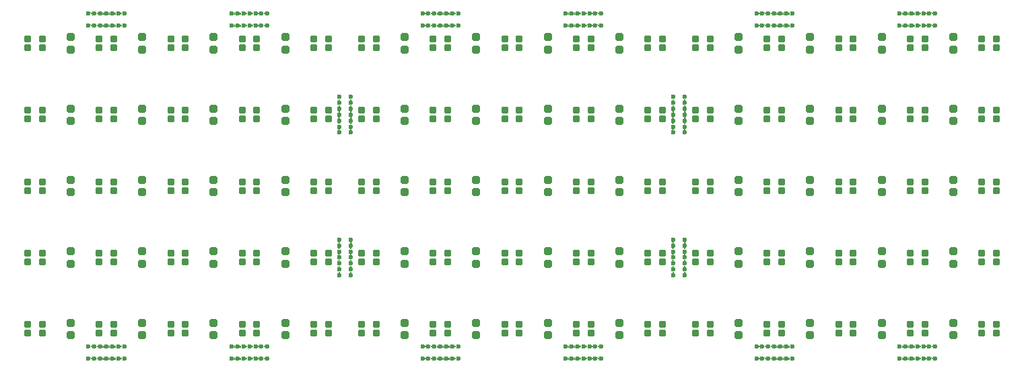
<source format=gbr>
%TF.GenerationSoftware,KiCad,Pcbnew,(6.0.0-0)*%
%TF.CreationDate,2022-10-21T10:58:34+11:00*%
%TF.ProjectId,cube_face_panel,63756265-5f66-4616-9365-5f70616e656c,rev?*%
%TF.SameCoordinates,Original*%
%TF.FileFunction,Soldermask,Top*%
%TF.FilePolarity,Negative*%
%FSLAX46Y46*%
G04 Gerber Fmt 4.6, Leading zero omitted, Abs format (unit mm)*
G04 Created by KiCad (PCBNEW (6.0.0-0)) date 2022-10-21 10:58:34*
%MOMM*%
%LPD*%
G01*
G04 APERTURE LIST*
G04 Aperture macros list*
%AMRoundRect*
0 Rectangle with rounded corners*
0 $1 Rounding radius*
0 $2 $3 $4 $5 $6 $7 $8 $9 X,Y pos of 4 corners*
0 Add a 4 corners polygon primitive as box body*
4,1,4,$2,$3,$4,$5,$6,$7,$8,$9,$2,$3,0*
0 Add four circle primitives for the rounded corners*
1,1,$1+$1,$2,$3*
1,1,$1+$1,$4,$5*
1,1,$1+$1,$6,$7*
1,1,$1+$1,$8,$9*
0 Add four rect primitives between the rounded corners*
20,1,$1+$1,$2,$3,$4,$5,0*
20,1,$1+$1,$4,$5,$6,$7,0*
20,1,$1+$1,$6,$7,$8,$9,0*
20,1,$1+$1,$8,$9,$2,$3,0*%
G04 Aperture macros list end*
%ADD10RoundRect,0.275000X0.250000X-0.225000X0.250000X0.225000X-0.250000X0.225000X-0.250000X-0.225000X0*%
%ADD11RoundRect,0.275000X-0.250000X0.225000X-0.250000X-0.225000X0.250000X-0.225000X0.250000X0.225000X0*%
%ADD12RoundRect,0.050000X-0.350000X-0.350000X0.350000X-0.350000X0.350000X0.350000X-0.350000X0.350000X0*%
%ADD13RoundRect,0.050000X0.350000X0.350000X-0.350000X0.350000X-0.350000X-0.350000X0.350000X-0.350000X0*%
%ADD14C,0.600000*%
G04 APERTURE END LIST*
D10*
%TO.C,C9*%
X111500000Y-75775000D03*
X111500000Y-74225000D03*
%TD*%
D11*
%TO.C,C35*%
X171500000Y-83225000D03*
X171500000Y-84775000D03*
%TD*%
D10*
%TO.C,C31*%
X171500000Y-75775000D03*
X171500000Y-74225000D03*
%TD*%
D11*
%TO.C,C16*%
X138500000Y-83225000D03*
X138500000Y-84775000D03*
%TD*%
%TO.C,C5*%
X111500000Y-65225000D03*
X111500000Y-66775000D03*
%TD*%
%TO.C,C47*%
X213500000Y-65225000D03*
X213500000Y-66775000D03*
%TD*%
D10*
%TO.C,C10*%
X120500000Y-75775000D03*
X120500000Y-74225000D03*
%TD*%
%TO.C,C37*%
X153500000Y-93775000D03*
X153500000Y-92225000D03*
%TD*%
%TO.C,C1*%
X111500000Y-57775000D03*
X111500000Y-56225000D03*
%TD*%
%TO.C,C57*%
X195500000Y-93775000D03*
X195500000Y-92225000D03*
%TD*%
D11*
%TO.C,C34*%
X162500000Y-83225000D03*
X162500000Y-84775000D03*
%TD*%
D10*
%TO.C,C21*%
X153500000Y-57775000D03*
X153500000Y-56225000D03*
%TD*%
%TO.C,C12*%
X138500000Y-75775000D03*
X138500000Y-74225000D03*
%TD*%
D11*
%TO.C,C14*%
X120500000Y-83225000D03*
X120500000Y-84775000D03*
%TD*%
D10*
%TO.C,C51*%
X213500000Y-75775000D03*
X213500000Y-74225000D03*
%TD*%
D11*
%TO.C,C25*%
X153500000Y-65225000D03*
X153500000Y-66775000D03*
%TD*%
D10*
%TO.C,C29*%
X153500000Y-75775000D03*
X153500000Y-74225000D03*
%TD*%
D11*
%TO.C,C56*%
X222500000Y-83225000D03*
X222500000Y-84775000D03*
%TD*%
%TO.C,C48*%
X222500000Y-65225000D03*
X222500000Y-66775000D03*
%TD*%
D10*
%TO.C,C59*%
X213500000Y-93775000D03*
X213500000Y-92225000D03*
%TD*%
D11*
%TO.C,C28*%
X180500000Y-65225000D03*
X180500000Y-66775000D03*
%TD*%
D10*
%TO.C,C3*%
X129500000Y-57775000D03*
X129500000Y-56225000D03*
%TD*%
%TO.C,C39*%
X171500000Y-93775000D03*
X171500000Y-92225000D03*
%TD*%
D11*
%TO.C,C26*%
X162500000Y-65225000D03*
X162500000Y-66775000D03*
%TD*%
D10*
%TO.C,C43*%
X213500000Y-57775000D03*
X213500000Y-56225000D03*
%TD*%
D11*
%TO.C,C36*%
X180500000Y-83225000D03*
X180500000Y-84775000D03*
%TD*%
%TO.C,C27*%
X171500000Y-65225000D03*
X171500000Y-66775000D03*
%TD*%
D10*
%TO.C,C32*%
X180500000Y-75775000D03*
X180500000Y-74225000D03*
%TD*%
D11*
%TO.C,C15*%
X129500000Y-83225000D03*
X129500000Y-84775000D03*
%TD*%
%TO.C,C8*%
X138500000Y-65225000D03*
X138500000Y-66775000D03*
%TD*%
D10*
%TO.C,C58*%
X204500000Y-93775000D03*
X204500000Y-92225000D03*
%TD*%
%TO.C,C2*%
X120500000Y-57775000D03*
X120500000Y-56225000D03*
%TD*%
%TO.C,C22*%
X162500000Y-57775000D03*
X162500000Y-56225000D03*
%TD*%
%TO.C,C17*%
X111500000Y-93775000D03*
X111500000Y-92225000D03*
%TD*%
D11*
%TO.C,C45*%
X195500000Y-65225000D03*
X195500000Y-66775000D03*
%TD*%
D10*
%TO.C,C19*%
X129500000Y-93775000D03*
X129500000Y-92225000D03*
%TD*%
D11*
%TO.C,C53*%
X195500000Y-83225000D03*
X195500000Y-84775000D03*
%TD*%
D10*
%TO.C,C4*%
X138500000Y-57775000D03*
X138500000Y-56225000D03*
%TD*%
%TO.C,C23*%
X171500000Y-57775000D03*
X171500000Y-56225000D03*
%TD*%
%TO.C,C60*%
X222500000Y-93775000D03*
X222500000Y-92225000D03*
%TD*%
D11*
%TO.C,C54*%
X204500000Y-83225000D03*
X204500000Y-84775000D03*
%TD*%
D10*
%TO.C,C20*%
X138500000Y-93775000D03*
X138500000Y-92225000D03*
%TD*%
%TO.C,C24*%
X180500000Y-57775000D03*
X180500000Y-56225000D03*
%TD*%
D11*
%TO.C,C33*%
X153500000Y-83225000D03*
X153500000Y-84775000D03*
%TD*%
%TO.C,C46*%
X204500000Y-65225000D03*
X204500000Y-66775000D03*
%TD*%
D10*
%TO.C,C41*%
X195500000Y-57775000D03*
X195500000Y-56225000D03*
%TD*%
%TO.C,C52*%
X222500000Y-75775000D03*
X222500000Y-74225000D03*
%TD*%
%TO.C,C38*%
X162500000Y-93775000D03*
X162500000Y-92225000D03*
%TD*%
%TO.C,C11*%
X129500000Y-75775000D03*
X129500000Y-74225000D03*
%TD*%
%TO.C,C44*%
X222500000Y-57775000D03*
X222500000Y-56225000D03*
%TD*%
D11*
%TO.C,C13*%
X111500000Y-83225000D03*
X111500000Y-84775000D03*
%TD*%
D10*
%TO.C,C42*%
X204500000Y-57775000D03*
X204500000Y-56225000D03*
%TD*%
D11*
%TO.C,C7*%
X129500000Y-65225000D03*
X129500000Y-66775000D03*
%TD*%
D10*
%TO.C,C30*%
X162500000Y-75775000D03*
X162500000Y-74225000D03*
%TD*%
D11*
%TO.C,C6*%
X120500000Y-65225000D03*
X120500000Y-66775000D03*
%TD*%
%TO.C,C55*%
X213500000Y-83225000D03*
X213500000Y-84775000D03*
%TD*%
D10*
%TO.C,C49*%
X195500000Y-75775000D03*
X195500000Y-74225000D03*
%TD*%
%TO.C,C18*%
X120500000Y-93775000D03*
X120500000Y-92225000D03*
%TD*%
%TO.C,C50*%
X204500000Y-75775000D03*
X204500000Y-74225000D03*
%TD*%
%TO.C,C40*%
X180500000Y-93775000D03*
X180500000Y-92225000D03*
%TD*%
D12*
%TO.C,D33*%
X158915000Y-75550000D03*
X158915000Y-74450000D03*
X157085000Y-74450000D03*
X157085000Y-75550000D03*
%TD*%
%TO.C,D38*%
X167915000Y-75550000D03*
X167915000Y-74450000D03*
X166085000Y-74450000D03*
X166085000Y-75550000D03*
%TD*%
D13*
%TO.C,D59*%
X217085000Y-83450000D03*
X217085000Y-84550000D03*
X218915000Y-84550000D03*
X218915000Y-83450000D03*
%TD*%
%TO.C,D67*%
X199085000Y-65450000D03*
X199085000Y-66550000D03*
X200915000Y-66550000D03*
X200915000Y-65450000D03*
%TD*%
D12*
%TO.C,D43*%
X176915000Y-75550000D03*
X176915000Y-74450000D03*
X175085000Y-74450000D03*
X175085000Y-75550000D03*
%TD*%
D14*
%TO.C,mouse-bite-2mm-slot*%
X215750000Y-95250000D03*
X218000000Y-95250000D03*
X218750000Y-96750000D03*
X215750000Y-96750000D03*
X216500000Y-95250000D03*
X218000000Y-96750000D03*
X219500000Y-95250000D03*
X216500000Y-96750000D03*
X217250000Y-95250000D03*
X218750000Y-95250000D03*
X220250000Y-96750000D03*
X220250000Y-95250000D03*
X217250000Y-96750000D03*
X219500000Y-96750000D03*
%TD*%
D12*
%TO.C,D51*%
X191915000Y-57550000D03*
X191915000Y-56450000D03*
X190085000Y-56450000D03*
X190085000Y-57550000D03*
%TD*%
%TO.C,D75*%
X227915000Y-93550000D03*
X227915000Y-92450000D03*
X226085000Y-92450000D03*
X226085000Y-93550000D03*
%TD*%
%TO.C,D50*%
X185915000Y-93550000D03*
X185915000Y-92450000D03*
X184085000Y-92450000D03*
X184085000Y-93550000D03*
%TD*%
D13*
%TO.C,D74*%
X190085000Y-83450000D03*
X190085000Y-84550000D03*
X191915000Y-84550000D03*
X191915000Y-83450000D03*
%TD*%
D14*
%TO.C,mouse-bite-2mm-slot*%
X188750000Y-84750000D03*
X187250000Y-85500000D03*
X187250000Y-83250000D03*
X188750000Y-84000000D03*
X187250000Y-84000000D03*
X187250000Y-82500000D03*
X187250000Y-86250000D03*
X188750000Y-81750000D03*
X188750000Y-82500000D03*
X188750000Y-85500000D03*
X188750000Y-83250000D03*
X188750000Y-86250000D03*
X187250000Y-81750000D03*
X187250000Y-84750000D03*
%TD*%
D12*
%TO.C,D10*%
X116915000Y-93550000D03*
X116915000Y-92450000D03*
X115085000Y-92450000D03*
X115085000Y-93550000D03*
%TD*%
%TO.C,D31*%
X158915000Y-57550000D03*
X158915000Y-56450000D03*
X157085000Y-56450000D03*
X157085000Y-57550000D03*
%TD*%
%TO.C,D45*%
X176915000Y-93550000D03*
X176915000Y-92450000D03*
X175085000Y-92450000D03*
X175085000Y-93550000D03*
%TD*%
%TO.C,D13*%
X125915000Y-75550000D03*
X125915000Y-74450000D03*
X124085000Y-74450000D03*
X124085000Y-75550000D03*
%TD*%
D13*
%TO.C,D2*%
X142085000Y-65450000D03*
X142085000Y-66550000D03*
X143915000Y-66550000D03*
X143915000Y-65450000D03*
%TD*%
D12*
%TO.C,D30*%
X149915000Y-93550000D03*
X149915000Y-92450000D03*
X148085000Y-92450000D03*
X148085000Y-93550000D03*
%TD*%
%TO.C,D15*%
X125915000Y-93550000D03*
X125915000Y-92450000D03*
X124085000Y-92450000D03*
X124085000Y-93550000D03*
%TD*%
D14*
%TO.C,mouse-bite-2mm-slot*%
X158000000Y-54750000D03*
X160250000Y-54750000D03*
X158750000Y-54750000D03*
X156500000Y-54750000D03*
X157250000Y-53250000D03*
X158000000Y-53250000D03*
X159500000Y-53250000D03*
X158750000Y-53250000D03*
X160250000Y-53250000D03*
X155750000Y-53250000D03*
X159500000Y-54750000D03*
X157250000Y-54750000D03*
X156500000Y-53250000D03*
X155750000Y-54750000D03*
%TD*%
D12*
%TO.C,D18*%
X134915000Y-75550000D03*
X134915000Y-74450000D03*
X133085000Y-74450000D03*
X133085000Y-75550000D03*
%TD*%
D14*
%TO.C,mouse-bite-2mm-slot*%
X118250000Y-96750000D03*
X116000000Y-96750000D03*
X115250000Y-95250000D03*
X117500000Y-96750000D03*
X117500000Y-95250000D03*
X113750000Y-96750000D03*
X115250000Y-96750000D03*
X113750000Y-95250000D03*
X116750000Y-95250000D03*
X114500000Y-96750000D03*
X116750000Y-96750000D03*
X118250000Y-95250000D03*
X114500000Y-95250000D03*
X116000000Y-95250000D03*
%TD*%
D13*
%TO.C,D57*%
X217085000Y-65450000D03*
X217085000Y-66550000D03*
X218915000Y-66550000D03*
X218915000Y-65450000D03*
%TD*%
%TO.C,D52*%
X226085000Y-65450000D03*
X226085000Y-66550000D03*
X227915000Y-66550000D03*
X227915000Y-65450000D03*
%TD*%
D12*
%TO.C,D16*%
X134915000Y-57550000D03*
X134915000Y-56450000D03*
X133085000Y-56450000D03*
X133085000Y-57550000D03*
%TD*%
%TO.C,D48*%
X185915000Y-75550000D03*
X185915000Y-74450000D03*
X184085000Y-74450000D03*
X184085000Y-75550000D03*
%TD*%
D13*
%TO.C,D14*%
X124085000Y-83450000D03*
X124085000Y-84550000D03*
X125915000Y-84550000D03*
X125915000Y-83450000D03*
%TD*%
%TO.C,D9*%
X133085000Y-83450000D03*
X133085000Y-84550000D03*
X134915000Y-84550000D03*
X134915000Y-83450000D03*
%TD*%
D12*
%TO.C,D28*%
X149915000Y-75550000D03*
X149915000Y-74450000D03*
X148085000Y-74450000D03*
X148085000Y-75550000D03*
%TD*%
%TO.C,D3*%
X107915000Y-75550000D03*
X107915000Y-74450000D03*
X106085000Y-74450000D03*
X106085000Y-75550000D03*
%TD*%
D13*
%TO.C,D37*%
X166085000Y-65450000D03*
X166085000Y-66550000D03*
X167915000Y-66550000D03*
X167915000Y-65450000D03*
%TD*%
D14*
%TO.C,mouse-bite-2mm-slot*%
X199250000Y-53250000D03*
X200000000Y-53250000D03*
X202250000Y-53250000D03*
X201500000Y-54750000D03*
X198500000Y-54750000D03*
X201500000Y-53250000D03*
X198500000Y-53250000D03*
X202250000Y-54750000D03*
X199250000Y-54750000D03*
X200750000Y-54750000D03*
X197750000Y-53250000D03*
X200750000Y-53250000D03*
X200000000Y-54750000D03*
X197750000Y-54750000D03*
%TD*%
D12*
%TO.C,D21*%
X143915000Y-57550000D03*
X143915000Y-56450000D03*
X142085000Y-56450000D03*
X142085000Y-57550000D03*
%TD*%
D14*
%TO.C,mouse-bite-2mm-slot*%
X146750000Y-83250000D03*
X146750000Y-82500000D03*
X146750000Y-84000000D03*
X145250000Y-86250000D03*
X146750000Y-85500000D03*
X145250000Y-85500000D03*
X145250000Y-84750000D03*
X146750000Y-84750000D03*
X146750000Y-86250000D03*
X145250000Y-83250000D03*
X146750000Y-81750000D03*
X145250000Y-81750000D03*
X145250000Y-82500000D03*
X145250000Y-84000000D03*
%TD*%
D12*
%TO.C,D55*%
X191915000Y-93550000D03*
X191915000Y-92450000D03*
X190085000Y-92450000D03*
X190085000Y-93550000D03*
%TD*%
%TO.C,D6*%
X116915000Y-57550000D03*
X116915000Y-56450000D03*
X115085000Y-56450000D03*
X115085000Y-57550000D03*
%TD*%
%TO.C,D35*%
X158915000Y-93550000D03*
X158915000Y-92450000D03*
X157085000Y-92450000D03*
X157085000Y-93550000D03*
%TD*%
D13*
%TO.C,D54*%
X226085000Y-83450000D03*
X226085000Y-84550000D03*
X227915000Y-84550000D03*
X227915000Y-83450000D03*
%TD*%
%TO.C,D44*%
X157085000Y-83450000D03*
X157085000Y-84550000D03*
X158915000Y-84550000D03*
X158915000Y-83450000D03*
%TD*%
%TO.C,D27*%
X184085000Y-65450000D03*
X184085000Y-66550000D03*
X185915000Y-66550000D03*
X185915000Y-65450000D03*
%TD*%
D14*
%TO.C,mouse-bite-2mm-slot*%
X118250000Y-54750000D03*
X116000000Y-54750000D03*
X115250000Y-53250000D03*
X118250000Y-53250000D03*
X117500000Y-54750000D03*
X116000000Y-53250000D03*
X114500000Y-54750000D03*
X117500000Y-53250000D03*
X116750000Y-54750000D03*
X115250000Y-54750000D03*
X113750000Y-53250000D03*
X113750000Y-54750000D03*
X116750000Y-53250000D03*
X114500000Y-53250000D03*
%TD*%
D13*
%TO.C,D12*%
X124085000Y-65450000D03*
X124085000Y-66550000D03*
X125915000Y-66550000D03*
X125915000Y-65450000D03*
%TD*%
D14*
%TO.C,mouse-bite-2mm-slot*%
X134000000Y-54750000D03*
X134000000Y-53250000D03*
X133250000Y-53250000D03*
X132500000Y-54750000D03*
X131750000Y-54750000D03*
X134750000Y-53250000D03*
X135500000Y-53250000D03*
X131750000Y-53250000D03*
X135500000Y-54750000D03*
X133250000Y-54750000D03*
X136250000Y-53250000D03*
X136250000Y-54750000D03*
X134750000Y-54750000D03*
X132500000Y-53250000D03*
%TD*%
D12*
%TO.C,D40*%
X167915000Y-93550000D03*
X167915000Y-92450000D03*
X166085000Y-92450000D03*
X166085000Y-93550000D03*
%TD*%
%TO.C,D23*%
X143915000Y-75550000D03*
X143915000Y-74450000D03*
X142085000Y-74450000D03*
X142085000Y-75550000D03*
%TD*%
%TO.C,D58*%
X200915000Y-75550000D03*
X200915000Y-74450000D03*
X199085000Y-74450000D03*
X199085000Y-75550000D03*
%TD*%
D13*
%TO.C,D7*%
X133085000Y-65450000D03*
X133085000Y-66550000D03*
X134915000Y-66550000D03*
X134915000Y-65450000D03*
%TD*%
D12*
%TO.C,D41*%
X176915000Y-57550000D03*
X176915000Y-56450000D03*
X175085000Y-56450000D03*
X175085000Y-57550000D03*
%TD*%
D13*
%TO.C,D32*%
X175085000Y-65450000D03*
X175085000Y-66550000D03*
X176915000Y-66550000D03*
X176915000Y-65450000D03*
%TD*%
%TO.C,D39*%
X166085000Y-83450000D03*
X166085000Y-84550000D03*
X167915000Y-84550000D03*
X167915000Y-83450000D03*
%TD*%
D12*
%TO.C,D66*%
X218915000Y-57550000D03*
X218915000Y-56450000D03*
X217085000Y-56450000D03*
X217085000Y-57550000D03*
%TD*%
D14*
%TO.C,mouse-bite-2mm-slot*%
X159500000Y-96750000D03*
X158750000Y-96750000D03*
X156500000Y-95250000D03*
X155750000Y-95250000D03*
X158000000Y-96750000D03*
X157250000Y-95250000D03*
X156500000Y-96750000D03*
X155750000Y-96750000D03*
X158750000Y-95250000D03*
X157250000Y-96750000D03*
X158000000Y-95250000D03*
X160250000Y-95250000D03*
X159500000Y-95250000D03*
X160250000Y-96750000D03*
%TD*%
D12*
%TO.C,D70*%
X218915000Y-93550000D03*
X218915000Y-92450000D03*
X217085000Y-92450000D03*
X217085000Y-93550000D03*
%TD*%
D13*
%TO.C,D17*%
X115085000Y-65450000D03*
X115085000Y-66550000D03*
X116915000Y-66550000D03*
X116915000Y-65450000D03*
%TD*%
D12*
%TO.C,D60*%
X200915000Y-93550000D03*
X200915000Y-92450000D03*
X199085000Y-92450000D03*
X199085000Y-93550000D03*
%TD*%
D13*
%TO.C,D24*%
X106085000Y-83450000D03*
X106085000Y-84550000D03*
X107915000Y-84550000D03*
X107915000Y-83450000D03*
%TD*%
D12*
%TO.C,D1*%
X107915000Y-57550000D03*
X107915000Y-56450000D03*
X106085000Y-56450000D03*
X106085000Y-57550000D03*
%TD*%
D13*
%TO.C,D29*%
X184085000Y-83450000D03*
X184085000Y-84550000D03*
X185915000Y-84550000D03*
X185915000Y-83450000D03*
%TD*%
D14*
%TO.C,mouse-bite-2mm-slot*%
X188750000Y-64500000D03*
X187250000Y-66750000D03*
X188750000Y-63750000D03*
X188750000Y-68250000D03*
X187250000Y-67500000D03*
X188750000Y-66000000D03*
X187250000Y-65250000D03*
X188750000Y-67500000D03*
X187250000Y-64500000D03*
X187250000Y-68250000D03*
X187250000Y-66000000D03*
X188750000Y-66750000D03*
X188750000Y-65250000D03*
X187250000Y-63750000D03*
%TD*%
D13*
%TO.C,D49*%
X148085000Y-83450000D03*
X148085000Y-84550000D03*
X149915000Y-84550000D03*
X149915000Y-83450000D03*
%TD*%
D14*
%TO.C,mouse-bite-2mm-slot*%
X146750000Y-66750000D03*
X146750000Y-63750000D03*
X145250000Y-68250000D03*
X146750000Y-68250000D03*
X146750000Y-65250000D03*
X145250000Y-65250000D03*
X146750000Y-64500000D03*
X145250000Y-63750000D03*
X146750000Y-67500000D03*
X146750000Y-66000000D03*
X145250000Y-64500000D03*
X145250000Y-66750000D03*
X145250000Y-67500000D03*
X145250000Y-66000000D03*
%TD*%
D12*
%TO.C,D53*%
X191915000Y-75550000D03*
X191915000Y-74450000D03*
X190085000Y-74450000D03*
X190085000Y-75550000D03*
%TD*%
%TO.C,D20*%
X134915000Y-93550000D03*
X134915000Y-92450000D03*
X133085000Y-92450000D03*
X133085000Y-93550000D03*
%TD*%
%TO.C,D26*%
X149915000Y-57550000D03*
X149915000Y-56450000D03*
X148085000Y-56450000D03*
X148085000Y-57550000D03*
%TD*%
D14*
%TO.C,mouse-bite-2mm-slot*%
X200000000Y-95250000D03*
X200000000Y-96750000D03*
X200750000Y-96750000D03*
X201500000Y-95250000D03*
X202250000Y-95250000D03*
X199250000Y-96750000D03*
X198500000Y-96750000D03*
X202250000Y-96750000D03*
X198500000Y-95250000D03*
X200750000Y-95250000D03*
X197750000Y-96750000D03*
X197750000Y-95250000D03*
X199250000Y-95250000D03*
X201500000Y-96750000D03*
%TD*%
D12*
%TO.C,D56*%
X200915000Y-57550000D03*
X200915000Y-56450000D03*
X199085000Y-56450000D03*
X199085000Y-57550000D03*
%TD*%
D13*
%TO.C,D69*%
X199085000Y-83450000D03*
X199085000Y-84550000D03*
X200915000Y-84550000D03*
X200915000Y-83450000D03*
%TD*%
D14*
%TO.C,mouse-bite-2mm-slot*%
X215750000Y-53250000D03*
X218000000Y-53250000D03*
X218750000Y-54750000D03*
X216500000Y-53250000D03*
X216500000Y-54750000D03*
X220250000Y-53250000D03*
X218750000Y-53250000D03*
X220250000Y-54750000D03*
X217250000Y-54750000D03*
X219500000Y-53250000D03*
X217250000Y-53250000D03*
X215750000Y-54750000D03*
X219500000Y-54750000D03*
X218000000Y-54750000D03*
%TD*%
D12*
%TO.C,D61*%
X209915000Y-57550000D03*
X209915000Y-56450000D03*
X208085000Y-56450000D03*
X208085000Y-57550000D03*
%TD*%
D14*
%TO.C,mouse-bite-2mm-slot*%
X134750000Y-96750000D03*
X134000000Y-96750000D03*
X131750000Y-96750000D03*
X132500000Y-95250000D03*
X135500000Y-95250000D03*
X132500000Y-96750000D03*
X135500000Y-96750000D03*
X131750000Y-95250000D03*
X134750000Y-95250000D03*
X133250000Y-95250000D03*
X136250000Y-96750000D03*
X133250000Y-96750000D03*
X134000000Y-95250000D03*
X136250000Y-95250000D03*
%TD*%
D13*
%TO.C,D62*%
X208085000Y-65450000D03*
X208085000Y-66550000D03*
X209915000Y-66550000D03*
X209915000Y-65450000D03*
%TD*%
D12*
%TO.C,D25*%
X143915000Y-93550000D03*
X143915000Y-92450000D03*
X142085000Y-92450000D03*
X142085000Y-93550000D03*
%TD*%
%TO.C,D63*%
X209915000Y-75550000D03*
X209915000Y-74450000D03*
X208085000Y-74450000D03*
X208085000Y-75550000D03*
%TD*%
%TO.C,D8*%
X116915000Y-75550000D03*
X116915000Y-74450000D03*
X115085000Y-74450000D03*
X115085000Y-75550000D03*
%TD*%
%TO.C,D5*%
X107915000Y-93550000D03*
X107915000Y-92450000D03*
X106085000Y-92450000D03*
X106085000Y-93550000D03*
%TD*%
D14*
%TO.C,mouse-bite-2mm-slot*%
X176000000Y-95250000D03*
X173750000Y-95250000D03*
X175250000Y-95250000D03*
X177500000Y-95250000D03*
X176750000Y-96750000D03*
X176000000Y-96750000D03*
X174500000Y-96750000D03*
X175250000Y-96750000D03*
X173750000Y-96750000D03*
X178250000Y-96750000D03*
X174500000Y-95250000D03*
X176750000Y-95250000D03*
X177500000Y-96750000D03*
X178250000Y-95250000D03*
%TD*%
D13*
%TO.C,D64*%
X208085000Y-83450000D03*
X208085000Y-84550000D03*
X209915000Y-84550000D03*
X209915000Y-83450000D03*
%TD*%
D12*
%TO.C,D11*%
X125915000Y-57550000D03*
X125915000Y-56450000D03*
X124085000Y-56450000D03*
X124085000Y-57550000D03*
%TD*%
D13*
%TO.C,D19*%
X115085000Y-83450000D03*
X115085000Y-84550000D03*
X116915000Y-84550000D03*
X116915000Y-83450000D03*
%TD*%
%TO.C,D22*%
X106085000Y-65450000D03*
X106085000Y-66550000D03*
X107915000Y-66550000D03*
X107915000Y-65450000D03*
%TD*%
D12*
%TO.C,D73*%
X227915000Y-75550000D03*
X227915000Y-74450000D03*
X226085000Y-74450000D03*
X226085000Y-75550000D03*
%TD*%
D14*
%TO.C,mouse-bite-2mm-slot*%
X174500000Y-53250000D03*
X175250000Y-53250000D03*
X177500000Y-54750000D03*
X178250000Y-54750000D03*
X176000000Y-53250000D03*
X176750000Y-54750000D03*
X177500000Y-53250000D03*
X178250000Y-53250000D03*
X175250000Y-54750000D03*
X176750000Y-53250000D03*
X176000000Y-54750000D03*
X173750000Y-54750000D03*
X174500000Y-54750000D03*
X173750000Y-53250000D03*
%TD*%
D12*
%TO.C,D46*%
X185915000Y-57550000D03*
X185915000Y-56450000D03*
X184085000Y-56450000D03*
X184085000Y-57550000D03*
%TD*%
D13*
%TO.C,D4*%
X142085000Y-83450000D03*
X142085000Y-84550000D03*
X143915000Y-84550000D03*
X143915000Y-83450000D03*
%TD*%
D12*
%TO.C,D68*%
X218915000Y-75550000D03*
X218915000Y-74450000D03*
X217085000Y-74450000D03*
X217085000Y-75550000D03*
%TD*%
%TO.C,D36*%
X167915000Y-57550000D03*
X167915000Y-56450000D03*
X166085000Y-56450000D03*
X166085000Y-57550000D03*
%TD*%
%TO.C,D71*%
X227915000Y-57550000D03*
X227915000Y-56450000D03*
X226085000Y-56450000D03*
X226085000Y-57550000D03*
%TD*%
%TO.C,D65*%
X209915000Y-93550000D03*
X209915000Y-92450000D03*
X208085000Y-92450000D03*
X208085000Y-93550000D03*
%TD*%
D13*
%TO.C,D34*%
X175085000Y-83450000D03*
X175085000Y-84550000D03*
X176915000Y-84550000D03*
X176915000Y-83450000D03*
%TD*%
%TO.C,D72*%
X190085000Y-65450000D03*
X190085000Y-66550000D03*
X191915000Y-66550000D03*
X191915000Y-65450000D03*
%TD*%
%TO.C,D47*%
X148085000Y-65450000D03*
X148085000Y-66550000D03*
X149915000Y-66550000D03*
X149915000Y-65450000D03*
%TD*%
%TO.C,D42*%
X157085000Y-65450000D03*
X157085000Y-66550000D03*
X158915000Y-66550000D03*
X158915000Y-65450000D03*
%TD*%
G36*
X114261462Y-96574923D02*
G01*
X114261298Y-96576559D01*
X114220001Y-96648088D01*
X114202031Y-96750000D01*
X114220001Y-96851912D01*
X114259564Y-96920436D01*
X114259564Y-96922436D01*
X114257832Y-96923436D01*
X114256301Y-96922723D01*
X114244878Y-96909134D01*
X114244578Y-96908653D01*
X114239107Y-96896219D01*
X114193564Y-96842160D01*
X114126314Y-96821395D01*
X114058504Y-96840288D01*
X114011964Y-96892049D01*
X113999438Y-96917904D01*
X113999121Y-96918374D01*
X113991039Y-96927303D01*
X113989135Y-96927916D01*
X113987652Y-96926574D01*
X113987824Y-96924961D01*
X114029999Y-96851912D01*
X114047969Y-96750000D01*
X114029999Y-96648088D01*
X113989570Y-96578064D01*
X113989570Y-96576064D01*
X113991302Y-96575064D01*
X113992817Y-96575758D01*
X114003158Y-96587759D01*
X114003464Y-96588237D01*
X114011232Y-96605322D01*
X114057432Y-96658818D01*
X114124933Y-96678761D01*
X114192504Y-96659041D01*
X114238410Y-96606712D01*
X114248532Y-96585154D01*
X114248843Y-96584680D01*
X114258067Y-96574235D01*
X114259963Y-96573599D01*
X114261462Y-96574923D01*
G37*
G36*
X174261462Y-96574923D02*
G01*
X174261298Y-96576559D01*
X174220001Y-96648088D01*
X174202031Y-96750000D01*
X174220001Y-96851912D01*
X174259564Y-96920436D01*
X174259564Y-96922436D01*
X174257832Y-96923436D01*
X174256301Y-96922723D01*
X174244878Y-96909134D01*
X174244578Y-96908653D01*
X174239107Y-96896219D01*
X174193564Y-96842160D01*
X174126314Y-96821395D01*
X174058504Y-96840288D01*
X174011964Y-96892049D01*
X173999438Y-96917904D01*
X173999121Y-96918374D01*
X173991039Y-96927303D01*
X173989135Y-96927916D01*
X173987652Y-96926574D01*
X173987824Y-96924961D01*
X174029999Y-96851912D01*
X174047969Y-96750000D01*
X174029999Y-96648088D01*
X173989570Y-96578064D01*
X173989570Y-96576064D01*
X173991302Y-96575064D01*
X173992817Y-96575758D01*
X174003158Y-96587759D01*
X174003464Y-96588237D01*
X174011232Y-96605322D01*
X174057432Y-96658818D01*
X174124933Y-96678761D01*
X174192504Y-96659041D01*
X174238410Y-96606712D01*
X174248532Y-96585154D01*
X174248843Y-96584680D01*
X174258067Y-96574235D01*
X174259963Y-96573599D01*
X174261462Y-96574923D01*
G37*
G36*
X217011462Y-96574923D02*
G01*
X217011298Y-96576559D01*
X216970001Y-96648088D01*
X216952031Y-96750000D01*
X216970001Y-96851912D01*
X217009564Y-96920436D01*
X217009564Y-96922436D01*
X217007832Y-96923436D01*
X217006301Y-96922723D01*
X216994878Y-96909134D01*
X216994578Y-96908653D01*
X216989107Y-96896219D01*
X216943564Y-96842160D01*
X216876314Y-96821395D01*
X216808504Y-96840288D01*
X216761964Y-96892049D01*
X216749438Y-96917904D01*
X216749121Y-96918374D01*
X216741039Y-96927303D01*
X216739135Y-96927916D01*
X216737652Y-96926574D01*
X216737824Y-96924961D01*
X216779999Y-96851912D01*
X216797969Y-96750000D01*
X216779999Y-96648088D01*
X216739570Y-96578064D01*
X216739570Y-96576064D01*
X216741302Y-96575064D01*
X216742817Y-96575758D01*
X216753158Y-96587759D01*
X216753464Y-96588237D01*
X216761232Y-96605322D01*
X216807432Y-96658818D01*
X216874933Y-96678761D01*
X216942504Y-96659041D01*
X216988410Y-96606712D01*
X216998532Y-96585154D01*
X216998843Y-96584680D01*
X217008067Y-96574235D01*
X217009963Y-96573599D01*
X217011462Y-96574923D01*
G37*
G36*
X118011462Y-96574923D02*
G01*
X118011298Y-96576559D01*
X117970001Y-96648088D01*
X117952031Y-96750000D01*
X117970001Y-96851912D01*
X118009564Y-96920436D01*
X118009564Y-96922436D01*
X118007832Y-96923436D01*
X118006301Y-96922723D01*
X117994878Y-96909134D01*
X117994578Y-96908653D01*
X117989107Y-96896219D01*
X117943564Y-96842160D01*
X117876314Y-96821395D01*
X117808504Y-96840288D01*
X117761964Y-96892049D01*
X117749438Y-96917904D01*
X117749121Y-96918374D01*
X117741039Y-96927303D01*
X117739135Y-96927916D01*
X117737652Y-96926574D01*
X117737824Y-96924961D01*
X117779999Y-96851912D01*
X117797969Y-96750000D01*
X117779999Y-96648088D01*
X117739570Y-96578064D01*
X117739570Y-96576064D01*
X117741302Y-96575064D01*
X117742817Y-96575758D01*
X117753158Y-96587759D01*
X117753464Y-96588237D01*
X117761232Y-96605322D01*
X117807432Y-96658818D01*
X117874933Y-96678761D01*
X117942504Y-96659041D01*
X117988410Y-96606712D01*
X117998532Y-96585154D01*
X117998843Y-96584680D01*
X118008067Y-96574235D01*
X118009963Y-96573599D01*
X118011462Y-96574923D01*
G37*
G36*
X117261462Y-96574923D02*
G01*
X117261298Y-96576559D01*
X117220001Y-96648088D01*
X117202031Y-96750000D01*
X117220001Y-96851912D01*
X117259564Y-96920436D01*
X117259564Y-96922436D01*
X117257832Y-96923436D01*
X117256301Y-96922723D01*
X117244878Y-96909134D01*
X117244578Y-96908653D01*
X117239107Y-96896219D01*
X117193564Y-96842160D01*
X117126314Y-96821395D01*
X117058504Y-96840288D01*
X117011964Y-96892049D01*
X116999438Y-96917904D01*
X116999121Y-96918374D01*
X116991039Y-96927303D01*
X116989135Y-96927916D01*
X116987652Y-96926574D01*
X116987824Y-96924961D01*
X117029999Y-96851912D01*
X117047969Y-96750000D01*
X117029999Y-96648088D01*
X116989570Y-96578064D01*
X116989570Y-96576064D01*
X116991302Y-96575064D01*
X116992817Y-96575758D01*
X117003158Y-96587759D01*
X117003464Y-96588237D01*
X117011232Y-96605322D01*
X117057432Y-96658818D01*
X117124933Y-96678761D01*
X117192504Y-96659041D01*
X117238410Y-96606712D01*
X117248532Y-96585154D01*
X117248843Y-96584680D01*
X117258067Y-96574235D01*
X117259963Y-96573599D01*
X117261462Y-96574923D01*
G37*
G36*
X216261462Y-96574923D02*
G01*
X216261298Y-96576559D01*
X216220001Y-96648088D01*
X216202031Y-96750000D01*
X216220001Y-96851912D01*
X216259564Y-96920436D01*
X216259564Y-96922436D01*
X216257832Y-96923436D01*
X216256301Y-96922723D01*
X216244878Y-96909134D01*
X216244578Y-96908653D01*
X216239107Y-96896219D01*
X216193564Y-96842160D01*
X216126314Y-96821395D01*
X216058504Y-96840288D01*
X216011964Y-96892049D01*
X215999438Y-96917904D01*
X215999121Y-96918374D01*
X215991039Y-96927303D01*
X215989135Y-96927916D01*
X215987652Y-96926574D01*
X215987824Y-96924961D01*
X216029999Y-96851912D01*
X216047969Y-96750000D01*
X216029999Y-96648088D01*
X215989570Y-96578064D01*
X215989570Y-96576064D01*
X215991302Y-96575064D01*
X215992817Y-96575758D01*
X216003158Y-96587759D01*
X216003464Y-96588237D01*
X216011232Y-96605322D01*
X216057432Y-96658818D01*
X216124933Y-96678761D01*
X216192504Y-96659041D01*
X216238410Y-96606712D01*
X216248532Y-96585154D01*
X216248843Y-96584680D01*
X216258067Y-96574235D01*
X216259963Y-96573599D01*
X216261462Y-96574923D01*
G37*
G36*
X160011462Y-96574923D02*
G01*
X160011298Y-96576559D01*
X159970001Y-96648088D01*
X159952031Y-96750000D01*
X159970001Y-96851912D01*
X160009564Y-96920436D01*
X160009564Y-96922436D01*
X160007832Y-96923436D01*
X160006301Y-96922723D01*
X159994878Y-96909134D01*
X159994578Y-96908653D01*
X159989107Y-96896219D01*
X159943564Y-96842160D01*
X159876314Y-96821395D01*
X159808504Y-96840288D01*
X159761964Y-96892049D01*
X159749438Y-96917904D01*
X159749121Y-96918374D01*
X159741039Y-96927303D01*
X159739135Y-96927916D01*
X159737652Y-96926574D01*
X159737824Y-96924961D01*
X159779999Y-96851912D01*
X159797969Y-96750000D01*
X159779999Y-96648088D01*
X159739570Y-96578064D01*
X159739570Y-96576064D01*
X159741302Y-96575064D01*
X159742817Y-96575758D01*
X159753158Y-96587759D01*
X159753464Y-96588237D01*
X159761232Y-96605322D01*
X159807432Y-96658818D01*
X159874933Y-96678761D01*
X159942504Y-96659041D01*
X159988410Y-96606712D01*
X159998532Y-96585154D01*
X159998843Y-96584680D01*
X160008067Y-96574235D01*
X160009963Y-96573599D01*
X160011462Y-96574923D01*
G37*
G36*
X132261462Y-96574923D02*
G01*
X132261298Y-96576559D01*
X132220001Y-96648088D01*
X132202031Y-96750000D01*
X132220001Y-96851912D01*
X132259564Y-96920436D01*
X132259564Y-96922436D01*
X132257832Y-96923436D01*
X132256301Y-96922723D01*
X132244878Y-96909134D01*
X132244578Y-96908653D01*
X132239107Y-96896219D01*
X132193564Y-96842160D01*
X132126314Y-96821395D01*
X132058504Y-96840288D01*
X132011964Y-96892049D01*
X131999438Y-96917904D01*
X131999121Y-96918374D01*
X131991039Y-96927303D01*
X131989135Y-96927916D01*
X131987652Y-96926574D01*
X131987824Y-96924961D01*
X132029999Y-96851912D01*
X132047969Y-96750000D01*
X132029999Y-96648088D01*
X131989570Y-96578064D01*
X131989570Y-96576064D01*
X131991302Y-96575064D01*
X131992817Y-96575758D01*
X132003158Y-96587759D01*
X132003464Y-96588237D01*
X132011232Y-96605322D01*
X132057432Y-96658818D01*
X132124933Y-96678761D01*
X132192504Y-96659041D01*
X132238410Y-96606712D01*
X132248532Y-96585154D01*
X132248843Y-96584680D01*
X132258067Y-96574235D01*
X132259963Y-96573599D01*
X132261462Y-96574923D01*
G37*
G36*
X157761462Y-96574923D02*
G01*
X157761298Y-96576559D01*
X157720001Y-96648088D01*
X157702031Y-96750000D01*
X157720001Y-96851912D01*
X157759564Y-96920436D01*
X157759564Y-96922436D01*
X157757832Y-96923436D01*
X157756301Y-96922723D01*
X157744878Y-96909134D01*
X157744578Y-96908653D01*
X157739107Y-96896219D01*
X157693564Y-96842160D01*
X157626314Y-96821395D01*
X157558504Y-96840288D01*
X157511964Y-96892049D01*
X157499438Y-96917904D01*
X157499121Y-96918374D01*
X157491039Y-96927303D01*
X157489135Y-96927916D01*
X157487652Y-96926574D01*
X157487824Y-96924961D01*
X157529999Y-96851912D01*
X157547969Y-96750000D01*
X157529999Y-96648088D01*
X157489570Y-96578064D01*
X157489570Y-96576064D01*
X157491302Y-96575064D01*
X157492817Y-96575758D01*
X157503158Y-96587759D01*
X157503464Y-96588237D01*
X157511232Y-96605322D01*
X157557432Y-96658818D01*
X157624933Y-96678761D01*
X157692504Y-96659041D01*
X157738410Y-96606712D01*
X157748532Y-96585154D01*
X157748843Y-96584680D01*
X157758067Y-96574235D01*
X157759963Y-96573599D01*
X157761462Y-96574923D01*
G37*
G36*
X177261462Y-96574923D02*
G01*
X177261298Y-96576559D01*
X177220001Y-96648088D01*
X177202031Y-96750000D01*
X177220001Y-96851912D01*
X177259564Y-96920436D01*
X177259564Y-96922436D01*
X177257832Y-96923436D01*
X177256301Y-96922723D01*
X177244878Y-96909134D01*
X177244578Y-96908653D01*
X177239107Y-96896219D01*
X177193564Y-96842160D01*
X177126314Y-96821395D01*
X177058504Y-96840288D01*
X177011964Y-96892049D01*
X176999438Y-96917904D01*
X176999121Y-96918374D01*
X176991039Y-96927303D01*
X176989135Y-96927916D01*
X176987652Y-96926574D01*
X176987824Y-96924961D01*
X177029999Y-96851912D01*
X177047969Y-96750000D01*
X177029999Y-96648088D01*
X176989570Y-96578064D01*
X176989570Y-96576064D01*
X176991302Y-96575064D01*
X176992817Y-96575758D01*
X177003158Y-96587759D01*
X177003464Y-96588237D01*
X177011232Y-96605322D01*
X177057432Y-96658818D01*
X177124933Y-96678761D01*
X177192504Y-96659041D01*
X177238410Y-96606712D01*
X177248532Y-96585154D01*
X177248843Y-96584680D01*
X177258067Y-96574235D01*
X177259963Y-96573599D01*
X177261462Y-96574923D01*
G37*
G36*
X157011462Y-96574923D02*
G01*
X157011298Y-96576559D01*
X156970001Y-96648088D01*
X156952031Y-96750000D01*
X156970001Y-96851912D01*
X157009564Y-96920436D01*
X157009564Y-96922436D01*
X157007832Y-96923436D01*
X157006301Y-96922723D01*
X156994878Y-96909134D01*
X156994578Y-96908653D01*
X156989107Y-96896219D01*
X156943564Y-96842160D01*
X156876314Y-96821395D01*
X156808504Y-96840288D01*
X156761964Y-96892049D01*
X156749438Y-96917904D01*
X156749121Y-96918374D01*
X156741039Y-96927303D01*
X156739135Y-96927916D01*
X156737652Y-96926574D01*
X156737824Y-96924961D01*
X156779999Y-96851912D01*
X156797969Y-96750000D01*
X156779999Y-96648088D01*
X156739570Y-96578064D01*
X156739570Y-96576064D01*
X156741302Y-96575064D01*
X156742817Y-96575758D01*
X156753158Y-96587759D01*
X156753464Y-96588237D01*
X156761232Y-96605322D01*
X156807432Y-96658818D01*
X156874933Y-96678761D01*
X156942504Y-96659041D01*
X156988410Y-96606712D01*
X156998532Y-96585154D01*
X156998843Y-96584680D01*
X157008067Y-96574235D01*
X157009963Y-96573599D01*
X157011462Y-96574923D01*
G37*
G36*
X176511462Y-96574923D02*
G01*
X176511298Y-96576559D01*
X176470001Y-96648088D01*
X176452031Y-96750000D01*
X176470001Y-96851912D01*
X176509564Y-96920436D01*
X176509564Y-96922436D01*
X176507832Y-96923436D01*
X176506301Y-96922723D01*
X176494878Y-96909134D01*
X176494578Y-96908653D01*
X176489107Y-96896219D01*
X176443564Y-96842160D01*
X176376314Y-96821395D01*
X176308504Y-96840288D01*
X176261964Y-96892049D01*
X176249438Y-96917904D01*
X176249121Y-96918374D01*
X176241039Y-96927303D01*
X176239135Y-96927916D01*
X176237652Y-96926574D01*
X176237824Y-96924961D01*
X176279999Y-96851912D01*
X176297969Y-96750000D01*
X176279999Y-96648088D01*
X176239570Y-96578064D01*
X176239570Y-96576064D01*
X176241302Y-96575064D01*
X176242817Y-96575758D01*
X176253158Y-96587759D01*
X176253464Y-96588237D01*
X176261232Y-96605322D01*
X176307432Y-96658818D01*
X176374933Y-96678761D01*
X176442504Y-96659041D01*
X176488410Y-96606712D01*
X176498532Y-96585154D01*
X176498843Y-96584680D01*
X176508067Y-96574235D01*
X176509963Y-96573599D01*
X176511462Y-96574923D01*
G37*
G36*
X115011462Y-96574923D02*
G01*
X115011298Y-96576559D01*
X114970001Y-96648088D01*
X114952031Y-96750000D01*
X114970001Y-96851912D01*
X115009564Y-96920436D01*
X115009564Y-96922436D01*
X115007832Y-96923436D01*
X115006301Y-96922723D01*
X114994878Y-96909134D01*
X114994578Y-96908653D01*
X114989107Y-96896219D01*
X114943564Y-96842160D01*
X114876314Y-96821395D01*
X114808504Y-96840288D01*
X114761964Y-96892049D01*
X114749438Y-96917904D01*
X114749121Y-96918374D01*
X114741039Y-96927303D01*
X114739135Y-96927916D01*
X114737652Y-96926574D01*
X114737824Y-96924961D01*
X114779999Y-96851912D01*
X114797969Y-96750000D01*
X114779999Y-96648088D01*
X114739570Y-96578064D01*
X114739570Y-96576064D01*
X114741302Y-96575064D01*
X114742817Y-96575758D01*
X114753158Y-96587759D01*
X114753464Y-96588237D01*
X114761232Y-96605322D01*
X114807432Y-96658818D01*
X114874933Y-96678761D01*
X114942504Y-96659041D01*
X114988410Y-96606712D01*
X114998532Y-96585154D01*
X114998843Y-96584680D01*
X115008067Y-96574235D01*
X115009963Y-96573599D01*
X115011462Y-96574923D01*
G37*
G36*
X219261462Y-96574923D02*
G01*
X219261298Y-96576559D01*
X219220001Y-96648088D01*
X219202031Y-96750000D01*
X219220001Y-96851912D01*
X219259564Y-96920436D01*
X219259564Y-96922436D01*
X219257832Y-96923436D01*
X219256301Y-96922723D01*
X219244878Y-96909134D01*
X219244578Y-96908653D01*
X219239107Y-96896219D01*
X219193564Y-96842160D01*
X219126314Y-96821395D01*
X219058504Y-96840288D01*
X219011964Y-96892049D01*
X218999438Y-96917904D01*
X218999121Y-96918374D01*
X218991039Y-96927303D01*
X218989135Y-96927916D01*
X218987652Y-96926574D01*
X218987824Y-96924961D01*
X219029999Y-96851912D01*
X219047969Y-96750000D01*
X219029999Y-96648088D01*
X218989570Y-96578064D01*
X218989570Y-96576064D01*
X218991302Y-96575064D01*
X218992817Y-96575758D01*
X219003158Y-96587759D01*
X219003464Y-96588237D01*
X219011232Y-96605322D01*
X219057432Y-96658818D01*
X219124933Y-96678761D01*
X219192504Y-96659041D01*
X219238410Y-96606712D01*
X219248532Y-96585154D01*
X219248843Y-96584680D01*
X219258067Y-96574235D01*
X219259963Y-96573599D01*
X219261462Y-96574923D01*
G37*
G36*
X202011462Y-96574923D02*
G01*
X202011298Y-96576559D01*
X201970001Y-96648088D01*
X201952031Y-96750000D01*
X201970001Y-96851912D01*
X202009564Y-96920436D01*
X202009564Y-96922436D01*
X202007832Y-96923436D01*
X202006301Y-96922723D01*
X201994878Y-96909134D01*
X201994578Y-96908653D01*
X201989107Y-96896219D01*
X201943564Y-96842160D01*
X201876314Y-96821395D01*
X201808504Y-96840288D01*
X201761964Y-96892049D01*
X201749438Y-96917904D01*
X201749121Y-96918374D01*
X201741039Y-96927303D01*
X201739135Y-96927916D01*
X201737652Y-96926574D01*
X201737824Y-96924961D01*
X201779999Y-96851912D01*
X201797969Y-96750000D01*
X201779999Y-96648088D01*
X201739570Y-96578064D01*
X201739570Y-96576064D01*
X201741302Y-96575064D01*
X201742817Y-96575758D01*
X201753158Y-96587759D01*
X201753464Y-96588237D01*
X201761232Y-96605322D01*
X201807432Y-96658818D01*
X201874933Y-96678761D01*
X201942504Y-96659041D01*
X201988410Y-96606712D01*
X201998532Y-96585154D01*
X201998843Y-96584680D01*
X202008067Y-96574235D01*
X202009963Y-96573599D01*
X202011462Y-96574923D01*
G37*
G36*
X115761462Y-96574923D02*
G01*
X115761298Y-96576559D01*
X115720001Y-96648088D01*
X115702031Y-96750000D01*
X115720001Y-96851912D01*
X115759564Y-96920436D01*
X115759564Y-96922436D01*
X115757832Y-96923436D01*
X115756301Y-96922723D01*
X115744878Y-96909134D01*
X115744578Y-96908653D01*
X115739107Y-96896219D01*
X115693564Y-96842160D01*
X115626314Y-96821395D01*
X115558504Y-96840288D01*
X115511964Y-96892049D01*
X115499438Y-96917904D01*
X115499121Y-96918374D01*
X115491039Y-96927303D01*
X115489135Y-96927916D01*
X115487652Y-96926574D01*
X115487824Y-96924961D01*
X115529999Y-96851912D01*
X115547969Y-96750000D01*
X115529999Y-96648088D01*
X115489570Y-96578064D01*
X115489570Y-96576064D01*
X115491302Y-96575064D01*
X115492817Y-96575758D01*
X115503158Y-96587759D01*
X115503464Y-96588237D01*
X115511232Y-96605322D01*
X115557432Y-96658818D01*
X115624933Y-96678761D01*
X115692504Y-96659041D01*
X115738410Y-96606712D01*
X115748532Y-96585154D01*
X115748843Y-96584680D01*
X115758067Y-96574235D01*
X115759963Y-96573599D01*
X115761462Y-96574923D01*
G37*
G36*
X156261462Y-96574923D02*
G01*
X156261298Y-96576559D01*
X156220001Y-96648088D01*
X156202031Y-96750000D01*
X156220001Y-96851912D01*
X156259564Y-96920436D01*
X156259564Y-96922436D01*
X156257832Y-96923436D01*
X156256301Y-96922723D01*
X156244878Y-96909134D01*
X156244578Y-96908653D01*
X156239107Y-96896219D01*
X156193564Y-96842160D01*
X156126314Y-96821395D01*
X156058504Y-96840288D01*
X156011964Y-96892049D01*
X155999438Y-96917904D01*
X155999121Y-96918374D01*
X155991039Y-96927303D01*
X155989135Y-96927916D01*
X155987652Y-96926574D01*
X155987824Y-96924961D01*
X156029999Y-96851912D01*
X156047969Y-96750000D01*
X156029999Y-96648088D01*
X155989570Y-96578064D01*
X155989570Y-96576064D01*
X155991302Y-96575064D01*
X155992817Y-96575758D01*
X156003158Y-96587759D01*
X156003464Y-96588237D01*
X156011232Y-96605322D01*
X156057432Y-96658818D01*
X156124933Y-96678761D01*
X156192504Y-96659041D01*
X156238410Y-96606712D01*
X156248532Y-96585154D01*
X156248843Y-96584680D01*
X156258067Y-96574235D01*
X156259963Y-96573599D01*
X156261462Y-96574923D01*
G37*
G36*
X158511462Y-96574923D02*
G01*
X158511298Y-96576559D01*
X158470001Y-96648088D01*
X158452031Y-96750000D01*
X158470001Y-96851912D01*
X158509564Y-96920436D01*
X158509564Y-96922436D01*
X158507832Y-96923436D01*
X158506301Y-96922723D01*
X158494878Y-96909134D01*
X158494578Y-96908653D01*
X158489107Y-96896219D01*
X158443564Y-96842160D01*
X158376314Y-96821395D01*
X158308504Y-96840288D01*
X158261964Y-96892049D01*
X158249438Y-96917904D01*
X158249121Y-96918374D01*
X158241039Y-96927303D01*
X158239135Y-96927916D01*
X158237652Y-96926574D01*
X158237824Y-96924961D01*
X158279999Y-96851912D01*
X158297969Y-96750000D01*
X158279999Y-96648088D01*
X158239570Y-96578064D01*
X158239570Y-96576064D01*
X158241302Y-96575064D01*
X158242817Y-96575758D01*
X158253158Y-96587759D01*
X158253464Y-96588237D01*
X158261232Y-96605322D01*
X158307432Y-96658818D01*
X158374933Y-96678761D01*
X158442504Y-96659041D01*
X158488410Y-96606712D01*
X158498532Y-96585154D01*
X158498843Y-96584680D01*
X158508067Y-96574235D01*
X158509963Y-96573599D01*
X158511462Y-96574923D01*
G37*
G36*
X198261462Y-96574923D02*
G01*
X198261298Y-96576559D01*
X198220001Y-96648088D01*
X198202031Y-96750000D01*
X198220001Y-96851912D01*
X198259564Y-96920436D01*
X198259564Y-96922436D01*
X198257832Y-96923436D01*
X198256301Y-96922723D01*
X198244878Y-96909134D01*
X198244578Y-96908653D01*
X198239107Y-96896219D01*
X198193564Y-96842160D01*
X198126314Y-96821395D01*
X198058504Y-96840288D01*
X198011964Y-96892049D01*
X197999438Y-96917904D01*
X197999121Y-96918374D01*
X197991039Y-96927303D01*
X197989135Y-96927916D01*
X197987652Y-96926574D01*
X197987824Y-96924961D01*
X198029999Y-96851912D01*
X198047969Y-96750000D01*
X198029999Y-96648088D01*
X197989570Y-96578064D01*
X197989570Y-96576064D01*
X197991302Y-96575064D01*
X197992817Y-96575758D01*
X198003158Y-96587759D01*
X198003464Y-96588237D01*
X198011232Y-96605322D01*
X198057432Y-96658818D01*
X198124933Y-96678761D01*
X198192504Y-96659041D01*
X198238410Y-96606712D01*
X198248532Y-96585154D01*
X198248843Y-96584680D01*
X198258067Y-96574235D01*
X198259963Y-96573599D01*
X198261462Y-96574923D01*
G37*
G36*
X178011462Y-96574923D02*
G01*
X178011298Y-96576559D01*
X177970001Y-96648088D01*
X177952031Y-96750000D01*
X177970001Y-96851912D01*
X178009564Y-96920436D01*
X178009564Y-96922436D01*
X178007832Y-96923436D01*
X178006301Y-96922723D01*
X177994878Y-96909134D01*
X177994578Y-96908653D01*
X177989107Y-96896219D01*
X177943564Y-96842160D01*
X177876314Y-96821395D01*
X177808504Y-96840288D01*
X177761964Y-96892049D01*
X177749438Y-96917904D01*
X177749121Y-96918374D01*
X177741039Y-96927303D01*
X177739135Y-96927916D01*
X177737652Y-96926574D01*
X177737824Y-96924961D01*
X177779999Y-96851912D01*
X177797969Y-96750000D01*
X177779999Y-96648088D01*
X177739570Y-96578064D01*
X177739570Y-96576064D01*
X177741302Y-96575064D01*
X177742817Y-96575758D01*
X177753158Y-96587759D01*
X177753464Y-96588237D01*
X177761232Y-96605322D01*
X177807432Y-96658818D01*
X177874933Y-96678761D01*
X177942504Y-96659041D01*
X177988410Y-96606712D01*
X177998532Y-96585154D01*
X177998843Y-96584680D01*
X178008067Y-96574235D01*
X178009963Y-96573599D01*
X178011462Y-96574923D01*
G37*
G36*
X136011462Y-96574923D02*
G01*
X136011298Y-96576559D01*
X135970001Y-96648088D01*
X135952031Y-96750000D01*
X135970001Y-96851912D01*
X136009564Y-96920436D01*
X136009564Y-96922436D01*
X136007832Y-96923436D01*
X136006301Y-96922723D01*
X135994878Y-96909134D01*
X135994578Y-96908653D01*
X135989107Y-96896219D01*
X135943564Y-96842160D01*
X135876314Y-96821395D01*
X135808504Y-96840288D01*
X135761964Y-96892049D01*
X135749438Y-96917904D01*
X135749121Y-96918374D01*
X135741039Y-96927303D01*
X135739135Y-96927916D01*
X135737652Y-96926574D01*
X135737824Y-96924961D01*
X135779999Y-96851912D01*
X135797969Y-96750000D01*
X135779999Y-96648088D01*
X135739570Y-96578064D01*
X135739570Y-96576064D01*
X135741302Y-96575064D01*
X135742817Y-96575758D01*
X135753158Y-96587759D01*
X135753464Y-96588237D01*
X135761232Y-96605322D01*
X135807432Y-96658818D01*
X135874933Y-96678761D01*
X135942504Y-96659041D01*
X135988410Y-96606712D01*
X135998532Y-96585154D01*
X135998843Y-96584680D01*
X136008067Y-96574235D01*
X136009963Y-96573599D01*
X136011462Y-96574923D01*
G37*
G36*
X199011462Y-96574923D02*
G01*
X199011298Y-96576559D01*
X198970001Y-96648088D01*
X198952031Y-96750000D01*
X198970001Y-96851912D01*
X199009564Y-96920436D01*
X199009564Y-96922436D01*
X199007832Y-96923436D01*
X199006301Y-96922723D01*
X198994878Y-96909134D01*
X198994578Y-96908653D01*
X198989107Y-96896219D01*
X198943564Y-96842160D01*
X198876314Y-96821395D01*
X198808504Y-96840288D01*
X198761964Y-96892049D01*
X198749438Y-96917904D01*
X198749121Y-96918374D01*
X198741039Y-96927303D01*
X198739135Y-96927916D01*
X198737652Y-96926574D01*
X198737824Y-96924961D01*
X198779999Y-96851912D01*
X198797969Y-96750000D01*
X198779999Y-96648088D01*
X198739570Y-96578064D01*
X198739570Y-96576064D01*
X198741302Y-96575064D01*
X198742817Y-96575758D01*
X198753158Y-96587759D01*
X198753464Y-96588237D01*
X198761232Y-96605322D01*
X198807432Y-96658818D01*
X198874933Y-96678761D01*
X198942504Y-96659041D01*
X198988410Y-96606712D01*
X198998532Y-96585154D01*
X198998843Y-96584680D01*
X199008067Y-96574235D01*
X199009963Y-96573599D01*
X199011462Y-96574923D01*
G37*
G36*
X175761462Y-96574923D02*
G01*
X175761298Y-96576559D01*
X175720001Y-96648088D01*
X175702031Y-96750000D01*
X175720001Y-96851912D01*
X175759564Y-96920436D01*
X175759564Y-96922436D01*
X175757832Y-96923436D01*
X175756301Y-96922723D01*
X175744878Y-96909134D01*
X175744578Y-96908653D01*
X175739107Y-96896219D01*
X175693564Y-96842160D01*
X175626314Y-96821395D01*
X175558504Y-96840288D01*
X175511964Y-96892049D01*
X175499438Y-96917904D01*
X175499121Y-96918374D01*
X175491039Y-96927303D01*
X175489135Y-96927916D01*
X175487652Y-96926574D01*
X175487824Y-96924961D01*
X175529999Y-96851912D01*
X175547969Y-96750000D01*
X175529999Y-96648088D01*
X175489570Y-96578064D01*
X175489570Y-96576064D01*
X175491302Y-96575064D01*
X175492817Y-96575758D01*
X175503158Y-96587759D01*
X175503464Y-96588237D01*
X175511232Y-96605322D01*
X175557432Y-96658818D01*
X175624933Y-96678761D01*
X175692504Y-96659041D01*
X175738410Y-96606712D01*
X175748532Y-96585154D01*
X175748843Y-96584680D01*
X175758067Y-96574235D01*
X175759963Y-96573599D01*
X175761462Y-96574923D01*
G37*
G36*
X135261462Y-96574923D02*
G01*
X135261298Y-96576559D01*
X135220001Y-96648088D01*
X135202031Y-96750000D01*
X135220001Y-96851912D01*
X135259564Y-96920436D01*
X135259564Y-96922436D01*
X135257832Y-96923436D01*
X135256301Y-96922723D01*
X135244878Y-96909134D01*
X135244578Y-96908653D01*
X135239107Y-96896219D01*
X135193564Y-96842160D01*
X135126314Y-96821395D01*
X135058504Y-96840288D01*
X135011964Y-96892049D01*
X134999438Y-96917904D01*
X134999121Y-96918374D01*
X134991039Y-96927303D01*
X134989135Y-96927916D01*
X134987652Y-96926574D01*
X134987824Y-96924961D01*
X135029999Y-96851912D01*
X135047969Y-96750000D01*
X135029999Y-96648088D01*
X134989570Y-96578064D01*
X134989570Y-96576064D01*
X134991302Y-96575064D01*
X134992817Y-96575758D01*
X135003158Y-96587759D01*
X135003464Y-96588237D01*
X135011232Y-96605322D01*
X135057432Y-96658818D01*
X135124933Y-96678761D01*
X135192504Y-96659041D01*
X135238410Y-96606712D01*
X135248532Y-96585154D01*
X135248843Y-96584680D01*
X135258067Y-96574235D01*
X135259963Y-96573599D01*
X135261462Y-96574923D01*
G37*
G36*
X218511462Y-96574923D02*
G01*
X218511298Y-96576559D01*
X218470001Y-96648088D01*
X218452031Y-96750000D01*
X218470001Y-96851912D01*
X218509564Y-96920436D01*
X218509564Y-96922436D01*
X218507832Y-96923436D01*
X218506301Y-96922723D01*
X218494878Y-96909134D01*
X218494578Y-96908653D01*
X218489107Y-96896219D01*
X218443564Y-96842160D01*
X218376314Y-96821395D01*
X218308504Y-96840288D01*
X218261964Y-96892049D01*
X218249438Y-96917904D01*
X218249121Y-96918374D01*
X218241039Y-96927303D01*
X218239135Y-96927916D01*
X218237652Y-96926574D01*
X218237824Y-96924961D01*
X218279999Y-96851912D01*
X218297969Y-96750000D01*
X218279999Y-96648088D01*
X218239570Y-96578064D01*
X218239570Y-96576064D01*
X218241302Y-96575064D01*
X218242817Y-96575758D01*
X218253158Y-96587759D01*
X218253464Y-96588237D01*
X218261232Y-96605322D01*
X218307432Y-96658818D01*
X218374933Y-96678761D01*
X218442504Y-96659041D01*
X218488410Y-96606712D01*
X218498532Y-96585154D01*
X218498843Y-96584680D01*
X218508067Y-96574235D01*
X218509963Y-96573599D01*
X218511462Y-96574923D01*
G37*
G36*
X199761462Y-96574923D02*
G01*
X199761298Y-96576559D01*
X199720001Y-96648088D01*
X199702031Y-96750000D01*
X199720001Y-96851912D01*
X199759564Y-96920436D01*
X199759564Y-96922436D01*
X199757832Y-96923436D01*
X199756301Y-96922723D01*
X199744878Y-96909134D01*
X199744578Y-96908653D01*
X199739107Y-96896219D01*
X199693564Y-96842160D01*
X199626314Y-96821395D01*
X199558504Y-96840288D01*
X199511964Y-96892049D01*
X199499438Y-96917904D01*
X199499121Y-96918374D01*
X199491039Y-96927303D01*
X199489135Y-96927916D01*
X199487652Y-96926574D01*
X199487824Y-96924961D01*
X199529999Y-96851912D01*
X199547969Y-96750000D01*
X199529999Y-96648088D01*
X199489570Y-96578064D01*
X199489570Y-96576064D01*
X199491302Y-96575064D01*
X199492817Y-96575758D01*
X199503158Y-96587759D01*
X199503464Y-96588237D01*
X199511232Y-96605322D01*
X199557432Y-96658818D01*
X199624933Y-96678761D01*
X199692504Y-96659041D01*
X199738410Y-96606712D01*
X199748532Y-96585154D01*
X199748843Y-96584680D01*
X199758067Y-96574235D01*
X199759963Y-96573599D01*
X199761462Y-96574923D01*
G37*
G36*
X159261462Y-96574923D02*
G01*
X159261298Y-96576559D01*
X159220001Y-96648088D01*
X159202031Y-96750000D01*
X159220001Y-96851912D01*
X159259564Y-96920436D01*
X159259564Y-96922436D01*
X159257832Y-96923436D01*
X159256301Y-96922723D01*
X159244878Y-96909134D01*
X159244578Y-96908653D01*
X159239107Y-96896219D01*
X159193564Y-96842160D01*
X159126314Y-96821395D01*
X159058504Y-96840288D01*
X159011964Y-96892049D01*
X158999438Y-96917904D01*
X158999121Y-96918374D01*
X158991039Y-96927303D01*
X158989135Y-96927916D01*
X158987652Y-96926574D01*
X158987824Y-96924961D01*
X159029999Y-96851912D01*
X159047969Y-96750000D01*
X159029999Y-96648088D01*
X158989570Y-96578064D01*
X158989570Y-96576064D01*
X158991302Y-96575064D01*
X158992817Y-96575758D01*
X159003158Y-96587759D01*
X159003464Y-96588237D01*
X159011232Y-96605322D01*
X159057432Y-96658818D01*
X159124933Y-96678761D01*
X159192504Y-96659041D01*
X159238410Y-96606712D01*
X159248532Y-96585154D01*
X159248843Y-96584680D01*
X159258067Y-96574235D01*
X159259963Y-96573599D01*
X159261462Y-96574923D01*
G37*
G36*
X134511462Y-96574923D02*
G01*
X134511298Y-96576559D01*
X134470001Y-96648088D01*
X134452031Y-96750000D01*
X134470001Y-96851912D01*
X134509564Y-96920436D01*
X134509564Y-96922436D01*
X134507832Y-96923436D01*
X134506301Y-96922723D01*
X134494878Y-96909134D01*
X134494578Y-96908653D01*
X134489107Y-96896219D01*
X134443564Y-96842160D01*
X134376314Y-96821395D01*
X134308504Y-96840288D01*
X134261964Y-96892049D01*
X134249438Y-96917904D01*
X134249121Y-96918374D01*
X134241039Y-96927303D01*
X134239135Y-96927916D01*
X134237652Y-96926574D01*
X134237824Y-96924961D01*
X134279999Y-96851912D01*
X134297969Y-96750000D01*
X134279999Y-96648088D01*
X134239570Y-96578064D01*
X134239570Y-96576064D01*
X134241302Y-96575064D01*
X134242817Y-96575758D01*
X134253158Y-96587759D01*
X134253464Y-96588237D01*
X134261232Y-96605322D01*
X134307432Y-96658818D01*
X134374933Y-96678761D01*
X134442504Y-96659041D01*
X134488410Y-96606712D01*
X134498532Y-96585154D01*
X134498843Y-96584680D01*
X134508067Y-96574235D01*
X134509963Y-96573599D01*
X134511462Y-96574923D01*
G37*
G36*
X220011462Y-96574923D02*
G01*
X220011298Y-96576559D01*
X219970001Y-96648088D01*
X219952031Y-96750000D01*
X219970001Y-96851912D01*
X220009564Y-96920436D01*
X220009564Y-96922436D01*
X220007832Y-96923436D01*
X220006301Y-96922723D01*
X219994878Y-96909134D01*
X219994578Y-96908653D01*
X219989107Y-96896219D01*
X219943564Y-96842160D01*
X219876314Y-96821395D01*
X219808504Y-96840288D01*
X219761964Y-96892049D01*
X219749438Y-96917904D01*
X219749121Y-96918374D01*
X219741039Y-96927303D01*
X219739135Y-96927916D01*
X219737652Y-96926574D01*
X219737824Y-96924961D01*
X219779999Y-96851912D01*
X219797969Y-96750000D01*
X219779999Y-96648088D01*
X219739570Y-96578064D01*
X219739570Y-96576064D01*
X219741302Y-96575064D01*
X219742817Y-96575758D01*
X219753158Y-96587759D01*
X219753464Y-96588237D01*
X219761232Y-96605322D01*
X219807432Y-96658818D01*
X219874933Y-96678761D01*
X219942504Y-96659041D01*
X219988410Y-96606712D01*
X219998532Y-96585154D01*
X219998843Y-96584680D01*
X220008067Y-96574235D01*
X220009963Y-96573599D01*
X220011462Y-96574923D01*
G37*
G36*
X200511462Y-96574923D02*
G01*
X200511298Y-96576559D01*
X200470001Y-96648088D01*
X200452031Y-96750000D01*
X200470001Y-96851912D01*
X200509564Y-96920436D01*
X200509564Y-96922436D01*
X200507832Y-96923436D01*
X200506301Y-96922723D01*
X200494878Y-96909134D01*
X200494578Y-96908653D01*
X200489107Y-96896219D01*
X200443564Y-96842160D01*
X200376314Y-96821395D01*
X200308504Y-96840288D01*
X200261964Y-96892049D01*
X200249438Y-96917904D01*
X200249121Y-96918374D01*
X200241039Y-96927303D01*
X200239135Y-96927916D01*
X200237652Y-96926574D01*
X200237824Y-96924961D01*
X200279999Y-96851912D01*
X200297969Y-96750000D01*
X200279999Y-96648088D01*
X200239570Y-96578064D01*
X200239570Y-96576064D01*
X200241302Y-96575064D01*
X200242817Y-96575758D01*
X200253158Y-96587759D01*
X200253464Y-96588237D01*
X200261232Y-96605322D01*
X200307432Y-96658818D01*
X200374933Y-96678761D01*
X200442504Y-96659041D01*
X200488410Y-96606712D01*
X200498532Y-96585154D01*
X200498843Y-96584680D01*
X200508067Y-96574235D01*
X200509963Y-96573599D01*
X200511462Y-96574923D01*
G37*
G36*
X116511462Y-96574923D02*
G01*
X116511298Y-96576559D01*
X116470001Y-96648088D01*
X116452031Y-96750000D01*
X116470001Y-96851912D01*
X116509564Y-96920436D01*
X116509564Y-96922436D01*
X116507832Y-96923436D01*
X116506301Y-96922723D01*
X116494878Y-96909134D01*
X116494578Y-96908653D01*
X116489107Y-96896219D01*
X116443564Y-96842160D01*
X116376314Y-96821395D01*
X116308504Y-96840288D01*
X116261964Y-96892049D01*
X116249438Y-96917904D01*
X116249121Y-96918374D01*
X116241039Y-96927303D01*
X116239135Y-96927916D01*
X116237652Y-96926574D01*
X116237824Y-96924961D01*
X116279999Y-96851912D01*
X116297969Y-96750000D01*
X116279999Y-96648088D01*
X116239570Y-96578064D01*
X116239570Y-96576064D01*
X116241302Y-96575064D01*
X116242817Y-96575758D01*
X116253158Y-96587759D01*
X116253464Y-96588237D01*
X116261232Y-96605322D01*
X116307432Y-96658818D01*
X116374933Y-96678761D01*
X116442504Y-96659041D01*
X116488410Y-96606712D01*
X116498532Y-96585154D01*
X116498843Y-96584680D01*
X116508067Y-96574235D01*
X116509963Y-96573599D01*
X116511462Y-96574923D01*
G37*
G36*
X133761462Y-96574923D02*
G01*
X133761298Y-96576559D01*
X133720001Y-96648088D01*
X133702031Y-96750000D01*
X133720001Y-96851912D01*
X133759564Y-96920436D01*
X133759564Y-96922436D01*
X133757832Y-96923436D01*
X133756301Y-96922723D01*
X133744878Y-96909134D01*
X133744578Y-96908653D01*
X133739107Y-96896219D01*
X133693564Y-96842160D01*
X133626314Y-96821395D01*
X133558504Y-96840288D01*
X133511964Y-96892049D01*
X133499438Y-96917904D01*
X133499121Y-96918374D01*
X133491039Y-96927303D01*
X133489135Y-96927916D01*
X133487652Y-96926574D01*
X133487824Y-96924961D01*
X133529999Y-96851912D01*
X133547969Y-96750000D01*
X133529999Y-96648088D01*
X133489570Y-96578064D01*
X133489570Y-96576064D01*
X133491302Y-96575064D01*
X133492817Y-96575758D01*
X133503158Y-96587759D01*
X133503464Y-96588237D01*
X133511232Y-96605322D01*
X133557432Y-96658818D01*
X133624933Y-96678761D01*
X133692504Y-96659041D01*
X133738410Y-96606712D01*
X133748532Y-96585154D01*
X133748843Y-96584680D01*
X133758067Y-96574235D01*
X133759963Y-96573599D01*
X133761462Y-96574923D01*
G37*
G36*
X201261462Y-96574923D02*
G01*
X201261298Y-96576559D01*
X201220001Y-96648088D01*
X201202031Y-96750000D01*
X201220001Y-96851912D01*
X201259564Y-96920436D01*
X201259564Y-96922436D01*
X201257832Y-96923436D01*
X201256301Y-96922723D01*
X201244878Y-96909134D01*
X201244578Y-96908653D01*
X201239107Y-96896219D01*
X201193564Y-96842160D01*
X201126314Y-96821395D01*
X201058504Y-96840288D01*
X201011964Y-96892049D01*
X200999438Y-96917904D01*
X200999121Y-96918374D01*
X200991039Y-96927303D01*
X200989135Y-96927916D01*
X200987652Y-96926574D01*
X200987824Y-96924961D01*
X201029999Y-96851912D01*
X201047969Y-96750000D01*
X201029999Y-96648088D01*
X200989570Y-96578064D01*
X200989570Y-96576064D01*
X200991302Y-96575064D01*
X200992817Y-96575758D01*
X201003158Y-96587759D01*
X201003464Y-96588237D01*
X201011232Y-96605322D01*
X201057432Y-96658818D01*
X201124933Y-96678761D01*
X201192504Y-96659041D01*
X201238410Y-96606712D01*
X201248532Y-96585154D01*
X201248843Y-96584680D01*
X201258067Y-96574235D01*
X201259963Y-96573599D01*
X201261462Y-96574923D01*
G37*
G36*
X133011462Y-96574923D02*
G01*
X133011298Y-96576559D01*
X132970001Y-96648088D01*
X132952031Y-96750000D01*
X132970001Y-96851912D01*
X133009564Y-96920436D01*
X133009564Y-96922436D01*
X133007832Y-96923436D01*
X133006301Y-96922723D01*
X132994878Y-96909134D01*
X132994578Y-96908653D01*
X132989107Y-96896219D01*
X132943564Y-96842160D01*
X132876314Y-96821395D01*
X132808504Y-96840288D01*
X132761964Y-96892049D01*
X132749438Y-96917904D01*
X132749121Y-96918374D01*
X132741039Y-96927303D01*
X132739135Y-96927916D01*
X132737652Y-96926574D01*
X132737824Y-96924961D01*
X132779999Y-96851912D01*
X132797969Y-96750000D01*
X132779999Y-96648088D01*
X132739570Y-96578064D01*
X132739570Y-96576064D01*
X132741302Y-96575064D01*
X132742817Y-96575758D01*
X132753158Y-96587759D01*
X132753464Y-96588237D01*
X132761232Y-96605322D01*
X132807432Y-96658818D01*
X132874933Y-96678761D01*
X132942504Y-96659041D01*
X132988410Y-96606712D01*
X132998532Y-96585154D01*
X132998843Y-96584680D01*
X133008067Y-96574235D01*
X133009963Y-96573599D01*
X133011462Y-96574923D01*
G37*
G36*
X175011462Y-96574923D02*
G01*
X175011298Y-96576559D01*
X174970001Y-96648088D01*
X174952031Y-96750000D01*
X174970001Y-96851912D01*
X175009564Y-96920436D01*
X175009564Y-96922436D01*
X175007832Y-96923436D01*
X175006301Y-96922723D01*
X174994878Y-96909134D01*
X174994578Y-96908653D01*
X174989107Y-96896219D01*
X174943564Y-96842160D01*
X174876314Y-96821395D01*
X174808504Y-96840288D01*
X174761964Y-96892049D01*
X174749438Y-96917904D01*
X174749121Y-96918374D01*
X174741039Y-96927303D01*
X174739135Y-96927916D01*
X174737652Y-96926574D01*
X174737824Y-96924961D01*
X174779999Y-96851912D01*
X174797969Y-96750000D01*
X174779999Y-96648088D01*
X174739570Y-96578064D01*
X174739570Y-96576064D01*
X174741302Y-96575064D01*
X174742817Y-96575758D01*
X174753158Y-96587759D01*
X174753464Y-96588237D01*
X174761232Y-96605322D01*
X174807432Y-96658818D01*
X174874933Y-96678761D01*
X174942504Y-96659041D01*
X174988410Y-96606712D01*
X174998532Y-96585154D01*
X174998843Y-96584680D01*
X175008067Y-96574235D01*
X175009963Y-96573599D01*
X175011462Y-96574923D01*
G37*
G36*
X217761462Y-96574923D02*
G01*
X217761298Y-96576559D01*
X217720001Y-96648088D01*
X217702031Y-96750000D01*
X217720001Y-96851912D01*
X217759564Y-96920436D01*
X217759564Y-96922436D01*
X217757832Y-96923436D01*
X217756301Y-96922723D01*
X217744878Y-96909134D01*
X217744578Y-96908653D01*
X217739107Y-96896219D01*
X217693564Y-96842160D01*
X217626314Y-96821395D01*
X217558504Y-96840288D01*
X217511964Y-96892049D01*
X217499438Y-96917904D01*
X217499121Y-96918374D01*
X217491039Y-96927303D01*
X217489135Y-96927916D01*
X217487652Y-96926574D01*
X217487824Y-96924961D01*
X217529999Y-96851912D01*
X217547969Y-96750000D01*
X217529999Y-96648088D01*
X217489570Y-96578064D01*
X217489570Y-96576064D01*
X217491302Y-96575064D01*
X217492817Y-96575758D01*
X217503158Y-96587759D01*
X217503464Y-96588237D01*
X217511232Y-96605322D01*
X217557432Y-96658818D01*
X217624933Y-96678761D01*
X217692504Y-96659041D01*
X217738410Y-96606712D01*
X217748532Y-96585154D01*
X217748843Y-96584680D01*
X217758067Y-96574235D01*
X217759963Y-96573599D01*
X217761462Y-96574923D01*
G37*
G36*
X174261462Y-95074923D02*
G01*
X174261298Y-95076559D01*
X174220001Y-95148088D01*
X174202031Y-95250000D01*
X174220001Y-95351912D01*
X174259564Y-95420436D01*
X174259564Y-95422436D01*
X174257832Y-95423436D01*
X174256301Y-95422723D01*
X174244878Y-95409134D01*
X174244578Y-95408653D01*
X174239107Y-95396219D01*
X174193564Y-95342160D01*
X174126314Y-95321395D01*
X174058504Y-95340288D01*
X174011964Y-95392049D01*
X173999438Y-95417904D01*
X173999121Y-95418374D01*
X173991039Y-95427303D01*
X173989135Y-95427916D01*
X173987652Y-95426574D01*
X173987824Y-95424961D01*
X174029999Y-95351912D01*
X174047969Y-95250000D01*
X174029999Y-95148088D01*
X173989570Y-95078064D01*
X173989570Y-95076064D01*
X173991302Y-95075064D01*
X173992817Y-95075758D01*
X174003158Y-95087759D01*
X174003464Y-95088237D01*
X174011232Y-95105322D01*
X174057432Y-95158818D01*
X174124933Y-95178761D01*
X174192504Y-95159041D01*
X174238410Y-95106712D01*
X174248532Y-95085154D01*
X174248843Y-95084680D01*
X174258067Y-95074235D01*
X174259963Y-95073599D01*
X174261462Y-95074923D01*
G37*
G36*
X160011462Y-95074923D02*
G01*
X160011298Y-95076559D01*
X159970001Y-95148088D01*
X159952031Y-95250000D01*
X159970001Y-95351912D01*
X160009564Y-95420436D01*
X160009564Y-95422436D01*
X160007832Y-95423436D01*
X160006301Y-95422723D01*
X159994878Y-95409134D01*
X159994578Y-95408653D01*
X159989107Y-95396219D01*
X159943564Y-95342160D01*
X159876314Y-95321395D01*
X159808504Y-95340288D01*
X159761964Y-95392049D01*
X159749438Y-95417904D01*
X159749121Y-95418374D01*
X159741039Y-95427303D01*
X159739135Y-95427916D01*
X159737652Y-95426574D01*
X159737824Y-95424961D01*
X159779999Y-95351912D01*
X159797969Y-95250000D01*
X159779999Y-95148088D01*
X159739570Y-95078064D01*
X159739570Y-95076064D01*
X159741302Y-95075064D01*
X159742817Y-95075758D01*
X159753158Y-95087759D01*
X159753464Y-95088237D01*
X159761232Y-95105322D01*
X159807432Y-95158818D01*
X159874933Y-95178761D01*
X159942504Y-95159041D01*
X159988410Y-95106712D01*
X159998532Y-95085154D01*
X159998843Y-95084680D01*
X160008067Y-95074235D01*
X160009963Y-95073599D01*
X160011462Y-95074923D01*
G37*
G36*
X175011462Y-95074923D02*
G01*
X175011298Y-95076559D01*
X174970001Y-95148088D01*
X174952031Y-95250000D01*
X174970001Y-95351912D01*
X175009564Y-95420436D01*
X175009564Y-95422436D01*
X175007832Y-95423436D01*
X175006301Y-95422723D01*
X174994878Y-95409134D01*
X174994578Y-95408653D01*
X174989107Y-95396219D01*
X174943564Y-95342160D01*
X174876314Y-95321395D01*
X174808504Y-95340288D01*
X174761964Y-95392049D01*
X174749438Y-95417904D01*
X174749121Y-95418374D01*
X174741039Y-95427303D01*
X174739135Y-95427916D01*
X174737652Y-95426574D01*
X174737824Y-95424961D01*
X174779999Y-95351912D01*
X174797969Y-95250000D01*
X174779999Y-95148088D01*
X174739570Y-95078064D01*
X174739570Y-95076064D01*
X174741302Y-95075064D01*
X174742817Y-95075758D01*
X174753158Y-95087759D01*
X174753464Y-95088237D01*
X174761232Y-95105322D01*
X174807432Y-95158818D01*
X174874933Y-95178761D01*
X174942504Y-95159041D01*
X174988410Y-95106712D01*
X174998532Y-95085154D01*
X174998843Y-95084680D01*
X175008067Y-95074235D01*
X175009963Y-95073599D01*
X175011462Y-95074923D01*
G37*
G36*
X159261462Y-95074923D02*
G01*
X159261298Y-95076559D01*
X159220001Y-95148088D01*
X159202031Y-95250000D01*
X159220001Y-95351912D01*
X159259564Y-95420436D01*
X159259564Y-95422436D01*
X159257832Y-95423436D01*
X159256301Y-95422723D01*
X159244878Y-95409134D01*
X159244578Y-95408653D01*
X159239107Y-95396219D01*
X159193564Y-95342160D01*
X159126314Y-95321395D01*
X159058504Y-95340288D01*
X159011964Y-95392049D01*
X158999438Y-95417904D01*
X158999121Y-95418374D01*
X158991039Y-95427303D01*
X158989135Y-95427916D01*
X158987652Y-95426574D01*
X158987824Y-95424961D01*
X159029999Y-95351912D01*
X159047969Y-95250000D01*
X159029999Y-95148088D01*
X158989570Y-95078064D01*
X158989570Y-95076064D01*
X158991302Y-95075064D01*
X158992817Y-95075758D01*
X159003158Y-95087759D01*
X159003464Y-95088237D01*
X159011232Y-95105322D01*
X159057432Y-95158818D01*
X159124933Y-95178761D01*
X159192504Y-95159041D01*
X159238410Y-95106712D01*
X159248532Y-95085154D01*
X159248843Y-95084680D01*
X159258067Y-95074235D01*
X159259963Y-95073599D01*
X159261462Y-95074923D01*
G37*
G36*
X175761462Y-95074923D02*
G01*
X175761298Y-95076559D01*
X175720001Y-95148088D01*
X175702031Y-95250000D01*
X175720001Y-95351912D01*
X175759564Y-95420436D01*
X175759564Y-95422436D01*
X175757832Y-95423436D01*
X175756301Y-95422723D01*
X175744878Y-95409134D01*
X175744578Y-95408653D01*
X175739107Y-95396219D01*
X175693564Y-95342160D01*
X175626314Y-95321395D01*
X175558504Y-95340288D01*
X175511964Y-95392049D01*
X175499438Y-95417904D01*
X175499121Y-95418374D01*
X175491039Y-95427303D01*
X175489135Y-95427916D01*
X175487652Y-95426574D01*
X175487824Y-95424961D01*
X175529999Y-95351912D01*
X175547969Y-95250000D01*
X175529999Y-95148088D01*
X175489570Y-95078064D01*
X175489570Y-95076064D01*
X175491302Y-95075064D01*
X175492817Y-95075758D01*
X175503158Y-95087759D01*
X175503464Y-95088237D01*
X175511232Y-95105322D01*
X175557432Y-95158818D01*
X175624933Y-95178761D01*
X175692504Y-95159041D01*
X175738410Y-95106712D01*
X175748532Y-95085154D01*
X175748843Y-95084680D01*
X175758067Y-95074235D01*
X175759963Y-95073599D01*
X175761462Y-95074923D01*
G37*
G36*
X158511462Y-95074923D02*
G01*
X158511298Y-95076559D01*
X158470001Y-95148088D01*
X158452031Y-95250000D01*
X158470001Y-95351912D01*
X158509564Y-95420436D01*
X158509564Y-95422436D01*
X158507832Y-95423436D01*
X158506301Y-95422723D01*
X158494878Y-95409134D01*
X158494578Y-95408653D01*
X158489107Y-95396219D01*
X158443564Y-95342160D01*
X158376314Y-95321395D01*
X158308504Y-95340288D01*
X158261964Y-95392049D01*
X158249438Y-95417904D01*
X158249121Y-95418374D01*
X158241039Y-95427303D01*
X158239135Y-95427916D01*
X158237652Y-95426574D01*
X158237824Y-95424961D01*
X158279999Y-95351912D01*
X158297969Y-95250000D01*
X158279999Y-95148088D01*
X158239570Y-95078064D01*
X158239570Y-95076064D01*
X158241302Y-95075064D01*
X158242817Y-95075758D01*
X158253158Y-95087759D01*
X158253464Y-95088237D01*
X158261232Y-95105322D01*
X158307432Y-95158818D01*
X158374933Y-95178761D01*
X158442504Y-95159041D01*
X158488410Y-95106712D01*
X158498532Y-95085154D01*
X158498843Y-95084680D01*
X158508067Y-95074235D01*
X158509963Y-95073599D01*
X158511462Y-95074923D01*
G37*
G36*
X176511462Y-95074923D02*
G01*
X176511298Y-95076559D01*
X176470001Y-95148088D01*
X176452031Y-95250000D01*
X176470001Y-95351912D01*
X176509564Y-95420436D01*
X176509564Y-95422436D01*
X176507832Y-95423436D01*
X176506301Y-95422723D01*
X176494878Y-95409134D01*
X176494578Y-95408653D01*
X176489107Y-95396219D01*
X176443564Y-95342160D01*
X176376314Y-95321395D01*
X176308504Y-95340288D01*
X176261964Y-95392049D01*
X176249438Y-95417904D01*
X176249121Y-95418374D01*
X176241039Y-95427303D01*
X176239135Y-95427916D01*
X176237652Y-95426574D01*
X176237824Y-95424961D01*
X176279999Y-95351912D01*
X176297969Y-95250000D01*
X176279999Y-95148088D01*
X176239570Y-95078064D01*
X176239570Y-95076064D01*
X176241302Y-95075064D01*
X176242817Y-95075758D01*
X176253158Y-95087759D01*
X176253464Y-95088237D01*
X176261232Y-95105322D01*
X176307432Y-95158818D01*
X176374933Y-95178761D01*
X176442504Y-95159041D01*
X176488410Y-95106712D01*
X176498532Y-95085154D01*
X176498843Y-95084680D01*
X176508067Y-95074235D01*
X176509963Y-95073599D01*
X176511462Y-95074923D01*
G37*
G36*
X114261462Y-95074923D02*
G01*
X114261298Y-95076559D01*
X114220001Y-95148088D01*
X114202031Y-95250000D01*
X114220001Y-95351912D01*
X114259564Y-95420436D01*
X114259564Y-95422436D01*
X114257832Y-95423436D01*
X114256301Y-95422723D01*
X114244878Y-95409134D01*
X114244578Y-95408653D01*
X114239107Y-95396219D01*
X114193564Y-95342160D01*
X114126314Y-95321395D01*
X114058504Y-95340288D01*
X114011964Y-95392049D01*
X113999438Y-95417904D01*
X113999121Y-95418374D01*
X113991039Y-95427303D01*
X113989135Y-95427916D01*
X113987652Y-95426574D01*
X113987824Y-95424961D01*
X114029999Y-95351912D01*
X114047969Y-95250000D01*
X114029999Y-95148088D01*
X113989570Y-95078064D01*
X113989570Y-95076064D01*
X113991302Y-95075064D01*
X113992817Y-95075758D01*
X114003158Y-95087759D01*
X114003464Y-95088237D01*
X114011232Y-95105322D01*
X114057432Y-95158818D01*
X114124933Y-95178761D01*
X114192504Y-95159041D01*
X114238410Y-95106712D01*
X114248532Y-95085154D01*
X114248843Y-95084680D01*
X114258067Y-95074235D01*
X114259963Y-95073599D01*
X114261462Y-95074923D01*
G37*
G36*
X157761462Y-95074923D02*
G01*
X157761298Y-95076559D01*
X157720001Y-95148088D01*
X157702031Y-95250000D01*
X157720001Y-95351912D01*
X157759564Y-95420436D01*
X157759564Y-95422436D01*
X157757832Y-95423436D01*
X157756301Y-95422723D01*
X157744878Y-95409134D01*
X157744578Y-95408653D01*
X157739107Y-95396219D01*
X157693564Y-95342160D01*
X157626314Y-95321395D01*
X157558504Y-95340288D01*
X157511964Y-95392049D01*
X157499438Y-95417904D01*
X157499121Y-95418374D01*
X157491039Y-95427303D01*
X157489135Y-95427916D01*
X157487652Y-95426574D01*
X157487824Y-95424961D01*
X157529999Y-95351912D01*
X157547969Y-95250000D01*
X157529999Y-95148088D01*
X157489570Y-95078064D01*
X157489570Y-95076064D01*
X157491302Y-95075064D01*
X157492817Y-95075758D01*
X157503158Y-95087759D01*
X157503464Y-95088237D01*
X157511232Y-95105322D01*
X157557432Y-95158818D01*
X157624933Y-95178761D01*
X157692504Y-95159041D01*
X157738410Y-95106712D01*
X157748532Y-95085154D01*
X157748843Y-95084680D01*
X157758067Y-95074235D01*
X157759963Y-95073599D01*
X157761462Y-95074923D01*
G37*
G36*
X177261462Y-95074923D02*
G01*
X177261298Y-95076559D01*
X177220001Y-95148088D01*
X177202031Y-95250000D01*
X177220001Y-95351912D01*
X177259564Y-95420436D01*
X177259564Y-95422436D01*
X177257832Y-95423436D01*
X177256301Y-95422723D01*
X177244878Y-95409134D01*
X177244578Y-95408653D01*
X177239107Y-95396219D01*
X177193564Y-95342160D01*
X177126314Y-95321395D01*
X177058504Y-95340288D01*
X177011964Y-95392049D01*
X176999438Y-95417904D01*
X176999121Y-95418374D01*
X176991039Y-95427303D01*
X176989135Y-95427916D01*
X176987652Y-95426574D01*
X176987824Y-95424961D01*
X177029999Y-95351912D01*
X177047969Y-95250000D01*
X177029999Y-95148088D01*
X176989570Y-95078064D01*
X176989570Y-95076064D01*
X176991302Y-95075064D01*
X176992817Y-95075758D01*
X177003158Y-95087759D01*
X177003464Y-95088237D01*
X177011232Y-95105322D01*
X177057432Y-95158818D01*
X177124933Y-95178761D01*
X177192504Y-95159041D01*
X177238410Y-95106712D01*
X177248532Y-95085154D01*
X177248843Y-95084680D01*
X177258067Y-95074235D01*
X177259963Y-95073599D01*
X177261462Y-95074923D01*
G37*
G36*
X157011462Y-95074923D02*
G01*
X157011298Y-95076559D01*
X156970001Y-95148088D01*
X156952031Y-95250000D01*
X156970001Y-95351912D01*
X157009564Y-95420436D01*
X157009564Y-95422436D01*
X157007832Y-95423436D01*
X157006301Y-95422723D01*
X156994878Y-95409134D01*
X156994578Y-95408653D01*
X156989107Y-95396219D01*
X156943564Y-95342160D01*
X156876314Y-95321395D01*
X156808504Y-95340288D01*
X156761964Y-95392049D01*
X156749438Y-95417904D01*
X156749121Y-95418374D01*
X156741039Y-95427303D01*
X156739135Y-95427916D01*
X156737652Y-95426574D01*
X156737824Y-95424961D01*
X156779999Y-95351912D01*
X156797969Y-95250000D01*
X156779999Y-95148088D01*
X156739570Y-95078064D01*
X156739570Y-95076064D01*
X156741302Y-95075064D01*
X156742817Y-95075758D01*
X156753158Y-95087759D01*
X156753464Y-95088237D01*
X156761232Y-95105322D01*
X156807432Y-95158818D01*
X156874933Y-95178761D01*
X156942504Y-95159041D01*
X156988410Y-95106712D01*
X156998532Y-95085154D01*
X156998843Y-95084680D01*
X157008067Y-95074235D01*
X157009963Y-95073599D01*
X157011462Y-95074923D01*
G37*
G36*
X178011462Y-95074923D02*
G01*
X178011298Y-95076559D01*
X177970001Y-95148088D01*
X177952031Y-95250000D01*
X177970001Y-95351912D01*
X178009564Y-95420436D01*
X178009564Y-95422436D01*
X178007832Y-95423436D01*
X178006301Y-95422723D01*
X177994878Y-95409134D01*
X177994578Y-95408653D01*
X177989107Y-95396219D01*
X177943564Y-95342160D01*
X177876314Y-95321395D01*
X177808504Y-95340288D01*
X177761964Y-95392049D01*
X177749438Y-95417904D01*
X177749121Y-95418374D01*
X177741039Y-95427303D01*
X177739135Y-95427916D01*
X177737652Y-95426574D01*
X177737824Y-95424961D01*
X177779999Y-95351912D01*
X177797969Y-95250000D01*
X177779999Y-95148088D01*
X177739570Y-95078064D01*
X177739570Y-95076064D01*
X177741302Y-95075064D01*
X177742817Y-95075758D01*
X177753158Y-95087759D01*
X177753464Y-95088237D01*
X177761232Y-95105322D01*
X177807432Y-95158818D01*
X177874933Y-95178761D01*
X177942504Y-95159041D01*
X177988410Y-95106712D01*
X177998532Y-95085154D01*
X177998843Y-95084680D01*
X178008067Y-95074235D01*
X178009963Y-95073599D01*
X178011462Y-95074923D01*
G37*
G36*
X115761462Y-95074923D02*
G01*
X115761298Y-95076559D01*
X115720001Y-95148088D01*
X115702031Y-95250000D01*
X115720001Y-95351912D01*
X115759564Y-95420436D01*
X115759564Y-95422436D01*
X115757832Y-95423436D01*
X115756301Y-95422723D01*
X115744878Y-95409134D01*
X115744578Y-95408653D01*
X115739107Y-95396219D01*
X115693564Y-95342160D01*
X115626314Y-95321395D01*
X115558504Y-95340288D01*
X115511964Y-95392049D01*
X115499438Y-95417904D01*
X115499121Y-95418374D01*
X115491039Y-95427303D01*
X115489135Y-95427916D01*
X115487652Y-95426574D01*
X115487824Y-95424961D01*
X115529999Y-95351912D01*
X115547969Y-95250000D01*
X115529999Y-95148088D01*
X115489570Y-95078064D01*
X115489570Y-95076064D01*
X115491302Y-95075064D01*
X115492817Y-95075758D01*
X115503158Y-95087759D01*
X115503464Y-95088237D01*
X115511232Y-95105322D01*
X115557432Y-95158818D01*
X115624933Y-95178761D01*
X115692504Y-95159041D01*
X115738410Y-95106712D01*
X115748532Y-95085154D01*
X115748843Y-95084680D01*
X115758067Y-95074235D01*
X115759963Y-95073599D01*
X115761462Y-95074923D01*
G37*
G36*
X219261462Y-95074923D02*
G01*
X219261298Y-95076559D01*
X219220001Y-95148088D01*
X219202031Y-95250000D01*
X219220001Y-95351912D01*
X219259564Y-95420436D01*
X219259564Y-95422436D01*
X219257832Y-95423436D01*
X219256301Y-95422723D01*
X219244878Y-95409134D01*
X219244578Y-95408653D01*
X219239107Y-95396219D01*
X219193564Y-95342160D01*
X219126314Y-95321395D01*
X219058504Y-95340288D01*
X219011964Y-95392049D01*
X218999438Y-95417904D01*
X218999121Y-95418374D01*
X218991039Y-95427303D01*
X218989135Y-95427916D01*
X218987652Y-95426574D01*
X218987824Y-95424961D01*
X219029999Y-95351912D01*
X219047969Y-95250000D01*
X219029999Y-95148088D01*
X218989570Y-95078064D01*
X218989570Y-95076064D01*
X218991302Y-95075064D01*
X218992817Y-95075758D01*
X219003158Y-95087759D01*
X219003464Y-95088237D01*
X219011232Y-95105322D01*
X219057432Y-95158818D01*
X219124933Y-95178761D01*
X219192504Y-95159041D01*
X219238410Y-95106712D01*
X219248532Y-95085154D01*
X219248843Y-95084680D01*
X219258067Y-95074235D01*
X219259963Y-95073599D01*
X219261462Y-95074923D01*
G37*
G36*
X218511462Y-95074923D02*
G01*
X218511298Y-95076559D01*
X218470001Y-95148088D01*
X218452031Y-95250000D01*
X218470001Y-95351912D01*
X218509564Y-95420436D01*
X218509564Y-95422436D01*
X218507832Y-95423436D01*
X218506301Y-95422723D01*
X218494878Y-95409134D01*
X218494578Y-95408653D01*
X218489107Y-95396219D01*
X218443564Y-95342160D01*
X218376314Y-95321395D01*
X218308504Y-95340288D01*
X218261964Y-95392049D01*
X218249438Y-95417904D01*
X218249121Y-95418374D01*
X218241039Y-95427303D01*
X218239135Y-95427916D01*
X218237652Y-95426574D01*
X218237824Y-95424961D01*
X218279999Y-95351912D01*
X218297969Y-95250000D01*
X218279999Y-95148088D01*
X218239570Y-95078064D01*
X218239570Y-95076064D01*
X218241302Y-95075064D01*
X218242817Y-95075758D01*
X218253158Y-95087759D01*
X218253464Y-95088237D01*
X218261232Y-95105322D01*
X218307432Y-95158818D01*
X218374933Y-95178761D01*
X218442504Y-95159041D01*
X218488410Y-95106712D01*
X218498532Y-95085154D01*
X218498843Y-95084680D01*
X218508067Y-95074235D01*
X218509963Y-95073599D01*
X218511462Y-95074923D01*
G37*
G36*
X116511462Y-95074923D02*
G01*
X116511298Y-95076559D01*
X116470001Y-95148088D01*
X116452031Y-95250000D01*
X116470001Y-95351912D01*
X116509564Y-95420436D01*
X116509564Y-95422436D01*
X116507832Y-95423436D01*
X116506301Y-95422723D01*
X116494878Y-95409134D01*
X116494578Y-95408653D01*
X116489107Y-95396219D01*
X116443564Y-95342160D01*
X116376314Y-95321395D01*
X116308504Y-95340288D01*
X116261964Y-95392049D01*
X116249438Y-95417904D01*
X116249121Y-95418374D01*
X116241039Y-95427303D01*
X116239135Y-95427916D01*
X116237652Y-95426574D01*
X116237824Y-95424961D01*
X116279999Y-95351912D01*
X116297969Y-95250000D01*
X116279999Y-95148088D01*
X116239570Y-95078064D01*
X116239570Y-95076064D01*
X116241302Y-95075064D01*
X116242817Y-95075758D01*
X116253158Y-95087759D01*
X116253464Y-95088237D01*
X116261232Y-95105322D01*
X116307432Y-95158818D01*
X116374933Y-95178761D01*
X116442504Y-95159041D01*
X116488410Y-95106712D01*
X116498532Y-95085154D01*
X116498843Y-95084680D01*
X116508067Y-95074235D01*
X116509963Y-95073599D01*
X116511462Y-95074923D01*
G37*
G36*
X115011462Y-95074923D02*
G01*
X115011298Y-95076559D01*
X114970001Y-95148088D01*
X114952031Y-95250000D01*
X114970001Y-95351912D01*
X115009564Y-95420436D01*
X115009564Y-95422436D01*
X115007832Y-95423436D01*
X115006301Y-95422723D01*
X114994878Y-95409134D01*
X114994578Y-95408653D01*
X114989107Y-95396219D01*
X114943564Y-95342160D01*
X114876314Y-95321395D01*
X114808504Y-95340288D01*
X114761964Y-95392049D01*
X114749438Y-95417904D01*
X114749121Y-95418374D01*
X114741039Y-95427303D01*
X114739135Y-95427916D01*
X114737652Y-95426574D01*
X114737824Y-95424961D01*
X114779999Y-95351912D01*
X114797969Y-95250000D01*
X114779999Y-95148088D01*
X114739570Y-95078064D01*
X114739570Y-95076064D01*
X114741302Y-95075064D01*
X114742817Y-95075758D01*
X114753158Y-95087759D01*
X114753464Y-95088237D01*
X114761232Y-95105322D01*
X114807432Y-95158818D01*
X114874933Y-95178761D01*
X114942504Y-95159041D01*
X114988410Y-95106712D01*
X114998532Y-95085154D01*
X114998843Y-95084680D01*
X115008067Y-95074235D01*
X115009963Y-95073599D01*
X115011462Y-95074923D01*
G37*
G36*
X217761462Y-95074923D02*
G01*
X217761298Y-95076559D01*
X217720001Y-95148088D01*
X217702031Y-95250000D01*
X217720001Y-95351912D01*
X217759564Y-95420436D01*
X217759564Y-95422436D01*
X217757832Y-95423436D01*
X217756301Y-95422723D01*
X217744878Y-95409134D01*
X217744578Y-95408653D01*
X217739107Y-95396219D01*
X217693564Y-95342160D01*
X217626314Y-95321395D01*
X217558504Y-95340288D01*
X217511964Y-95392049D01*
X217499438Y-95417904D01*
X217499121Y-95418374D01*
X217491039Y-95427303D01*
X217489135Y-95427916D01*
X217487652Y-95426574D01*
X217487824Y-95424961D01*
X217529999Y-95351912D01*
X217547969Y-95250000D01*
X217529999Y-95148088D01*
X217489570Y-95078064D01*
X217489570Y-95076064D01*
X217491302Y-95075064D01*
X217492817Y-95075758D01*
X217503158Y-95087759D01*
X217503464Y-95088237D01*
X217511232Y-95105322D01*
X217557432Y-95158818D01*
X217624933Y-95178761D01*
X217692504Y-95159041D01*
X217738410Y-95106712D01*
X217748532Y-95085154D01*
X217748843Y-95084680D01*
X217758067Y-95074235D01*
X217759963Y-95073599D01*
X217761462Y-95074923D01*
G37*
G36*
X117261462Y-95074923D02*
G01*
X117261298Y-95076559D01*
X117220001Y-95148088D01*
X117202031Y-95250000D01*
X117220001Y-95351912D01*
X117259564Y-95420436D01*
X117259564Y-95422436D01*
X117257832Y-95423436D01*
X117256301Y-95422723D01*
X117244878Y-95409134D01*
X117244578Y-95408653D01*
X117239107Y-95396219D01*
X117193564Y-95342160D01*
X117126314Y-95321395D01*
X117058504Y-95340288D01*
X117011964Y-95392049D01*
X116999438Y-95417904D01*
X116999121Y-95418374D01*
X116991039Y-95427303D01*
X116989135Y-95427916D01*
X116987652Y-95426574D01*
X116987824Y-95424961D01*
X117029999Y-95351912D01*
X117047969Y-95250000D01*
X117029999Y-95148088D01*
X116989570Y-95078064D01*
X116989570Y-95076064D01*
X116991302Y-95075064D01*
X116992817Y-95075758D01*
X117003158Y-95087759D01*
X117003464Y-95088237D01*
X117011232Y-95105322D01*
X117057432Y-95158818D01*
X117124933Y-95178761D01*
X117192504Y-95159041D01*
X117238410Y-95106712D01*
X117248532Y-95085154D01*
X117248843Y-95084680D01*
X117258067Y-95074235D01*
X117259963Y-95073599D01*
X117261462Y-95074923D01*
G37*
G36*
X217011462Y-95074923D02*
G01*
X217011298Y-95076559D01*
X216970001Y-95148088D01*
X216952031Y-95250000D01*
X216970001Y-95351912D01*
X217009564Y-95420436D01*
X217009564Y-95422436D01*
X217007832Y-95423436D01*
X217006301Y-95422723D01*
X216994878Y-95409134D01*
X216994578Y-95408653D01*
X216989107Y-95396219D01*
X216943564Y-95342160D01*
X216876314Y-95321395D01*
X216808504Y-95340288D01*
X216761964Y-95392049D01*
X216749438Y-95417904D01*
X216749121Y-95418374D01*
X216741039Y-95427303D01*
X216739135Y-95427916D01*
X216737652Y-95426574D01*
X216737824Y-95424961D01*
X216779999Y-95351912D01*
X216797969Y-95250000D01*
X216779999Y-95148088D01*
X216739570Y-95078064D01*
X216739570Y-95076064D01*
X216741302Y-95075064D01*
X216742817Y-95075758D01*
X216753158Y-95087759D01*
X216753464Y-95088237D01*
X216761232Y-95105322D01*
X216807432Y-95158818D01*
X216874933Y-95178761D01*
X216942504Y-95159041D01*
X216988410Y-95106712D01*
X216998532Y-95085154D01*
X216998843Y-95084680D01*
X217008067Y-95074235D01*
X217009963Y-95073599D01*
X217011462Y-95074923D01*
G37*
G36*
X118011462Y-95074923D02*
G01*
X118011298Y-95076559D01*
X117970001Y-95148088D01*
X117952031Y-95250000D01*
X117970001Y-95351912D01*
X118009564Y-95420436D01*
X118009564Y-95422436D01*
X118007832Y-95423436D01*
X118006301Y-95422723D01*
X117994878Y-95409134D01*
X117994578Y-95408653D01*
X117989107Y-95396219D01*
X117943564Y-95342160D01*
X117876314Y-95321395D01*
X117808504Y-95340288D01*
X117761964Y-95392049D01*
X117749438Y-95417904D01*
X117749121Y-95418374D01*
X117741039Y-95427303D01*
X117739135Y-95427916D01*
X117737652Y-95426574D01*
X117737824Y-95424961D01*
X117779999Y-95351912D01*
X117797969Y-95250000D01*
X117779999Y-95148088D01*
X117739570Y-95078064D01*
X117739570Y-95076064D01*
X117741302Y-95075064D01*
X117742817Y-95075758D01*
X117753158Y-95087759D01*
X117753464Y-95088237D01*
X117761232Y-95105322D01*
X117807432Y-95158818D01*
X117874933Y-95178761D01*
X117942504Y-95159041D01*
X117988410Y-95106712D01*
X117998532Y-95085154D01*
X117998843Y-95084680D01*
X118008067Y-95074235D01*
X118009963Y-95073599D01*
X118011462Y-95074923D01*
G37*
G36*
X216261462Y-95074923D02*
G01*
X216261298Y-95076559D01*
X216220001Y-95148088D01*
X216202031Y-95250000D01*
X216220001Y-95351912D01*
X216259564Y-95420436D01*
X216259564Y-95422436D01*
X216257832Y-95423436D01*
X216256301Y-95422723D01*
X216244878Y-95409134D01*
X216244578Y-95408653D01*
X216239107Y-95396219D01*
X216193564Y-95342160D01*
X216126314Y-95321395D01*
X216058504Y-95340288D01*
X216011964Y-95392049D01*
X215999438Y-95417904D01*
X215999121Y-95418374D01*
X215991039Y-95427303D01*
X215989135Y-95427916D01*
X215987652Y-95426574D01*
X215987824Y-95424961D01*
X216029999Y-95351912D01*
X216047969Y-95250000D01*
X216029999Y-95148088D01*
X215989570Y-95078064D01*
X215989570Y-95076064D01*
X215991302Y-95075064D01*
X215992817Y-95075758D01*
X216003158Y-95087759D01*
X216003464Y-95088237D01*
X216011232Y-95105322D01*
X216057432Y-95158818D01*
X216124933Y-95178761D01*
X216192504Y-95159041D01*
X216238410Y-95106712D01*
X216248532Y-95085154D01*
X216248843Y-95084680D01*
X216258067Y-95074235D01*
X216259963Y-95073599D01*
X216261462Y-95074923D01*
G37*
G36*
X132261462Y-95074923D02*
G01*
X132261298Y-95076559D01*
X132220001Y-95148088D01*
X132202031Y-95250000D01*
X132220001Y-95351912D01*
X132259564Y-95420436D01*
X132259564Y-95422436D01*
X132257832Y-95423436D01*
X132256301Y-95422723D01*
X132244878Y-95409134D01*
X132244578Y-95408653D01*
X132239107Y-95396219D01*
X132193564Y-95342160D01*
X132126314Y-95321395D01*
X132058504Y-95340288D01*
X132011964Y-95392049D01*
X131999438Y-95417904D01*
X131999121Y-95418374D01*
X131991039Y-95427303D01*
X131989135Y-95427916D01*
X131987652Y-95426574D01*
X131987824Y-95424961D01*
X132029999Y-95351912D01*
X132047969Y-95250000D01*
X132029999Y-95148088D01*
X131989570Y-95078064D01*
X131989570Y-95076064D01*
X131991302Y-95075064D01*
X131992817Y-95075758D01*
X132003158Y-95087759D01*
X132003464Y-95088237D01*
X132011232Y-95105322D01*
X132057432Y-95158818D01*
X132124933Y-95178761D01*
X132192504Y-95159041D01*
X132238410Y-95106712D01*
X132248532Y-95085154D01*
X132248843Y-95084680D01*
X132258067Y-95074235D01*
X132259963Y-95073599D01*
X132261462Y-95074923D01*
G37*
G36*
X202011462Y-95074923D02*
G01*
X202011298Y-95076559D01*
X201970001Y-95148088D01*
X201952031Y-95250000D01*
X201970001Y-95351912D01*
X202009564Y-95420436D01*
X202009564Y-95422436D01*
X202007832Y-95423436D01*
X202006301Y-95422723D01*
X201994878Y-95409134D01*
X201994578Y-95408653D01*
X201989107Y-95396219D01*
X201943564Y-95342160D01*
X201876314Y-95321395D01*
X201808504Y-95340288D01*
X201761964Y-95392049D01*
X201749438Y-95417904D01*
X201749121Y-95418374D01*
X201741039Y-95427303D01*
X201739135Y-95427916D01*
X201737652Y-95426574D01*
X201737824Y-95424961D01*
X201779999Y-95351912D01*
X201797969Y-95250000D01*
X201779999Y-95148088D01*
X201739570Y-95078064D01*
X201739570Y-95076064D01*
X201741302Y-95075064D01*
X201742817Y-95075758D01*
X201753158Y-95087759D01*
X201753464Y-95088237D01*
X201761232Y-95105322D01*
X201807432Y-95158818D01*
X201874933Y-95178761D01*
X201942504Y-95159041D01*
X201988410Y-95106712D01*
X201998532Y-95085154D01*
X201998843Y-95084680D01*
X202008067Y-95074235D01*
X202009963Y-95073599D01*
X202011462Y-95074923D01*
G37*
G36*
X136011462Y-95074923D02*
G01*
X136011298Y-95076559D01*
X135970001Y-95148088D01*
X135952031Y-95250000D01*
X135970001Y-95351912D01*
X136009564Y-95420436D01*
X136009564Y-95422436D01*
X136007832Y-95423436D01*
X136006301Y-95422723D01*
X135994878Y-95409134D01*
X135994578Y-95408653D01*
X135989107Y-95396219D01*
X135943564Y-95342160D01*
X135876314Y-95321395D01*
X135808504Y-95340288D01*
X135761964Y-95392049D01*
X135749438Y-95417904D01*
X135749121Y-95418374D01*
X135741039Y-95427303D01*
X135739135Y-95427916D01*
X135737652Y-95426574D01*
X135737824Y-95424961D01*
X135779999Y-95351912D01*
X135797969Y-95250000D01*
X135779999Y-95148088D01*
X135739570Y-95078064D01*
X135739570Y-95076064D01*
X135741302Y-95075064D01*
X135742817Y-95075758D01*
X135753158Y-95087759D01*
X135753464Y-95088237D01*
X135761232Y-95105322D01*
X135807432Y-95158818D01*
X135874933Y-95178761D01*
X135942504Y-95159041D01*
X135988410Y-95106712D01*
X135998532Y-95085154D01*
X135998843Y-95084680D01*
X136008067Y-95074235D01*
X136009963Y-95073599D01*
X136011462Y-95074923D01*
G37*
G36*
X199011462Y-95074923D02*
G01*
X199011298Y-95076559D01*
X198970001Y-95148088D01*
X198952031Y-95250000D01*
X198970001Y-95351912D01*
X199009564Y-95420436D01*
X199009564Y-95422436D01*
X199007832Y-95423436D01*
X199006301Y-95422723D01*
X198994878Y-95409134D01*
X198994578Y-95408653D01*
X198989107Y-95396219D01*
X198943564Y-95342160D01*
X198876314Y-95321395D01*
X198808504Y-95340288D01*
X198761964Y-95392049D01*
X198749438Y-95417904D01*
X198749121Y-95418374D01*
X198741039Y-95427303D01*
X198739135Y-95427916D01*
X198737652Y-95426574D01*
X198737824Y-95424961D01*
X198779999Y-95351912D01*
X198797969Y-95250000D01*
X198779999Y-95148088D01*
X198739570Y-95078064D01*
X198739570Y-95076064D01*
X198741302Y-95075064D01*
X198742817Y-95075758D01*
X198753158Y-95087759D01*
X198753464Y-95088237D01*
X198761232Y-95105322D01*
X198807432Y-95158818D01*
X198874933Y-95178761D01*
X198942504Y-95159041D01*
X198988410Y-95106712D01*
X198998532Y-95085154D01*
X198998843Y-95084680D01*
X199008067Y-95074235D01*
X199009963Y-95073599D01*
X199011462Y-95074923D01*
G37*
G36*
X135261462Y-95074923D02*
G01*
X135261298Y-95076559D01*
X135220001Y-95148088D01*
X135202031Y-95250000D01*
X135220001Y-95351912D01*
X135259564Y-95420436D01*
X135259564Y-95422436D01*
X135257832Y-95423436D01*
X135256301Y-95422723D01*
X135244878Y-95409134D01*
X135244578Y-95408653D01*
X135239107Y-95396219D01*
X135193564Y-95342160D01*
X135126314Y-95321395D01*
X135058504Y-95340288D01*
X135011964Y-95392049D01*
X134999438Y-95417904D01*
X134999121Y-95418374D01*
X134991039Y-95427303D01*
X134989135Y-95427916D01*
X134987652Y-95426574D01*
X134987824Y-95424961D01*
X135029999Y-95351912D01*
X135047969Y-95250000D01*
X135029999Y-95148088D01*
X134989570Y-95078064D01*
X134989570Y-95076064D01*
X134991302Y-95075064D01*
X134992817Y-95075758D01*
X135003158Y-95087759D01*
X135003464Y-95088237D01*
X135011232Y-95105322D01*
X135057432Y-95158818D01*
X135124933Y-95178761D01*
X135192504Y-95159041D01*
X135238410Y-95106712D01*
X135248532Y-95085154D01*
X135248843Y-95084680D01*
X135258067Y-95074235D01*
X135259963Y-95073599D01*
X135261462Y-95074923D01*
G37*
G36*
X198261462Y-95074923D02*
G01*
X198261298Y-95076559D01*
X198220001Y-95148088D01*
X198202031Y-95250000D01*
X198220001Y-95351912D01*
X198259564Y-95420436D01*
X198259564Y-95422436D01*
X198257832Y-95423436D01*
X198256301Y-95422723D01*
X198244878Y-95409134D01*
X198244578Y-95408653D01*
X198239107Y-95396219D01*
X198193564Y-95342160D01*
X198126314Y-95321395D01*
X198058504Y-95340288D01*
X198011964Y-95392049D01*
X197999438Y-95417904D01*
X197999121Y-95418374D01*
X197991039Y-95427303D01*
X197989135Y-95427916D01*
X197987652Y-95426574D01*
X197987824Y-95424961D01*
X198029999Y-95351912D01*
X198047969Y-95250000D01*
X198029999Y-95148088D01*
X197989570Y-95078064D01*
X197989570Y-95076064D01*
X197991302Y-95075064D01*
X197992817Y-95075758D01*
X198003158Y-95087759D01*
X198003464Y-95088237D01*
X198011232Y-95105322D01*
X198057432Y-95158818D01*
X198124933Y-95178761D01*
X198192504Y-95159041D01*
X198238410Y-95106712D01*
X198248532Y-95085154D01*
X198248843Y-95084680D01*
X198258067Y-95074235D01*
X198259963Y-95073599D01*
X198261462Y-95074923D01*
G37*
G36*
X199761462Y-95074923D02*
G01*
X199761298Y-95076559D01*
X199720001Y-95148088D01*
X199702031Y-95250000D01*
X199720001Y-95351912D01*
X199759564Y-95420436D01*
X199759564Y-95422436D01*
X199757832Y-95423436D01*
X199756301Y-95422723D01*
X199744878Y-95409134D01*
X199744578Y-95408653D01*
X199739107Y-95396219D01*
X199693564Y-95342160D01*
X199626314Y-95321395D01*
X199558504Y-95340288D01*
X199511964Y-95392049D01*
X199499438Y-95417904D01*
X199499121Y-95418374D01*
X199491039Y-95427303D01*
X199489135Y-95427916D01*
X199487652Y-95426574D01*
X199487824Y-95424961D01*
X199529999Y-95351912D01*
X199547969Y-95250000D01*
X199529999Y-95148088D01*
X199489570Y-95078064D01*
X199489570Y-95076064D01*
X199491302Y-95075064D01*
X199492817Y-95075758D01*
X199503158Y-95087759D01*
X199503464Y-95088237D01*
X199511232Y-95105322D01*
X199557432Y-95158818D01*
X199624933Y-95178761D01*
X199692504Y-95159041D01*
X199738410Y-95106712D01*
X199748532Y-95085154D01*
X199748843Y-95084680D01*
X199758067Y-95074235D01*
X199759963Y-95073599D01*
X199761462Y-95074923D01*
G37*
G36*
X133011462Y-95074923D02*
G01*
X133011298Y-95076559D01*
X132970001Y-95148088D01*
X132952031Y-95250000D01*
X132970001Y-95351912D01*
X133009564Y-95420436D01*
X133009564Y-95422436D01*
X133007832Y-95423436D01*
X133006301Y-95422723D01*
X132994878Y-95409134D01*
X132994578Y-95408653D01*
X132989107Y-95396219D01*
X132943564Y-95342160D01*
X132876314Y-95321395D01*
X132808504Y-95340288D01*
X132761964Y-95392049D01*
X132749438Y-95417904D01*
X132749121Y-95418374D01*
X132741039Y-95427303D01*
X132739135Y-95427916D01*
X132737652Y-95426574D01*
X132737824Y-95424961D01*
X132779999Y-95351912D01*
X132797969Y-95250000D01*
X132779999Y-95148088D01*
X132739570Y-95078064D01*
X132739570Y-95076064D01*
X132741302Y-95075064D01*
X132742817Y-95075758D01*
X132753158Y-95087759D01*
X132753464Y-95088237D01*
X132761232Y-95105322D01*
X132807432Y-95158818D01*
X132874933Y-95178761D01*
X132942504Y-95159041D01*
X132988410Y-95106712D01*
X132998532Y-95085154D01*
X132998843Y-95084680D01*
X133008067Y-95074235D01*
X133009963Y-95073599D01*
X133011462Y-95074923D01*
G37*
G36*
X220011462Y-95074923D02*
G01*
X220011298Y-95076559D01*
X219970001Y-95148088D01*
X219952031Y-95250000D01*
X219970001Y-95351912D01*
X220009564Y-95420436D01*
X220009564Y-95422436D01*
X220007832Y-95423436D01*
X220006301Y-95422723D01*
X219994878Y-95409134D01*
X219994578Y-95408653D01*
X219989107Y-95396219D01*
X219943564Y-95342160D01*
X219876314Y-95321395D01*
X219808504Y-95340288D01*
X219761964Y-95392049D01*
X219749438Y-95417904D01*
X219749121Y-95418374D01*
X219741039Y-95427303D01*
X219739135Y-95427916D01*
X219737652Y-95426574D01*
X219737824Y-95424961D01*
X219779999Y-95351912D01*
X219797969Y-95250000D01*
X219779999Y-95148088D01*
X219739570Y-95078064D01*
X219739570Y-95076064D01*
X219741302Y-95075064D01*
X219742817Y-95075758D01*
X219753158Y-95087759D01*
X219753464Y-95088237D01*
X219761232Y-95105322D01*
X219807432Y-95158818D01*
X219874933Y-95178761D01*
X219942504Y-95159041D01*
X219988410Y-95106712D01*
X219998532Y-95085154D01*
X219998843Y-95084680D01*
X220008067Y-95074235D01*
X220009963Y-95073599D01*
X220011462Y-95074923D01*
G37*
G36*
X201261462Y-95074923D02*
G01*
X201261298Y-95076559D01*
X201220001Y-95148088D01*
X201202031Y-95250000D01*
X201220001Y-95351912D01*
X201259564Y-95420436D01*
X201259564Y-95422436D01*
X201257832Y-95423436D01*
X201256301Y-95422723D01*
X201244878Y-95409134D01*
X201244578Y-95408653D01*
X201239107Y-95396219D01*
X201193564Y-95342160D01*
X201126314Y-95321395D01*
X201058504Y-95340288D01*
X201011964Y-95392049D01*
X200999438Y-95417904D01*
X200999121Y-95418374D01*
X200991039Y-95427303D01*
X200989135Y-95427916D01*
X200987652Y-95426574D01*
X200987824Y-95424961D01*
X201029999Y-95351912D01*
X201047969Y-95250000D01*
X201029999Y-95148088D01*
X200989570Y-95078064D01*
X200989570Y-95076064D01*
X200991302Y-95075064D01*
X200992817Y-95075758D01*
X201003158Y-95087759D01*
X201003464Y-95088237D01*
X201011232Y-95105322D01*
X201057432Y-95158818D01*
X201124933Y-95178761D01*
X201192504Y-95159041D01*
X201238410Y-95106712D01*
X201248532Y-95085154D01*
X201248843Y-95084680D01*
X201258067Y-95074235D01*
X201259963Y-95073599D01*
X201261462Y-95074923D01*
G37*
G36*
X133761462Y-95074923D02*
G01*
X133761298Y-95076559D01*
X133720001Y-95148088D01*
X133702031Y-95250000D01*
X133720001Y-95351912D01*
X133759564Y-95420436D01*
X133759564Y-95422436D01*
X133757832Y-95423436D01*
X133756301Y-95422723D01*
X133744878Y-95409134D01*
X133744578Y-95408653D01*
X133739107Y-95396219D01*
X133693564Y-95342160D01*
X133626314Y-95321395D01*
X133558504Y-95340288D01*
X133511964Y-95392049D01*
X133499438Y-95417904D01*
X133499121Y-95418374D01*
X133491039Y-95427303D01*
X133489135Y-95427916D01*
X133487652Y-95426574D01*
X133487824Y-95424961D01*
X133529999Y-95351912D01*
X133547969Y-95250000D01*
X133529999Y-95148088D01*
X133489570Y-95078064D01*
X133489570Y-95076064D01*
X133491302Y-95075064D01*
X133492817Y-95075758D01*
X133503158Y-95087759D01*
X133503464Y-95088237D01*
X133511232Y-95105322D01*
X133557432Y-95158818D01*
X133624933Y-95178761D01*
X133692504Y-95159041D01*
X133738410Y-95106712D01*
X133748532Y-95085154D01*
X133748843Y-95084680D01*
X133758067Y-95074235D01*
X133759963Y-95073599D01*
X133761462Y-95074923D01*
G37*
G36*
X200511462Y-95074923D02*
G01*
X200511298Y-95076559D01*
X200470001Y-95148088D01*
X200452031Y-95250000D01*
X200470001Y-95351912D01*
X200509564Y-95420436D01*
X200509564Y-95422436D01*
X200507832Y-95423436D01*
X200506301Y-95422723D01*
X200494878Y-95409134D01*
X200494578Y-95408653D01*
X200489107Y-95396219D01*
X200443564Y-95342160D01*
X200376314Y-95321395D01*
X200308504Y-95340288D01*
X200261964Y-95392049D01*
X200249438Y-95417904D01*
X200249121Y-95418374D01*
X200241039Y-95427303D01*
X200239135Y-95427916D01*
X200237652Y-95426574D01*
X200237824Y-95424961D01*
X200279999Y-95351912D01*
X200297969Y-95250000D01*
X200279999Y-95148088D01*
X200239570Y-95078064D01*
X200239570Y-95076064D01*
X200241302Y-95075064D01*
X200242817Y-95075758D01*
X200253158Y-95087759D01*
X200253464Y-95088237D01*
X200261232Y-95105322D01*
X200307432Y-95158818D01*
X200374933Y-95178761D01*
X200442504Y-95159041D01*
X200488410Y-95106712D01*
X200498532Y-95085154D01*
X200498843Y-95084680D01*
X200508067Y-95074235D01*
X200509963Y-95073599D01*
X200511462Y-95074923D01*
G37*
G36*
X156261462Y-95074923D02*
G01*
X156261298Y-95076559D01*
X156220001Y-95148088D01*
X156202031Y-95250000D01*
X156220001Y-95351912D01*
X156259564Y-95420436D01*
X156259564Y-95422436D01*
X156257832Y-95423436D01*
X156256301Y-95422723D01*
X156244878Y-95409134D01*
X156244578Y-95408653D01*
X156239107Y-95396219D01*
X156193564Y-95342160D01*
X156126314Y-95321395D01*
X156058504Y-95340288D01*
X156011964Y-95392049D01*
X155999438Y-95417904D01*
X155999121Y-95418374D01*
X155991039Y-95427303D01*
X155989135Y-95427916D01*
X155987652Y-95426574D01*
X155987824Y-95424961D01*
X156029999Y-95351912D01*
X156047969Y-95250000D01*
X156029999Y-95148088D01*
X155989570Y-95078064D01*
X155989570Y-95076064D01*
X155991302Y-95075064D01*
X155992817Y-95075758D01*
X156003158Y-95087759D01*
X156003464Y-95088237D01*
X156011232Y-95105322D01*
X156057432Y-95158818D01*
X156124933Y-95178761D01*
X156192504Y-95159041D01*
X156238410Y-95106712D01*
X156248532Y-95085154D01*
X156248843Y-95084680D01*
X156258067Y-95074235D01*
X156259963Y-95073599D01*
X156261462Y-95074923D01*
G37*
G36*
X134511462Y-95074923D02*
G01*
X134511298Y-95076559D01*
X134470001Y-95148088D01*
X134452031Y-95250000D01*
X134470001Y-95351912D01*
X134509564Y-95420436D01*
X134509564Y-95422436D01*
X134507832Y-95423436D01*
X134506301Y-95422723D01*
X134494878Y-95409134D01*
X134494578Y-95408653D01*
X134489107Y-95396219D01*
X134443564Y-95342160D01*
X134376314Y-95321395D01*
X134308504Y-95340288D01*
X134261964Y-95392049D01*
X134249438Y-95417904D01*
X134249121Y-95418374D01*
X134241039Y-95427303D01*
X134239135Y-95427916D01*
X134237652Y-95426574D01*
X134237824Y-95424961D01*
X134279999Y-95351912D01*
X134297969Y-95250000D01*
X134279999Y-95148088D01*
X134239570Y-95078064D01*
X134239570Y-95076064D01*
X134241302Y-95075064D01*
X134242817Y-95075758D01*
X134253158Y-95087759D01*
X134253464Y-95088237D01*
X134261232Y-95105322D01*
X134307432Y-95158818D01*
X134374933Y-95178761D01*
X134442504Y-95159041D01*
X134488410Y-95106712D01*
X134498532Y-95085154D01*
X134498843Y-95084680D01*
X134508067Y-95074235D01*
X134509963Y-95073599D01*
X134511462Y-95074923D01*
G37*
G36*
X145198258Y-85793442D02*
G01*
X145301742Y-85793442D01*
X145380332Y-85764838D01*
X145382302Y-85765185D01*
X145382986Y-85767064D01*
X145382500Y-85768057D01*
X145335309Y-85820310D01*
X145323863Y-85889757D01*
X145351837Y-85954503D01*
X145379984Y-85979500D01*
X145384672Y-85982539D01*
X145385581Y-85984320D01*
X145384494Y-85985998D01*
X145382900Y-85986096D01*
X145301742Y-85956558D01*
X145198258Y-85956558D01*
X145118760Y-85985492D01*
X145116790Y-85985145D01*
X145116106Y-85983266D01*
X145117009Y-85981921D01*
X145117817Y-85981411D01*
X145164550Y-85928379D01*
X145175147Y-85858797D01*
X145146377Y-85794387D01*
X145120509Y-85771413D01*
X145113640Y-85766841D01*
X145112752Y-85765049D01*
X145113860Y-85763384D01*
X145115432Y-85763297D01*
X145198258Y-85793442D01*
G37*
G36*
X146698258Y-85793442D02*
G01*
X146801742Y-85793442D01*
X146880332Y-85764838D01*
X146882302Y-85765185D01*
X146882986Y-85767064D01*
X146882500Y-85768057D01*
X146835309Y-85820310D01*
X146823863Y-85889757D01*
X146851837Y-85954503D01*
X146879984Y-85979500D01*
X146884672Y-85982539D01*
X146885581Y-85984320D01*
X146884494Y-85985998D01*
X146882900Y-85986096D01*
X146801742Y-85956558D01*
X146698258Y-85956558D01*
X146618760Y-85985492D01*
X146616790Y-85985145D01*
X146616106Y-85983266D01*
X146617009Y-85981921D01*
X146617817Y-85981411D01*
X146664550Y-85928379D01*
X146675147Y-85858797D01*
X146646377Y-85794387D01*
X146620509Y-85771413D01*
X146613640Y-85766841D01*
X146612752Y-85765049D01*
X146613860Y-85763384D01*
X146615432Y-85763297D01*
X146698258Y-85793442D01*
G37*
G36*
X188698258Y-85793442D02*
G01*
X188801742Y-85793442D01*
X188880332Y-85764838D01*
X188882302Y-85765185D01*
X188882986Y-85767064D01*
X188882500Y-85768057D01*
X188835309Y-85820310D01*
X188823863Y-85889757D01*
X188851837Y-85954503D01*
X188879984Y-85979500D01*
X188884672Y-85982539D01*
X188885581Y-85984320D01*
X188884494Y-85985998D01*
X188882900Y-85986096D01*
X188801742Y-85956558D01*
X188698258Y-85956558D01*
X188618760Y-85985492D01*
X188616790Y-85985145D01*
X188616106Y-85983266D01*
X188617009Y-85981921D01*
X188617817Y-85981411D01*
X188664550Y-85928379D01*
X188675147Y-85858797D01*
X188646377Y-85794387D01*
X188620509Y-85771413D01*
X188613640Y-85766841D01*
X188612752Y-85765049D01*
X188613860Y-85763384D01*
X188615432Y-85763297D01*
X188698258Y-85793442D01*
G37*
G36*
X187198258Y-85793442D02*
G01*
X187301742Y-85793442D01*
X187380332Y-85764838D01*
X187382302Y-85765185D01*
X187382986Y-85767064D01*
X187382500Y-85768057D01*
X187335309Y-85820310D01*
X187323863Y-85889757D01*
X187351837Y-85954503D01*
X187379984Y-85979500D01*
X187384672Y-85982539D01*
X187385581Y-85984320D01*
X187384494Y-85985998D01*
X187382900Y-85986096D01*
X187301742Y-85956558D01*
X187198258Y-85956558D01*
X187118760Y-85985492D01*
X187116790Y-85985145D01*
X187116106Y-85983266D01*
X187117009Y-85981921D01*
X187117817Y-85981411D01*
X187164550Y-85928379D01*
X187175147Y-85858797D01*
X187146377Y-85794387D01*
X187120509Y-85771413D01*
X187113640Y-85766841D01*
X187112752Y-85765049D01*
X187113860Y-85763384D01*
X187115432Y-85763297D01*
X187198258Y-85793442D01*
G37*
G36*
X187198258Y-85043442D02*
G01*
X187301742Y-85043442D01*
X187380332Y-85014838D01*
X187382302Y-85015185D01*
X187382986Y-85017064D01*
X187382500Y-85018057D01*
X187335309Y-85070310D01*
X187323863Y-85139757D01*
X187351837Y-85204503D01*
X187379984Y-85229500D01*
X187384672Y-85232539D01*
X187385581Y-85234320D01*
X187384494Y-85235998D01*
X187382900Y-85236096D01*
X187301742Y-85206558D01*
X187198258Y-85206558D01*
X187118760Y-85235492D01*
X187116790Y-85235145D01*
X187116106Y-85233266D01*
X187117009Y-85231921D01*
X187117817Y-85231411D01*
X187164550Y-85178379D01*
X187175147Y-85108797D01*
X187146377Y-85044387D01*
X187120509Y-85021413D01*
X187113640Y-85016841D01*
X187112752Y-85015049D01*
X187113860Y-85013384D01*
X187115432Y-85013297D01*
X187198258Y-85043442D01*
G37*
G36*
X145198258Y-85043442D02*
G01*
X145301742Y-85043442D01*
X145380332Y-85014838D01*
X145382302Y-85015185D01*
X145382986Y-85017064D01*
X145382500Y-85018057D01*
X145335309Y-85070310D01*
X145323863Y-85139757D01*
X145351837Y-85204503D01*
X145379984Y-85229500D01*
X145384672Y-85232539D01*
X145385581Y-85234320D01*
X145384494Y-85235998D01*
X145382900Y-85236096D01*
X145301742Y-85206558D01*
X145198258Y-85206558D01*
X145118760Y-85235492D01*
X145116790Y-85235145D01*
X145116106Y-85233266D01*
X145117009Y-85231921D01*
X145117817Y-85231411D01*
X145164550Y-85178379D01*
X145175147Y-85108797D01*
X145146377Y-85044387D01*
X145120509Y-85021413D01*
X145113640Y-85016841D01*
X145112752Y-85015049D01*
X145113860Y-85013384D01*
X145115432Y-85013297D01*
X145198258Y-85043442D01*
G37*
G36*
X188698258Y-85043442D02*
G01*
X188801742Y-85043442D01*
X188880332Y-85014838D01*
X188882302Y-85015185D01*
X188882986Y-85017064D01*
X188882500Y-85018057D01*
X188835309Y-85070310D01*
X188823863Y-85139757D01*
X188851837Y-85204503D01*
X188879984Y-85229500D01*
X188884672Y-85232539D01*
X188885581Y-85234320D01*
X188884494Y-85235998D01*
X188882900Y-85236096D01*
X188801742Y-85206558D01*
X188698258Y-85206558D01*
X188618760Y-85235492D01*
X188616790Y-85235145D01*
X188616106Y-85233266D01*
X188617009Y-85231921D01*
X188617817Y-85231411D01*
X188664550Y-85178379D01*
X188675147Y-85108797D01*
X188646377Y-85044387D01*
X188620509Y-85021413D01*
X188613640Y-85016841D01*
X188612752Y-85015049D01*
X188613860Y-85013384D01*
X188615432Y-85013297D01*
X188698258Y-85043442D01*
G37*
G36*
X146698258Y-85043442D02*
G01*
X146801742Y-85043442D01*
X146880332Y-85014838D01*
X146882302Y-85015185D01*
X146882986Y-85017064D01*
X146882500Y-85018057D01*
X146835309Y-85070310D01*
X146823863Y-85139757D01*
X146851837Y-85204503D01*
X146879984Y-85229500D01*
X146884672Y-85232539D01*
X146885581Y-85234320D01*
X146884494Y-85235998D01*
X146882900Y-85236096D01*
X146801742Y-85206558D01*
X146698258Y-85206558D01*
X146618760Y-85235492D01*
X146616790Y-85235145D01*
X146616106Y-85233266D01*
X146617009Y-85231921D01*
X146617817Y-85231411D01*
X146664550Y-85178379D01*
X146675147Y-85108797D01*
X146646377Y-85044387D01*
X146620509Y-85021413D01*
X146613640Y-85016841D01*
X146612752Y-85015049D01*
X146613860Y-85013384D01*
X146615432Y-85013297D01*
X146698258Y-85043442D01*
G37*
G36*
X145198258Y-84293442D02*
G01*
X145301742Y-84293442D01*
X145380332Y-84264838D01*
X145382302Y-84265185D01*
X145382986Y-84267064D01*
X145382500Y-84268057D01*
X145335309Y-84320310D01*
X145323863Y-84389757D01*
X145351837Y-84454503D01*
X145379984Y-84479500D01*
X145384672Y-84482539D01*
X145385581Y-84484320D01*
X145384494Y-84485998D01*
X145382900Y-84486096D01*
X145301742Y-84456558D01*
X145198258Y-84456558D01*
X145118760Y-84485492D01*
X145116790Y-84485145D01*
X145116106Y-84483266D01*
X145117009Y-84481921D01*
X145117817Y-84481411D01*
X145164550Y-84428379D01*
X145175147Y-84358797D01*
X145146377Y-84294387D01*
X145120509Y-84271413D01*
X145113640Y-84266841D01*
X145112752Y-84265049D01*
X145113860Y-84263384D01*
X145115432Y-84263297D01*
X145198258Y-84293442D01*
G37*
G36*
X188698258Y-84293442D02*
G01*
X188801742Y-84293442D01*
X188880332Y-84264838D01*
X188882302Y-84265185D01*
X188882986Y-84267064D01*
X188882500Y-84268057D01*
X188835309Y-84320310D01*
X188823863Y-84389757D01*
X188851837Y-84454503D01*
X188879984Y-84479500D01*
X188884672Y-84482539D01*
X188885581Y-84484320D01*
X188884494Y-84485998D01*
X188882900Y-84486096D01*
X188801742Y-84456558D01*
X188698258Y-84456558D01*
X188618760Y-84485492D01*
X188616790Y-84485145D01*
X188616106Y-84483266D01*
X188617009Y-84481921D01*
X188617817Y-84481411D01*
X188664550Y-84428379D01*
X188675147Y-84358797D01*
X188646377Y-84294387D01*
X188620509Y-84271413D01*
X188613640Y-84266841D01*
X188612752Y-84265049D01*
X188613860Y-84263384D01*
X188615432Y-84263297D01*
X188698258Y-84293442D01*
G37*
G36*
X187198258Y-84293442D02*
G01*
X187301742Y-84293442D01*
X187380332Y-84264838D01*
X187382302Y-84265185D01*
X187382986Y-84267064D01*
X187382500Y-84268057D01*
X187335309Y-84320310D01*
X187323863Y-84389757D01*
X187351837Y-84454503D01*
X187379984Y-84479500D01*
X187384672Y-84482539D01*
X187385581Y-84484320D01*
X187384494Y-84485998D01*
X187382900Y-84486096D01*
X187301742Y-84456558D01*
X187198258Y-84456558D01*
X187118760Y-84485492D01*
X187116790Y-84485145D01*
X187116106Y-84483266D01*
X187117009Y-84481921D01*
X187117817Y-84481411D01*
X187164550Y-84428379D01*
X187175147Y-84358797D01*
X187146377Y-84294387D01*
X187120509Y-84271413D01*
X187113640Y-84266841D01*
X187112752Y-84265049D01*
X187113860Y-84263384D01*
X187115432Y-84263297D01*
X187198258Y-84293442D01*
G37*
G36*
X146698258Y-84293442D02*
G01*
X146801742Y-84293442D01*
X146880332Y-84264838D01*
X146882302Y-84265185D01*
X146882986Y-84267064D01*
X146882500Y-84268057D01*
X146835309Y-84320310D01*
X146823863Y-84389757D01*
X146851837Y-84454503D01*
X146879984Y-84479500D01*
X146884672Y-84482539D01*
X146885581Y-84484320D01*
X146884494Y-84485998D01*
X146882900Y-84486096D01*
X146801742Y-84456558D01*
X146698258Y-84456558D01*
X146618760Y-84485492D01*
X146616790Y-84485145D01*
X146616106Y-84483266D01*
X146617009Y-84481921D01*
X146617817Y-84481411D01*
X146664550Y-84428379D01*
X146675147Y-84358797D01*
X146646377Y-84294387D01*
X146620509Y-84271413D01*
X146613640Y-84266841D01*
X146612752Y-84265049D01*
X146613860Y-84263384D01*
X146615432Y-84263297D01*
X146698258Y-84293442D01*
G37*
G36*
X145198258Y-83543442D02*
G01*
X145301742Y-83543442D01*
X145380332Y-83514838D01*
X145382302Y-83515185D01*
X145382986Y-83517064D01*
X145382500Y-83518057D01*
X145335309Y-83570310D01*
X145323863Y-83639757D01*
X145351837Y-83704503D01*
X145379984Y-83729500D01*
X145384672Y-83732539D01*
X145385581Y-83734320D01*
X145384494Y-83735998D01*
X145382900Y-83736096D01*
X145301742Y-83706558D01*
X145198258Y-83706558D01*
X145118760Y-83735492D01*
X145116790Y-83735145D01*
X145116106Y-83733266D01*
X145117009Y-83731921D01*
X145117817Y-83731411D01*
X145164550Y-83678379D01*
X145175147Y-83608797D01*
X145146377Y-83544387D01*
X145120509Y-83521413D01*
X145113640Y-83516841D01*
X145112752Y-83515049D01*
X145113860Y-83513384D01*
X145115432Y-83513297D01*
X145198258Y-83543442D01*
G37*
G36*
X188698258Y-83543442D02*
G01*
X188801742Y-83543442D01*
X188880332Y-83514838D01*
X188882302Y-83515185D01*
X188882986Y-83517064D01*
X188882500Y-83518057D01*
X188835309Y-83570310D01*
X188823863Y-83639757D01*
X188851837Y-83704503D01*
X188879984Y-83729500D01*
X188884672Y-83732539D01*
X188885581Y-83734320D01*
X188884494Y-83735998D01*
X188882900Y-83736096D01*
X188801742Y-83706558D01*
X188698258Y-83706558D01*
X188618760Y-83735492D01*
X188616790Y-83735145D01*
X188616106Y-83733266D01*
X188617009Y-83731921D01*
X188617817Y-83731411D01*
X188664550Y-83678379D01*
X188675147Y-83608797D01*
X188646377Y-83544387D01*
X188620509Y-83521413D01*
X188613640Y-83516841D01*
X188612752Y-83515049D01*
X188613860Y-83513384D01*
X188615432Y-83513297D01*
X188698258Y-83543442D01*
G37*
G36*
X187198258Y-83543442D02*
G01*
X187301742Y-83543442D01*
X187380332Y-83514838D01*
X187382302Y-83515185D01*
X187382986Y-83517064D01*
X187382500Y-83518057D01*
X187335309Y-83570310D01*
X187323863Y-83639757D01*
X187351837Y-83704503D01*
X187379984Y-83729500D01*
X187384672Y-83732539D01*
X187385581Y-83734320D01*
X187384494Y-83735998D01*
X187382900Y-83736096D01*
X187301742Y-83706558D01*
X187198258Y-83706558D01*
X187118760Y-83735492D01*
X187116790Y-83735145D01*
X187116106Y-83733266D01*
X187117009Y-83731921D01*
X187117817Y-83731411D01*
X187164550Y-83678379D01*
X187175147Y-83608797D01*
X187146377Y-83544387D01*
X187120509Y-83521413D01*
X187113640Y-83516841D01*
X187112752Y-83515049D01*
X187113860Y-83513384D01*
X187115432Y-83513297D01*
X187198258Y-83543442D01*
G37*
G36*
X146698258Y-83543442D02*
G01*
X146801742Y-83543442D01*
X146880332Y-83514838D01*
X146882302Y-83515185D01*
X146882986Y-83517064D01*
X146882500Y-83518057D01*
X146835309Y-83570310D01*
X146823863Y-83639757D01*
X146851837Y-83704503D01*
X146879984Y-83729500D01*
X146884672Y-83732539D01*
X146885581Y-83734320D01*
X146884494Y-83735998D01*
X146882900Y-83736096D01*
X146801742Y-83706558D01*
X146698258Y-83706558D01*
X146618760Y-83735492D01*
X146616790Y-83735145D01*
X146616106Y-83733266D01*
X146617009Y-83731921D01*
X146617817Y-83731411D01*
X146664550Y-83678379D01*
X146675147Y-83608797D01*
X146646377Y-83544387D01*
X146620509Y-83521413D01*
X146613640Y-83516841D01*
X146612752Y-83515049D01*
X146613860Y-83513384D01*
X146615432Y-83513297D01*
X146698258Y-83543442D01*
G37*
G36*
X145198258Y-82793442D02*
G01*
X145301742Y-82793442D01*
X145380332Y-82764838D01*
X145382302Y-82765185D01*
X145382986Y-82767064D01*
X145382500Y-82768057D01*
X145335309Y-82820310D01*
X145323863Y-82889757D01*
X145351837Y-82954503D01*
X145379984Y-82979500D01*
X145384672Y-82982539D01*
X145385581Y-82984320D01*
X145384494Y-82985998D01*
X145382900Y-82986096D01*
X145301742Y-82956558D01*
X145198258Y-82956558D01*
X145118760Y-82985492D01*
X145116790Y-82985145D01*
X145116106Y-82983266D01*
X145117009Y-82981921D01*
X145117817Y-82981411D01*
X145164550Y-82928379D01*
X145175147Y-82858797D01*
X145146377Y-82794387D01*
X145120509Y-82771413D01*
X145113640Y-82766841D01*
X145112752Y-82765049D01*
X145113860Y-82763384D01*
X145115432Y-82763297D01*
X145198258Y-82793442D01*
G37*
G36*
X188698258Y-82793442D02*
G01*
X188801742Y-82793442D01*
X188880332Y-82764838D01*
X188882302Y-82765185D01*
X188882986Y-82767064D01*
X188882500Y-82768057D01*
X188835309Y-82820310D01*
X188823863Y-82889757D01*
X188851837Y-82954503D01*
X188879984Y-82979500D01*
X188884672Y-82982539D01*
X188885581Y-82984320D01*
X188884494Y-82985998D01*
X188882900Y-82986096D01*
X188801742Y-82956558D01*
X188698258Y-82956558D01*
X188618760Y-82985492D01*
X188616790Y-82985145D01*
X188616106Y-82983266D01*
X188617009Y-82981921D01*
X188617817Y-82981411D01*
X188664550Y-82928379D01*
X188675147Y-82858797D01*
X188646377Y-82794387D01*
X188620509Y-82771413D01*
X188613640Y-82766841D01*
X188612752Y-82765049D01*
X188613860Y-82763384D01*
X188615432Y-82763297D01*
X188698258Y-82793442D01*
G37*
G36*
X187198258Y-82793442D02*
G01*
X187301742Y-82793442D01*
X187380332Y-82764838D01*
X187382302Y-82765185D01*
X187382986Y-82767064D01*
X187382500Y-82768057D01*
X187335309Y-82820310D01*
X187323863Y-82889757D01*
X187351837Y-82954503D01*
X187379984Y-82979500D01*
X187384672Y-82982539D01*
X187385581Y-82984320D01*
X187384494Y-82985998D01*
X187382900Y-82986096D01*
X187301742Y-82956558D01*
X187198258Y-82956558D01*
X187118760Y-82985492D01*
X187116790Y-82985145D01*
X187116106Y-82983266D01*
X187117009Y-82981921D01*
X187117817Y-82981411D01*
X187164550Y-82928379D01*
X187175147Y-82858797D01*
X187146377Y-82794387D01*
X187120509Y-82771413D01*
X187113640Y-82766841D01*
X187112752Y-82765049D01*
X187113860Y-82763384D01*
X187115432Y-82763297D01*
X187198258Y-82793442D01*
G37*
G36*
X146698258Y-82793442D02*
G01*
X146801742Y-82793442D01*
X146880332Y-82764838D01*
X146882302Y-82765185D01*
X146882986Y-82767064D01*
X146882500Y-82768057D01*
X146835309Y-82820310D01*
X146823863Y-82889757D01*
X146851837Y-82954503D01*
X146879984Y-82979500D01*
X146884672Y-82982539D01*
X146885581Y-82984320D01*
X146884494Y-82985998D01*
X146882900Y-82986096D01*
X146801742Y-82956558D01*
X146698258Y-82956558D01*
X146618760Y-82985492D01*
X146616790Y-82985145D01*
X146616106Y-82983266D01*
X146617009Y-82981921D01*
X146617817Y-82981411D01*
X146664550Y-82928379D01*
X146675147Y-82858797D01*
X146646377Y-82794387D01*
X146620509Y-82771413D01*
X146613640Y-82766841D01*
X146612752Y-82765049D01*
X146613860Y-82763384D01*
X146615432Y-82763297D01*
X146698258Y-82793442D01*
G37*
G36*
X145198258Y-82043442D02*
G01*
X145301742Y-82043442D01*
X145380332Y-82014838D01*
X145382302Y-82015185D01*
X145382986Y-82017064D01*
X145382500Y-82018057D01*
X145335309Y-82070310D01*
X145323863Y-82139757D01*
X145351837Y-82204503D01*
X145379984Y-82229500D01*
X145384672Y-82232539D01*
X145385581Y-82234320D01*
X145384494Y-82235998D01*
X145382900Y-82236096D01*
X145301742Y-82206558D01*
X145198258Y-82206558D01*
X145118760Y-82235492D01*
X145116790Y-82235145D01*
X145116106Y-82233266D01*
X145117009Y-82231921D01*
X145117817Y-82231411D01*
X145164550Y-82178379D01*
X145175147Y-82108797D01*
X145146377Y-82044387D01*
X145120509Y-82021413D01*
X145113640Y-82016841D01*
X145112752Y-82015049D01*
X145113860Y-82013384D01*
X145115432Y-82013297D01*
X145198258Y-82043442D01*
G37*
G36*
X146698258Y-82043442D02*
G01*
X146801742Y-82043442D01*
X146880332Y-82014838D01*
X146882302Y-82015185D01*
X146882986Y-82017064D01*
X146882500Y-82018057D01*
X146835309Y-82070310D01*
X146823863Y-82139757D01*
X146851837Y-82204503D01*
X146879984Y-82229500D01*
X146884672Y-82232539D01*
X146885581Y-82234320D01*
X146884494Y-82235998D01*
X146882900Y-82236096D01*
X146801742Y-82206558D01*
X146698258Y-82206558D01*
X146618760Y-82235492D01*
X146616790Y-82235145D01*
X146616106Y-82233266D01*
X146617009Y-82231921D01*
X146617817Y-82231411D01*
X146664550Y-82178379D01*
X146675147Y-82108797D01*
X146646377Y-82044387D01*
X146620509Y-82021413D01*
X146613640Y-82016841D01*
X146612752Y-82015049D01*
X146613860Y-82013384D01*
X146615432Y-82013297D01*
X146698258Y-82043442D01*
G37*
G36*
X187198258Y-82043442D02*
G01*
X187301742Y-82043442D01*
X187380332Y-82014838D01*
X187382302Y-82015185D01*
X187382986Y-82017064D01*
X187382500Y-82018057D01*
X187335309Y-82070310D01*
X187323863Y-82139757D01*
X187351837Y-82204503D01*
X187379984Y-82229500D01*
X187384672Y-82232539D01*
X187385581Y-82234320D01*
X187384494Y-82235998D01*
X187382900Y-82236096D01*
X187301742Y-82206558D01*
X187198258Y-82206558D01*
X187118760Y-82235492D01*
X187116790Y-82235145D01*
X187116106Y-82233266D01*
X187117009Y-82231921D01*
X187117817Y-82231411D01*
X187164550Y-82178379D01*
X187175147Y-82108797D01*
X187146377Y-82044387D01*
X187120509Y-82021413D01*
X187113640Y-82016841D01*
X187112752Y-82015049D01*
X187113860Y-82013384D01*
X187115432Y-82013297D01*
X187198258Y-82043442D01*
G37*
G36*
X188698258Y-82043442D02*
G01*
X188801742Y-82043442D01*
X188880332Y-82014838D01*
X188882302Y-82015185D01*
X188882986Y-82017064D01*
X188882500Y-82018057D01*
X188835309Y-82070310D01*
X188823863Y-82139757D01*
X188851837Y-82204503D01*
X188879984Y-82229500D01*
X188884672Y-82232539D01*
X188885581Y-82234320D01*
X188884494Y-82235998D01*
X188882900Y-82236096D01*
X188801742Y-82206558D01*
X188698258Y-82206558D01*
X188618760Y-82235492D01*
X188616790Y-82235145D01*
X188616106Y-82233266D01*
X188617009Y-82231921D01*
X188617817Y-82231411D01*
X188664550Y-82178379D01*
X188675147Y-82108797D01*
X188646377Y-82044387D01*
X188620509Y-82021413D01*
X188613640Y-82016841D01*
X188612752Y-82015049D01*
X188613860Y-82013384D01*
X188615432Y-82013297D01*
X188698258Y-82043442D01*
G37*
G36*
X145198258Y-67793442D02*
G01*
X145301742Y-67793442D01*
X145380332Y-67764838D01*
X145382302Y-67765185D01*
X145382986Y-67767064D01*
X145382500Y-67768057D01*
X145335309Y-67820310D01*
X145323863Y-67889757D01*
X145351837Y-67954503D01*
X145379984Y-67979500D01*
X145384672Y-67982539D01*
X145385581Y-67984320D01*
X145384494Y-67985998D01*
X145382900Y-67986096D01*
X145301742Y-67956558D01*
X145198258Y-67956558D01*
X145118760Y-67985492D01*
X145116790Y-67985145D01*
X145116106Y-67983266D01*
X145117009Y-67981921D01*
X145117817Y-67981411D01*
X145164550Y-67928379D01*
X145175147Y-67858797D01*
X145146377Y-67794387D01*
X145120509Y-67771413D01*
X145113640Y-67766841D01*
X145112752Y-67765049D01*
X145113860Y-67763384D01*
X145115432Y-67763297D01*
X145198258Y-67793442D01*
G37*
G36*
X188698258Y-67793442D02*
G01*
X188801742Y-67793442D01*
X188880332Y-67764838D01*
X188882302Y-67765185D01*
X188882986Y-67767064D01*
X188882500Y-67768057D01*
X188835309Y-67820310D01*
X188823863Y-67889757D01*
X188851837Y-67954503D01*
X188879984Y-67979500D01*
X188884672Y-67982539D01*
X188885581Y-67984320D01*
X188884494Y-67985998D01*
X188882900Y-67986096D01*
X188801742Y-67956558D01*
X188698258Y-67956558D01*
X188618760Y-67985492D01*
X188616790Y-67985145D01*
X188616106Y-67983266D01*
X188617009Y-67981921D01*
X188617817Y-67981411D01*
X188664550Y-67928379D01*
X188675147Y-67858797D01*
X188646377Y-67794387D01*
X188620509Y-67771413D01*
X188613640Y-67766841D01*
X188612752Y-67765049D01*
X188613860Y-67763384D01*
X188615432Y-67763297D01*
X188698258Y-67793442D01*
G37*
G36*
X187198258Y-67793442D02*
G01*
X187301742Y-67793442D01*
X187380332Y-67764838D01*
X187382302Y-67765185D01*
X187382986Y-67767064D01*
X187382500Y-67768057D01*
X187335309Y-67820310D01*
X187323863Y-67889757D01*
X187351837Y-67954503D01*
X187379984Y-67979500D01*
X187384672Y-67982539D01*
X187385581Y-67984320D01*
X187384494Y-67985998D01*
X187382900Y-67986096D01*
X187301742Y-67956558D01*
X187198258Y-67956558D01*
X187118760Y-67985492D01*
X187116790Y-67985145D01*
X187116106Y-67983266D01*
X187117009Y-67981921D01*
X187117817Y-67981411D01*
X187164550Y-67928379D01*
X187175147Y-67858797D01*
X187146377Y-67794387D01*
X187120509Y-67771413D01*
X187113640Y-67766841D01*
X187112752Y-67765049D01*
X187113860Y-67763384D01*
X187115432Y-67763297D01*
X187198258Y-67793442D01*
G37*
G36*
X146698258Y-67793442D02*
G01*
X146801742Y-67793442D01*
X146880332Y-67764838D01*
X146882302Y-67765185D01*
X146882986Y-67767064D01*
X146882500Y-67768057D01*
X146835309Y-67820310D01*
X146823863Y-67889757D01*
X146851837Y-67954503D01*
X146879984Y-67979500D01*
X146884672Y-67982539D01*
X146885581Y-67984320D01*
X146884494Y-67985998D01*
X146882900Y-67986096D01*
X146801742Y-67956558D01*
X146698258Y-67956558D01*
X146618760Y-67985492D01*
X146616790Y-67985145D01*
X146616106Y-67983266D01*
X146617009Y-67981921D01*
X146617817Y-67981411D01*
X146664550Y-67928379D01*
X146675147Y-67858797D01*
X146646377Y-67794387D01*
X146620509Y-67771413D01*
X146613640Y-67766841D01*
X146612752Y-67765049D01*
X146613860Y-67763384D01*
X146615432Y-67763297D01*
X146698258Y-67793442D01*
G37*
G36*
X188698258Y-67043442D02*
G01*
X188801742Y-67043442D01*
X188880332Y-67014838D01*
X188882302Y-67015185D01*
X188882986Y-67017064D01*
X188882500Y-67018057D01*
X188835309Y-67070310D01*
X188823863Y-67139757D01*
X188851837Y-67204503D01*
X188879984Y-67229500D01*
X188884672Y-67232539D01*
X188885581Y-67234320D01*
X188884494Y-67235998D01*
X188882900Y-67236096D01*
X188801742Y-67206558D01*
X188698258Y-67206558D01*
X188618760Y-67235492D01*
X188616790Y-67235145D01*
X188616106Y-67233266D01*
X188617009Y-67231921D01*
X188617817Y-67231411D01*
X188664550Y-67178379D01*
X188675147Y-67108797D01*
X188646377Y-67044387D01*
X188620509Y-67021413D01*
X188613640Y-67016841D01*
X188612752Y-67015049D01*
X188613860Y-67013384D01*
X188615432Y-67013297D01*
X188698258Y-67043442D01*
G37*
G36*
X145198258Y-67043442D02*
G01*
X145301742Y-67043442D01*
X145380332Y-67014838D01*
X145382302Y-67015185D01*
X145382986Y-67017064D01*
X145382500Y-67018057D01*
X145335309Y-67070310D01*
X145323863Y-67139757D01*
X145351837Y-67204503D01*
X145379984Y-67229500D01*
X145384672Y-67232539D01*
X145385581Y-67234320D01*
X145384494Y-67235998D01*
X145382900Y-67236096D01*
X145301742Y-67206558D01*
X145198258Y-67206558D01*
X145118760Y-67235492D01*
X145116790Y-67235145D01*
X145116106Y-67233266D01*
X145117009Y-67231921D01*
X145117817Y-67231411D01*
X145164550Y-67178379D01*
X145175147Y-67108797D01*
X145146377Y-67044387D01*
X145120509Y-67021413D01*
X145113640Y-67016841D01*
X145112752Y-67015049D01*
X145113860Y-67013384D01*
X145115432Y-67013297D01*
X145198258Y-67043442D01*
G37*
G36*
X146698258Y-67043442D02*
G01*
X146801742Y-67043442D01*
X146880332Y-67014838D01*
X146882302Y-67015185D01*
X146882986Y-67017064D01*
X146882500Y-67018057D01*
X146835309Y-67070310D01*
X146823863Y-67139757D01*
X146851837Y-67204503D01*
X146879984Y-67229500D01*
X146884672Y-67232539D01*
X146885581Y-67234320D01*
X146884494Y-67235998D01*
X146882900Y-67236096D01*
X146801742Y-67206558D01*
X146698258Y-67206558D01*
X146618760Y-67235492D01*
X146616790Y-67235145D01*
X146616106Y-67233266D01*
X146617009Y-67231921D01*
X146617817Y-67231411D01*
X146664550Y-67178379D01*
X146675147Y-67108797D01*
X146646377Y-67044387D01*
X146620509Y-67021413D01*
X146613640Y-67016841D01*
X146612752Y-67015049D01*
X146613860Y-67013384D01*
X146615432Y-67013297D01*
X146698258Y-67043442D01*
G37*
G36*
X187198258Y-67043442D02*
G01*
X187301742Y-67043442D01*
X187380332Y-67014838D01*
X187382302Y-67015185D01*
X187382986Y-67017064D01*
X187382500Y-67018057D01*
X187335309Y-67070310D01*
X187323863Y-67139757D01*
X187351837Y-67204503D01*
X187379984Y-67229500D01*
X187384672Y-67232539D01*
X187385581Y-67234320D01*
X187384494Y-67235998D01*
X187382900Y-67236096D01*
X187301742Y-67206558D01*
X187198258Y-67206558D01*
X187118760Y-67235492D01*
X187116790Y-67235145D01*
X187116106Y-67233266D01*
X187117009Y-67231921D01*
X187117817Y-67231411D01*
X187164550Y-67178379D01*
X187175147Y-67108797D01*
X187146377Y-67044387D01*
X187120509Y-67021413D01*
X187113640Y-67016841D01*
X187112752Y-67015049D01*
X187113860Y-67013384D01*
X187115432Y-67013297D01*
X187198258Y-67043442D01*
G37*
G36*
X145198258Y-66293442D02*
G01*
X145301742Y-66293442D01*
X145380332Y-66264838D01*
X145382302Y-66265185D01*
X145382986Y-66267064D01*
X145382500Y-66268057D01*
X145335309Y-66320310D01*
X145323863Y-66389757D01*
X145351837Y-66454503D01*
X145379984Y-66479500D01*
X145384672Y-66482539D01*
X145385581Y-66484320D01*
X145384494Y-66485998D01*
X145382900Y-66486096D01*
X145301742Y-66456558D01*
X145198258Y-66456558D01*
X145118760Y-66485492D01*
X145116790Y-66485145D01*
X145116106Y-66483266D01*
X145117009Y-66481921D01*
X145117817Y-66481411D01*
X145164550Y-66428379D01*
X145175147Y-66358797D01*
X145146377Y-66294387D01*
X145120509Y-66271413D01*
X145113640Y-66266841D01*
X145112752Y-66265049D01*
X145113860Y-66263384D01*
X145115432Y-66263297D01*
X145198258Y-66293442D01*
G37*
G36*
X188698258Y-66293442D02*
G01*
X188801742Y-66293442D01*
X188880332Y-66264838D01*
X188882302Y-66265185D01*
X188882986Y-66267064D01*
X188882500Y-66268057D01*
X188835309Y-66320310D01*
X188823863Y-66389757D01*
X188851837Y-66454503D01*
X188879984Y-66479500D01*
X188884672Y-66482539D01*
X188885581Y-66484320D01*
X188884494Y-66485998D01*
X188882900Y-66486096D01*
X188801742Y-66456558D01*
X188698258Y-66456558D01*
X188618760Y-66485492D01*
X188616790Y-66485145D01*
X188616106Y-66483266D01*
X188617009Y-66481921D01*
X188617817Y-66481411D01*
X188664550Y-66428379D01*
X188675147Y-66358797D01*
X188646377Y-66294387D01*
X188620509Y-66271413D01*
X188613640Y-66266841D01*
X188612752Y-66265049D01*
X188613860Y-66263384D01*
X188615432Y-66263297D01*
X188698258Y-66293442D01*
G37*
G36*
X187198258Y-66293442D02*
G01*
X187301742Y-66293442D01*
X187380332Y-66264838D01*
X187382302Y-66265185D01*
X187382986Y-66267064D01*
X187382500Y-66268057D01*
X187335309Y-66320310D01*
X187323863Y-66389757D01*
X187351837Y-66454503D01*
X187379984Y-66479500D01*
X187384672Y-66482539D01*
X187385581Y-66484320D01*
X187384494Y-66485998D01*
X187382900Y-66486096D01*
X187301742Y-66456558D01*
X187198258Y-66456558D01*
X187118760Y-66485492D01*
X187116790Y-66485145D01*
X187116106Y-66483266D01*
X187117009Y-66481921D01*
X187117817Y-66481411D01*
X187164550Y-66428379D01*
X187175147Y-66358797D01*
X187146377Y-66294387D01*
X187120509Y-66271413D01*
X187113640Y-66266841D01*
X187112752Y-66265049D01*
X187113860Y-66263384D01*
X187115432Y-66263297D01*
X187198258Y-66293442D01*
G37*
G36*
X146698258Y-66293442D02*
G01*
X146801742Y-66293442D01*
X146880332Y-66264838D01*
X146882302Y-66265185D01*
X146882986Y-66267064D01*
X146882500Y-66268057D01*
X146835309Y-66320310D01*
X146823863Y-66389757D01*
X146851837Y-66454503D01*
X146879984Y-66479500D01*
X146884672Y-66482539D01*
X146885581Y-66484320D01*
X146884494Y-66485998D01*
X146882900Y-66486096D01*
X146801742Y-66456558D01*
X146698258Y-66456558D01*
X146618760Y-66485492D01*
X146616790Y-66485145D01*
X146616106Y-66483266D01*
X146617009Y-66481921D01*
X146617817Y-66481411D01*
X146664550Y-66428379D01*
X146675147Y-66358797D01*
X146646377Y-66294387D01*
X146620509Y-66271413D01*
X146613640Y-66266841D01*
X146612752Y-66265049D01*
X146613860Y-66263384D01*
X146615432Y-66263297D01*
X146698258Y-66293442D01*
G37*
G36*
X188698258Y-65543442D02*
G01*
X188801742Y-65543442D01*
X188880332Y-65514838D01*
X188882302Y-65515185D01*
X188882986Y-65517064D01*
X188882500Y-65518057D01*
X188835309Y-65570310D01*
X188823863Y-65639757D01*
X188851837Y-65704503D01*
X188879984Y-65729500D01*
X188884672Y-65732539D01*
X188885581Y-65734320D01*
X188884494Y-65735998D01*
X188882900Y-65736096D01*
X188801742Y-65706558D01*
X188698258Y-65706558D01*
X188618760Y-65735492D01*
X188616790Y-65735145D01*
X188616106Y-65733266D01*
X188617009Y-65731921D01*
X188617817Y-65731411D01*
X188664550Y-65678379D01*
X188675147Y-65608797D01*
X188646377Y-65544387D01*
X188620509Y-65521413D01*
X188613640Y-65516841D01*
X188612752Y-65515049D01*
X188613860Y-65513384D01*
X188615432Y-65513297D01*
X188698258Y-65543442D01*
G37*
G36*
X146698258Y-65543442D02*
G01*
X146801742Y-65543442D01*
X146880332Y-65514838D01*
X146882302Y-65515185D01*
X146882986Y-65517064D01*
X146882500Y-65518057D01*
X146835309Y-65570310D01*
X146823863Y-65639757D01*
X146851837Y-65704503D01*
X146879984Y-65729500D01*
X146884672Y-65732539D01*
X146885581Y-65734320D01*
X146884494Y-65735998D01*
X146882900Y-65736096D01*
X146801742Y-65706558D01*
X146698258Y-65706558D01*
X146618760Y-65735492D01*
X146616790Y-65735145D01*
X146616106Y-65733266D01*
X146617009Y-65731921D01*
X146617817Y-65731411D01*
X146664550Y-65678379D01*
X146675147Y-65608797D01*
X146646377Y-65544387D01*
X146620509Y-65521413D01*
X146613640Y-65516841D01*
X146612752Y-65515049D01*
X146613860Y-65513384D01*
X146615432Y-65513297D01*
X146698258Y-65543442D01*
G37*
G36*
X145198258Y-65543442D02*
G01*
X145301742Y-65543442D01*
X145380332Y-65514838D01*
X145382302Y-65515185D01*
X145382986Y-65517064D01*
X145382500Y-65518057D01*
X145335309Y-65570310D01*
X145323863Y-65639757D01*
X145351837Y-65704503D01*
X145379984Y-65729500D01*
X145384672Y-65732539D01*
X145385581Y-65734320D01*
X145384494Y-65735998D01*
X145382900Y-65736096D01*
X145301742Y-65706558D01*
X145198258Y-65706558D01*
X145118760Y-65735492D01*
X145116790Y-65735145D01*
X145116106Y-65733266D01*
X145117009Y-65731921D01*
X145117817Y-65731411D01*
X145164550Y-65678379D01*
X145175147Y-65608797D01*
X145146377Y-65544387D01*
X145120509Y-65521413D01*
X145113640Y-65516841D01*
X145112752Y-65515049D01*
X145113860Y-65513384D01*
X145115432Y-65513297D01*
X145198258Y-65543442D01*
G37*
G36*
X187198258Y-65543442D02*
G01*
X187301742Y-65543442D01*
X187380332Y-65514838D01*
X187382302Y-65515185D01*
X187382986Y-65517064D01*
X187382500Y-65518057D01*
X187335309Y-65570310D01*
X187323863Y-65639757D01*
X187351837Y-65704503D01*
X187379984Y-65729500D01*
X187384672Y-65732539D01*
X187385581Y-65734320D01*
X187384494Y-65735998D01*
X187382900Y-65736096D01*
X187301742Y-65706558D01*
X187198258Y-65706558D01*
X187118760Y-65735492D01*
X187116790Y-65735145D01*
X187116106Y-65733266D01*
X187117009Y-65731921D01*
X187117817Y-65731411D01*
X187164550Y-65678379D01*
X187175147Y-65608797D01*
X187146377Y-65544387D01*
X187120509Y-65521413D01*
X187113640Y-65516841D01*
X187112752Y-65515049D01*
X187113860Y-65513384D01*
X187115432Y-65513297D01*
X187198258Y-65543442D01*
G37*
G36*
X188698258Y-64793442D02*
G01*
X188801742Y-64793442D01*
X188880332Y-64764838D01*
X188882302Y-64765185D01*
X188882986Y-64767064D01*
X188882500Y-64768057D01*
X188835309Y-64820310D01*
X188823863Y-64889757D01*
X188851837Y-64954503D01*
X188879984Y-64979500D01*
X188884672Y-64982539D01*
X188885581Y-64984320D01*
X188884494Y-64985998D01*
X188882900Y-64986096D01*
X188801742Y-64956558D01*
X188698258Y-64956558D01*
X188618760Y-64985492D01*
X188616790Y-64985145D01*
X188616106Y-64983266D01*
X188617009Y-64981921D01*
X188617817Y-64981411D01*
X188664550Y-64928379D01*
X188675147Y-64858797D01*
X188646377Y-64794387D01*
X188620509Y-64771413D01*
X188613640Y-64766841D01*
X188612752Y-64765049D01*
X188613860Y-64763384D01*
X188615432Y-64763297D01*
X188698258Y-64793442D01*
G37*
G36*
X145198258Y-64793442D02*
G01*
X145301742Y-64793442D01*
X145380332Y-64764838D01*
X145382302Y-64765185D01*
X145382986Y-64767064D01*
X145382500Y-64768057D01*
X145335309Y-64820310D01*
X145323863Y-64889757D01*
X145351837Y-64954503D01*
X145379984Y-64979500D01*
X145384672Y-64982539D01*
X145385581Y-64984320D01*
X145384494Y-64985998D01*
X145382900Y-64986096D01*
X145301742Y-64956558D01*
X145198258Y-64956558D01*
X145118760Y-64985492D01*
X145116790Y-64985145D01*
X145116106Y-64983266D01*
X145117009Y-64981921D01*
X145117817Y-64981411D01*
X145164550Y-64928379D01*
X145175147Y-64858797D01*
X145146377Y-64794387D01*
X145120509Y-64771413D01*
X145113640Y-64766841D01*
X145112752Y-64765049D01*
X145113860Y-64763384D01*
X145115432Y-64763297D01*
X145198258Y-64793442D01*
G37*
G36*
X187198258Y-64793442D02*
G01*
X187301742Y-64793442D01*
X187380332Y-64764838D01*
X187382302Y-64765185D01*
X187382986Y-64767064D01*
X187382500Y-64768057D01*
X187335309Y-64820310D01*
X187323863Y-64889757D01*
X187351837Y-64954503D01*
X187379984Y-64979500D01*
X187384672Y-64982539D01*
X187385581Y-64984320D01*
X187384494Y-64985998D01*
X187382900Y-64986096D01*
X187301742Y-64956558D01*
X187198258Y-64956558D01*
X187118760Y-64985492D01*
X187116790Y-64985145D01*
X187116106Y-64983266D01*
X187117009Y-64981921D01*
X187117817Y-64981411D01*
X187164550Y-64928379D01*
X187175147Y-64858797D01*
X187146377Y-64794387D01*
X187120509Y-64771413D01*
X187113640Y-64766841D01*
X187112752Y-64765049D01*
X187113860Y-64763384D01*
X187115432Y-64763297D01*
X187198258Y-64793442D01*
G37*
G36*
X146698258Y-64793442D02*
G01*
X146801742Y-64793442D01*
X146880332Y-64764838D01*
X146882302Y-64765185D01*
X146882986Y-64767064D01*
X146882500Y-64768057D01*
X146835309Y-64820310D01*
X146823863Y-64889757D01*
X146851837Y-64954503D01*
X146879984Y-64979500D01*
X146884672Y-64982539D01*
X146885581Y-64984320D01*
X146884494Y-64985998D01*
X146882900Y-64986096D01*
X146801742Y-64956558D01*
X146698258Y-64956558D01*
X146618760Y-64985492D01*
X146616790Y-64985145D01*
X146616106Y-64983266D01*
X146617009Y-64981921D01*
X146617817Y-64981411D01*
X146664550Y-64928379D01*
X146675147Y-64858797D01*
X146646377Y-64794387D01*
X146620509Y-64771413D01*
X146613640Y-64766841D01*
X146612752Y-64765049D01*
X146613860Y-64763384D01*
X146615432Y-64763297D01*
X146698258Y-64793442D01*
G37*
G36*
X145198258Y-64043442D02*
G01*
X145301742Y-64043442D01*
X145380332Y-64014838D01*
X145382302Y-64015185D01*
X145382986Y-64017064D01*
X145382500Y-64018057D01*
X145335309Y-64070310D01*
X145323863Y-64139757D01*
X145351837Y-64204503D01*
X145379984Y-64229500D01*
X145384672Y-64232539D01*
X145385581Y-64234320D01*
X145384494Y-64235998D01*
X145382900Y-64236096D01*
X145301742Y-64206558D01*
X145198258Y-64206558D01*
X145118760Y-64235492D01*
X145116790Y-64235145D01*
X145116106Y-64233266D01*
X145117009Y-64231921D01*
X145117817Y-64231411D01*
X145164550Y-64178379D01*
X145175147Y-64108797D01*
X145146377Y-64044387D01*
X145120509Y-64021413D01*
X145113640Y-64016841D01*
X145112752Y-64015049D01*
X145113860Y-64013384D01*
X145115432Y-64013297D01*
X145198258Y-64043442D01*
G37*
G36*
X146698258Y-64043442D02*
G01*
X146801742Y-64043442D01*
X146880332Y-64014838D01*
X146882302Y-64015185D01*
X146882986Y-64017064D01*
X146882500Y-64018057D01*
X146835309Y-64070310D01*
X146823863Y-64139757D01*
X146851837Y-64204503D01*
X146879984Y-64229500D01*
X146884672Y-64232539D01*
X146885581Y-64234320D01*
X146884494Y-64235998D01*
X146882900Y-64236096D01*
X146801742Y-64206558D01*
X146698258Y-64206558D01*
X146618760Y-64235492D01*
X146616790Y-64235145D01*
X146616106Y-64233266D01*
X146617009Y-64231921D01*
X146617817Y-64231411D01*
X146664550Y-64178379D01*
X146675147Y-64108797D01*
X146646377Y-64044387D01*
X146620509Y-64021413D01*
X146613640Y-64016841D01*
X146612752Y-64015049D01*
X146613860Y-64013384D01*
X146615432Y-64013297D01*
X146698258Y-64043442D01*
G37*
G36*
X187198258Y-64043442D02*
G01*
X187301742Y-64043442D01*
X187380332Y-64014838D01*
X187382302Y-64015185D01*
X187382986Y-64017064D01*
X187382500Y-64018057D01*
X187335309Y-64070310D01*
X187323863Y-64139757D01*
X187351837Y-64204503D01*
X187379984Y-64229500D01*
X187384672Y-64232539D01*
X187385581Y-64234320D01*
X187384494Y-64235998D01*
X187382900Y-64236096D01*
X187301742Y-64206558D01*
X187198258Y-64206558D01*
X187118760Y-64235492D01*
X187116790Y-64235145D01*
X187116106Y-64233266D01*
X187117009Y-64231921D01*
X187117817Y-64231411D01*
X187164550Y-64178379D01*
X187175147Y-64108797D01*
X187146377Y-64044387D01*
X187120509Y-64021413D01*
X187113640Y-64016841D01*
X187112752Y-64015049D01*
X187113860Y-64013384D01*
X187115432Y-64013297D01*
X187198258Y-64043442D01*
G37*
G36*
X188698258Y-64043442D02*
G01*
X188801742Y-64043442D01*
X188880332Y-64014838D01*
X188882302Y-64015185D01*
X188882986Y-64017064D01*
X188882500Y-64018057D01*
X188835309Y-64070310D01*
X188823863Y-64139757D01*
X188851837Y-64204503D01*
X188879984Y-64229500D01*
X188884672Y-64232539D01*
X188885581Y-64234320D01*
X188884494Y-64235998D01*
X188882900Y-64236096D01*
X188801742Y-64206558D01*
X188698258Y-64206558D01*
X188618760Y-64235492D01*
X188616790Y-64235145D01*
X188616106Y-64233266D01*
X188617009Y-64231921D01*
X188617817Y-64231411D01*
X188664550Y-64178379D01*
X188675147Y-64108797D01*
X188646377Y-64044387D01*
X188620509Y-64021413D01*
X188613640Y-64016841D01*
X188612752Y-64015049D01*
X188613860Y-64013384D01*
X188615432Y-64013297D01*
X188698258Y-64043442D01*
G37*
G36*
X114261462Y-54574923D02*
G01*
X114261298Y-54576559D01*
X114220001Y-54648088D01*
X114202031Y-54750000D01*
X114220001Y-54851912D01*
X114259564Y-54920436D01*
X114259564Y-54922436D01*
X114257832Y-54923436D01*
X114256301Y-54922723D01*
X114244878Y-54909134D01*
X114244578Y-54908653D01*
X114239107Y-54896219D01*
X114193564Y-54842160D01*
X114126314Y-54821395D01*
X114058504Y-54840288D01*
X114011964Y-54892049D01*
X113999438Y-54917904D01*
X113999121Y-54918374D01*
X113991039Y-54927303D01*
X113989135Y-54927916D01*
X113987652Y-54926574D01*
X113987824Y-54924961D01*
X114029999Y-54851912D01*
X114047969Y-54750000D01*
X114029999Y-54648088D01*
X113989570Y-54578064D01*
X113989570Y-54576064D01*
X113991302Y-54575064D01*
X113992817Y-54575758D01*
X114003158Y-54587759D01*
X114003464Y-54588237D01*
X114011232Y-54605322D01*
X114057432Y-54658818D01*
X114124933Y-54678761D01*
X114192504Y-54659041D01*
X114238410Y-54606712D01*
X114248532Y-54585154D01*
X114248843Y-54584680D01*
X114258067Y-54574235D01*
X114259963Y-54573599D01*
X114261462Y-54574923D01*
G37*
G36*
X174261462Y-54574923D02*
G01*
X174261298Y-54576559D01*
X174220001Y-54648088D01*
X174202031Y-54750000D01*
X174220001Y-54851912D01*
X174259564Y-54920436D01*
X174259564Y-54922436D01*
X174257832Y-54923436D01*
X174256301Y-54922723D01*
X174244878Y-54909134D01*
X174244578Y-54908653D01*
X174239107Y-54896219D01*
X174193564Y-54842160D01*
X174126314Y-54821395D01*
X174058504Y-54840288D01*
X174011964Y-54892049D01*
X173999438Y-54917904D01*
X173999121Y-54918374D01*
X173991039Y-54927303D01*
X173989135Y-54927916D01*
X173987652Y-54926574D01*
X173987824Y-54924961D01*
X174029999Y-54851912D01*
X174047969Y-54750000D01*
X174029999Y-54648088D01*
X173989570Y-54578064D01*
X173989570Y-54576064D01*
X173991302Y-54575064D01*
X173992817Y-54575758D01*
X174003158Y-54587759D01*
X174003464Y-54588237D01*
X174011232Y-54605322D01*
X174057432Y-54658818D01*
X174124933Y-54678761D01*
X174192504Y-54659041D01*
X174238410Y-54606712D01*
X174248532Y-54585154D01*
X174248843Y-54584680D01*
X174258067Y-54574235D01*
X174259963Y-54573599D01*
X174261462Y-54574923D01*
G37*
G36*
X160011462Y-54574923D02*
G01*
X160011298Y-54576559D01*
X159970001Y-54648088D01*
X159952031Y-54750000D01*
X159970001Y-54851912D01*
X160009564Y-54920436D01*
X160009564Y-54922436D01*
X160007832Y-54923436D01*
X160006301Y-54922723D01*
X159994878Y-54909134D01*
X159994578Y-54908653D01*
X159989107Y-54896219D01*
X159943564Y-54842160D01*
X159876314Y-54821395D01*
X159808504Y-54840288D01*
X159761964Y-54892049D01*
X159749438Y-54917904D01*
X159749121Y-54918374D01*
X159741039Y-54927303D01*
X159739135Y-54927916D01*
X159737652Y-54926574D01*
X159737824Y-54924961D01*
X159779999Y-54851912D01*
X159797969Y-54750000D01*
X159779999Y-54648088D01*
X159739570Y-54578064D01*
X159739570Y-54576064D01*
X159741302Y-54575064D01*
X159742817Y-54575758D01*
X159753158Y-54587759D01*
X159753464Y-54588237D01*
X159761232Y-54605322D01*
X159807432Y-54658818D01*
X159874933Y-54678761D01*
X159942504Y-54659041D01*
X159988410Y-54606712D01*
X159998532Y-54585154D01*
X159998843Y-54584680D01*
X160008067Y-54574235D01*
X160009963Y-54573599D01*
X160011462Y-54574923D01*
G37*
G36*
X175011462Y-54574923D02*
G01*
X175011298Y-54576559D01*
X174970001Y-54648088D01*
X174952031Y-54750000D01*
X174970001Y-54851912D01*
X175009564Y-54920436D01*
X175009564Y-54922436D01*
X175007832Y-54923436D01*
X175006301Y-54922723D01*
X174994878Y-54909134D01*
X174994578Y-54908653D01*
X174989107Y-54896219D01*
X174943564Y-54842160D01*
X174876314Y-54821395D01*
X174808504Y-54840288D01*
X174761964Y-54892049D01*
X174749438Y-54917904D01*
X174749121Y-54918374D01*
X174741039Y-54927303D01*
X174739135Y-54927916D01*
X174737652Y-54926574D01*
X174737824Y-54924961D01*
X174779999Y-54851912D01*
X174797969Y-54750000D01*
X174779999Y-54648088D01*
X174739570Y-54578064D01*
X174739570Y-54576064D01*
X174741302Y-54575064D01*
X174742817Y-54575758D01*
X174753158Y-54587759D01*
X174753464Y-54588237D01*
X174761232Y-54605322D01*
X174807432Y-54658818D01*
X174874933Y-54678761D01*
X174942504Y-54659041D01*
X174988410Y-54606712D01*
X174998532Y-54585154D01*
X174998843Y-54584680D01*
X175008067Y-54574235D01*
X175009963Y-54573599D01*
X175011462Y-54574923D01*
G37*
G36*
X159261462Y-54574923D02*
G01*
X159261298Y-54576559D01*
X159220001Y-54648088D01*
X159202031Y-54750000D01*
X159220001Y-54851912D01*
X159259564Y-54920436D01*
X159259564Y-54922436D01*
X159257832Y-54923436D01*
X159256301Y-54922723D01*
X159244878Y-54909134D01*
X159244578Y-54908653D01*
X159239107Y-54896219D01*
X159193564Y-54842160D01*
X159126314Y-54821395D01*
X159058504Y-54840288D01*
X159011964Y-54892049D01*
X158999438Y-54917904D01*
X158999121Y-54918374D01*
X158991039Y-54927303D01*
X158989135Y-54927916D01*
X158987652Y-54926574D01*
X158987824Y-54924961D01*
X159029999Y-54851912D01*
X159047969Y-54750000D01*
X159029999Y-54648088D01*
X158989570Y-54578064D01*
X158989570Y-54576064D01*
X158991302Y-54575064D01*
X158992817Y-54575758D01*
X159003158Y-54587759D01*
X159003464Y-54588237D01*
X159011232Y-54605322D01*
X159057432Y-54658818D01*
X159124933Y-54678761D01*
X159192504Y-54659041D01*
X159238410Y-54606712D01*
X159248532Y-54585154D01*
X159248843Y-54584680D01*
X159258067Y-54574235D01*
X159259963Y-54573599D01*
X159261462Y-54574923D01*
G37*
G36*
X175761462Y-54574923D02*
G01*
X175761298Y-54576559D01*
X175720001Y-54648088D01*
X175702031Y-54750000D01*
X175720001Y-54851912D01*
X175759564Y-54920436D01*
X175759564Y-54922436D01*
X175757832Y-54923436D01*
X175756301Y-54922723D01*
X175744878Y-54909134D01*
X175744578Y-54908653D01*
X175739107Y-54896219D01*
X175693564Y-54842160D01*
X175626314Y-54821395D01*
X175558504Y-54840288D01*
X175511964Y-54892049D01*
X175499438Y-54917904D01*
X175499121Y-54918374D01*
X175491039Y-54927303D01*
X175489135Y-54927916D01*
X175487652Y-54926574D01*
X175487824Y-54924961D01*
X175529999Y-54851912D01*
X175547969Y-54750000D01*
X175529999Y-54648088D01*
X175489570Y-54578064D01*
X175489570Y-54576064D01*
X175491302Y-54575064D01*
X175492817Y-54575758D01*
X175503158Y-54587759D01*
X175503464Y-54588237D01*
X175511232Y-54605322D01*
X175557432Y-54658818D01*
X175624933Y-54678761D01*
X175692504Y-54659041D01*
X175738410Y-54606712D01*
X175748532Y-54585154D01*
X175748843Y-54584680D01*
X175758067Y-54574235D01*
X175759963Y-54573599D01*
X175761462Y-54574923D01*
G37*
G36*
X220011462Y-54574923D02*
G01*
X220011298Y-54576559D01*
X219970001Y-54648088D01*
X219952031Y-54750000D01*
X219970001Y-54851912D01*
X220009564Y-54920436D01*
X220009564Y-54922436D01*
X220007832Y-54923436D01*
X220006301Y-54922723D01*
X219994878Y-54909134D01*
X219994578Y-54908653D01*
X219989107Y-54896219D01*
X219943564Y-54842160D01*
X219876314Y-54821395D01*
X219808504Y-54840288D01*
X219761964Y-54892049D01*
X219749438Y-54917904D01*
X219749121Y-54918374D01*
X219741039Y-54927303D01*
X219739135Y-54927916D01*
X219737652Y-54926574D01*
X219737824Y-54924961D01*
X219779999Y-54851912D01*
X219797969Y-54750000D01*
X219779999Y-54648088D01*
X219739570Y-54578064D01*
X219739570Y-54576064D01*
X219741302Y-54575064D01*
X219742817Y-54575758D01*
X219753158Y-54587759D01*
X219753464Y-54588237D01*
X219761232Y-54605322D01*
X219807432Y-54658818D01*
X219874933Y-54678761D01*
X219942504Y-54659041D01*
X219988410Y-54606712D01*
X219998532Y-54585154D01*
X219998843Y-54584680D01*
X220008067Y-54574235D01*
X220009963Y-54573599D01*
X220011462Y-54574923D01*
G37*
G36*
X217761462Y-54574923D02*
G01*
X217761298Y-54576559D01*
X217720001Y-54648088D01*
X217702031Y-54750000D01*
X217720001Y-54851912D01*
X217759564Y-54920436D01*
X217759564Y-54922436D01*
X217757832Y-54923436D01*
X217756301Y-54922723D01*
X217744878Y-54909134D01*
X217744578Y-54908653D01*
X217739107Y-54896219D01*
X217693564Y-54842160D01*
X217626314Y-54821395D01*
X217558504Y-54840288D01*
X217511964Y-54892049D01*
X217499438Y-54917904D01*
X217499121Y-54918374D01*
X217491039Y-54927303D01*
X217489135Y-54927916D01*
X217487652Y-54926574D01*
X217487824Y-54924961D01*
X217529999Y-54851912D01*
X217547969Y-54750000D01*
X217529999Y-54648088D01*
X217489570Y-54578064D01*
X217489570Y-54576064D01*
X217491302Y-54575064D01*
X217492817Y-54575758D01*
X217503158Y-54587759D01*
X217503464Y-54588237D01*
X217511232Y-54605322D01*
X217557432Y-54658818D01*
X217624933Y-54678761D01*
X217692504Y-54659041D01*
X217738410Y-54606712D01*
X217748532Y-54585154D01*
X217748843Y-54584680D01*
X217758067Y-54574235D01*
X217759963Y-54573599D01*
X217761462Y-54574923D01*
G37*
G36*
X117261462Y-54574923D02*
G01*
X117261298Y-54576559D01*
X117220001Y-54648088D01*
X117202031Y-54750000D01*
X117220001Y-54851912D01*
X117259564Y-54920436D01*
X117259564Y-54922436D01*
X117257832Y-54923436D01*
X117256301Y-54922723D01*
X117244878Y-54909134D01*
X117244578Y-54908653D01*
X117239107Y-54896219D01*
X117193564Y-54842160D01*
X117126314Y-54821395D01*
X117058504Y-54840288D01*
X117011964Y-54892049D01*
X116999438Y-54917904D01*
X116999121Y-54918374D01*
X116991039Y-54927303D01*
X116989135Y-54927916D01*
X116987652Y-54926574D01*
X116987824Y-54924961D01*
X117029999Y-54851912D01*
X117047969Y-54750000D01*
X117029999Y-54648088D01*
X116989570Y-54578064D01*
X116989570Y-54576064D01*
X116991302Y-54575064D01*
X116992817Y-54575758D01*
X117003158Y-54587759D01*
X117003464Y-54588237D01*
X117011232Y-54605322D01*
X117057432Y-54658818D01*
X117124933Y-54678761D01*
X117192504Y-54659041D01*
X117238410Y-54606712D01*
X117248532Y-54585154D01*
X117248843Y-54584680D01*
X117258067Y-54574235D01*
X117259963Y-54573599D01*
X117261462Y-54574923D01*
G37*
G36*
X116511462Y-54574923D02*
G01*
X116511298Y-54576559D01*
X116470001Y-54648088D01*
X116452031Y-54750000D01*
X116470001Y-54851912D01*
X116509564Y-54920436D01*
X116509564Y-54922436D01*
X116507832Y-54923436D01*
X116506301Y-54922723D01*
X116494878Y-54909134D01*
X116494578Y-54908653D01*
X116489107Y-54896219D01*
X116443564Y-54842160D01*
X116376314Y-54821395D01*
X116308504Y-54840288D01*
X116261964Y-54892049D01*
X116249438Y-54917904D01*
X116249121Y-54918374D01*
X116241039Y-54927303D01*
X116239135Y-54927916D01*
X116237652Y-54926574D01*
X116237824Y-54924961D01*
X116279999Y-54851912D01*
X116297969Y-54750000D01*
X116279999Y-54648088D01*
X116239570Y-54578064D01*
X116239570Y-54576064D01*
X116241302Y-54575064D01*
X116242817Y-54575758D01*
X116253158Y-54587759D01*
X116253464Y-54588237D01*
X116261232Y-54605322D01*
X116307432Y-54658818D01*
X116374933Y-54678761D01*
X116442504Y-54659041D01*
X116488410Y-54606712D01*
X116498532Y-54585154D01*
X116498843Y-54584680D01*
X116508067Y-54574235D01*
X116509963Y-54573599D01*
X116511462Y-54574923D01*
G37*
G36*
X217011462Y-54574923D02*
G01*
X217011298Y-54576559D01*
X216970001Y-54648088D01*
X216952031Y-54750000D01*
X216970001Y-54851912D01*
X217009564Y-54920436D01*
X217009564Y-54922436D01*
X217007832Y-54923436D01*
X217006301Y-54922723D01*
X216994878Y-54909134D01*
X216994578Y-54908653D01*
X216989107Y-54896219D01*
X216943564Y-54842160D01*
X216876314Y-54821395D01*
X216808504Y-54840288D01*
X216761964Y-54892049D01*
X216749438Y-54917904D01*
X216749121Y-54918374D01*
X216741039Y-54927303D01*
X216739135Y-54927916D01*
X216737652Y-54926574D01*
X216737824Y-54924961D01*
X216779999Y-54851912D01*
X216797969Y-54750000D01*
X216779999Y-54648088D01*
X216739570Y-54578064D01*
X216739570Y-54576064D01*
X216741302Y-54575064D01*
X216742817Y-54575758D01*
X216753158Y-54587759D01*
X216753464Y-54588237D01*
X216761232Y-54605322D01*
X216807432Y-54658818D01*
X216874933Y-54678761D01*
X216942504Y-54659041D01*
X216988410Y-54606712D01*
X216998532Y-54585154D01*
X216998843Y-54584680D01*
X217008067Y-54574235D01*
X217009963Y-54573599D01*
X217011462Y-54574923D01*
G37*
G36*
X118011462Y-54574923D02*
G01*
X118011298Y-54576559D01*
X117970001Y-54648088D01*
X117952031Y-54750000D01*
X117970001Y-54851912D01*
X118009564Y-54920436D01*
X118009564Y-54922436D01*
X118007832Y-54923436D01*
X118006301Y-54922723D01*
X117994878Y-54909134D01*
X117994578Y-54908653D01*
X117989107Y-54896219D01*
X117943564Y-54842160D01*
X117876314Y-54821395D01*
X117808504Y-54840288D01*
X117761964Y-54892049D01*
X117749438Y-54917904D01*
X117749121Y-54918374D01*
X117741039Y-54927303D01*
X117739135Y-54927916D01*
X117737652Y-54926574D01*
X117737824Y-54924961D01*
X117779999Y-54851912D01*
X117797969Y-54750000D01*
X117779999Y-54648088D01*
X117739570Y-54578064D01*
X117739570Y-54576064D01*
X117741302Y-54575064D01*
X117742817Y-54575758D01*
X117753158Y-54587759D01*
X117753464Y-54588237D01*
X117761232Y-54605322D01*
X117807432Y-54658818D01*
X117874933Y-54678761D01*
X117942504Y-54659041D01*
X117988410Y-54606712D01*
X117998532Y-54585154D01*
X117998843Y-54584680D01*
X118008067Y-54574235D01*
X118009963Y-54573599D01*
X118011462Y-54574923D01*
G37*
G36*
X115761462Y-54574923D02*
G01*
X115761298Y-54576559D01*
X115720001Y-54648088D01*
X115702031Y-54750000D01*
X115720001Y-54851912D01*
X115759564Y-54920436D01*
X115759564Y-54922436D01*
X115757832Y-54923436D01*
X115756301Y-54922723D01*
X115744878Y-54909134D01*
X115744578Y-54908653D01*
X115739107Y-54896219D01*
X115693564Y-54842160D01*
X115626314Y-54821395D01*
X115558504Y-54840288D01*
X115511964Y-54892049D01*
X115499438Y-54917904D01*
X115499121Y-54918374D01*
X115491039Y-54927303D01*
X115489135Y-54927916D01*
X115487652Y-54926574D01*
X115487824Y-54924961D01*
X115529999Y-54851912D01*
X115547969Y-54750000D01*
X115529999Y-54648088D01*
X115489570Y-54578064D01*
X115489570Y-54576064D01*
X115491302Y-54575064D01*
X115492817Y-54575758D01*
X115503158Y-54587759D01*
X115503464Y-54588237D01*
X115511232Y-54605322D01*
X115557432Y-54658818D01*
X115624933Y-54678761D01*
X115692504Y-54659041D01*
X115738410Y-54606712D01*
X115748532Y-54585154D01*
X115748843Y-54584680D01*
X115758067Y-54574235D01*
X115759963Y-54573599D01*
X115761462Y-54574923D01*
G37*
G36*
X176511462Y-54574923D02*
G01*
X176511298Y-54576559D01*
X176470001Y-54648088D01*
X176452031Y-54750000D01*
X176470001Y-54851912D01*
X176509564Y-54920436D01*
X176509564Y-54922436D01*
X176507832Y-54923436D01*
X176506301Y-54922723D01*
X176494878Y-54909134D01*
X176494578Y-54908653D01*
X176489107Y-54896219D01*
X176443564Y-54842160D01*
X176376314Y-54821395D01*
X176308504Y-54840288D01*
X176261964Y-54892049D01*
X176249438Y-54917904D01*
X176249121Y-54918374D01*
X176241039Y-54927303D01*
X176239135Y-54927916D01*
X176237652Y-54926574D01*
X176237824Y-54924961D01*
X176279999Y-54851912D01*
X176297969Y-54750000D01*
X176279999Y-54648088D01*
X176239570Y-54578064D01*
X176239570Y-54576064D01*
X176241302Y-54575064D01*
X176242817Y-54575758D01*
X176253158Y-54587759D01*
X176253464Y-54588237D01*
X176261232Y-54605322D01*
X176307432Y-54658818D01*
X176374933Y-54678761D01*
X176442504Y-54659041D01*
X176488410Y-54606712D01*
X176498532Y-54585154D01*
X176498843Y-54584680D01*
X176508067Y-54574235D01*
X176509963Y-54573599D01*
X176511462Y-54574923D01*
G37*
G36*
X200511462Y-54574923D02*
G01*
X200511298Y-54576559D01*
X200470001Y-54648088D01*
X200452031Y-54750000D01*
X200470001Y-54851912D01*
X200509564Y-54920436D01*
X200509564Y-54922436D01*
X200507832Y-54923436D01*
X200506301Y-54922723D01*
X200494878Y-54909134D01*
X200494578Y-54908653D01*
X200489107Y-54896219D01*
X200443564Y-54842160D01*
X200376314Y-54821395D01*
X200308504Y-54840288D01*
X200261964Y-54892049D01*
X200249438Y-54917904D01*
X200249121Y-54918374D01*
X200241039Y-54927303D01*
X200239135Y-54927916D01*
X200237652Y-54926574D01*
X200237824Y-54924961D01*
X200279999Y-54851912D01*
X200297969Y-54750000D01*
X200279999Y-54648088D01*
X200239570Y-54578064D01*
X200239570Y-54576064D01*
X200241302Y-54575064D01*
X200242817Y-54575758D01*
X200253158Y-54587759D01*
X200253464Y-54588237D01*
X200261232Y-54605322D01*
X200307432Y-54658818D01*
X200374933Y-54678761D01*
X200442504Y-54659041D01*
X200488410Y-54606712D01*
X200498532Y-54585154D01*
X200498843Y-54584680D01*
X200508067Y-54574235D01*
X200509963Y-54573599D01*
X200511462Y-54574923D01*
G37*
G36*
X158511462Y-54574923D02*
G01*
X158511298Y-54576559D01*
X158470001Y-54648088D01*
X158452031Y-54750000D01*
X158470001Y-54851912D01*
X158509564Y-54920436D01*
X158509564Y-54922436D01*
X158507832Y-54923436D01*
X158506301Y-54922723D01*
X158494878Y-54909134D01*
X158494578Y-54908653D01*
X158489107Y-54896219D01*
X158443564Y-54842160D01*
X158376314Y-54821395D01*
X158308504Y-54840288D01*
X158261964Y-54892049D01*
X158249438Y-54917904D01*
X158249121Y-54918374D01*
X158241039Y-54927303D01*
X158239135Y-54927916D01*
X158237652Y-54926574D01*
X158237824Y-54924961D01*
X158279999Y-54851912D01*
X158297969Y-54750000D01*
X158279999Y-54648088D01*
X158239570Y-54578064D01*
X158239570Y-54576064D01*
X158241302Y-54575064D01*
X158242817Y-54575758D01*
X158253158Y-54587759D01*
X158253464Y-54588237D01*
X158261232Y-54605322D01*
X158307432Y-54658818D01*
X158374933Y-54678761D01*
X158442504Y-54659041D01*
X158488410Y-54606712D01*
X158498532Y-54585154D01*
X158498843Y-54584680D01*
X158508067Y-54574235D01*
X158509963Y-54573599D01*
X158511462Y-54574923D01*
G37*
G36*
X134511462Y-54574923D02*
G01*
X134511298Y-54576559D01*
X134470001Y-54648088D01*
X134452031Y-54750000D01*
X134470001Y-54851912D01*
X134509564Y-54920436D01*
X134509564Y-54922436D01*
X134507832Y-54923436D01*
X134506301Y-54922723D01*
X134494878Y-54909134D01*
X134494578Y-54908653D01*
X134489107Y-54896219D01*
X134443564Y-54842160D01*
X134376314Y-54821395D01*
X134308504Y-54840288D01*
X134261964Y-54892049D01*
X134249438Y-54917904D01*
X134249121Y-54918374D01*
X134241039Y-54927303D01*
X134239135Y-54927916D01*
X134237652Y-54926574D01*
X134237824Y-54924961D01*
X134279999Y-54851912D01*
X134297969Y-54750000D01*
X134279999Y-54648088D01*
X134239570Y-54578064D01*
X134239570Y-54576064D01*
X134241302Y-54575064D01*
X134242817Y-54575758D01*
X134253158Y-54587759D01*
X134253464Y-54588237D01*
X134261232Y-54605322D01*
X134307432Y-54658818D01*
X134374933Y-54678761D01*
X134442504Y-54659041D01*
X134488410Y-54606712D01*
X134498532Y-54585154D01*
X134498843Y-54584680D01*
X134508067Y-54574235D01*
X134509963Y-54573599D01*
X134511462Y-54574923D01*
G37*
G36*
X133761462Y-54574923D02*
G01*
X133761298Y-54576559D01*
X133720001Y-54648088D01*
X133702031Y-54750000D01*
X133720001Y-54851912D01*
X133759564Y-54920436D01*
X133759564Y-54922436D01*
X133757832Y-54923436D01*
X133756301Y-54922723D01*
X133744878Y-54909134D01*
X133744578Y-54908653D01*
X133739107Y-54896219D01*
X133693564Y-54842160D01*
X133626314Y-54821395D01*
X133558504Y-54840288D01*
X133511964Y-54892049D01*
X133499438Y-54917904D01*
X133499121Y-54918374D01*
X133491039Y-54927303D01*
X133489135Y-54927916D01*
X133487652Y-54926574D01*
X133487824Y-54924961D01*
X133529999Y-54851912D01*
X133547969Y-54750000D01*
X133529999Y-54648088D01*
X133489570Y-54578064D01*
X133489570Y-54576064D01*
X133491302Y-54575064D01*
X133492817Y-54575758D01*
X133503158Y-54587759D01*
X133503464Y-54588237D01*
X133511232Y-54605322D01*
X133557432Y-54658818D01*
X133624933Y-54678761D01*
X133692504Y-54659041D01*
X133738410Y-54606712D01*
X133748532Y-54585154D01*
X133748843Y-54584680D01*
X133758067Y-54574235D01*
X133759963Y-54573599D01*
X133761462Y-54574923D01*
G37*
G36*
X201261462Y-54574923D02*
G01*
X201261298Y-54576559D01*
X201220001Y-54648088D01*
X201202031Y-54750000D01*
X201220001Y-54851912D01*
X201259564Y-54920436D01*
X201259564Y-54922436D01*
X201257832Y-54923436D01*
X201256301Y-54922723D01*
X201244878Y-54909134D01*
X201244578Y-54908653D01*
X201239107Y-54896219D01*
X201193564Y-54842160D01*
X201126314Y-54821395D01*
X201058504Y-54840288D01*
X201011964Y-54892049D01*
X200999438Y-54917904D01*
X200999121Y-54918374D01*
X200991039Y-54927303D01*
X200989135Y-54927916D01*
X200987652Y-54926574D01*
X200987824Y-54924961D01*
X201029999Y-54851912D01*
X201047969Y-54750000D01*
X201029999Y-54648088D01*
X200989570Y-54578064D01*
X200989570Y-54576064D01*
X200991302Y-54575064D01*
X200992817Y-54575758D01*
X201003158Y-54587759D01*
X201003464Y-54588237D01*
X201011232Y-54605322D01*
X201057432Y-54658818D01*
X201124933Y-54678761D01*
X201192504Y-54659041D01*
X201238410Y-54606712D01*
X201248532Y-54585154D01*
X201248843Y-54584680D01*
X201258067Y-54574235D01*
X201259963Y-54573599D01*
X201261462Y-54574923D01*
G37*
G36*
X199761462Y-54574923D02*
G01*
X199761298Y-54576559D01*
X199720001Y-54648088D01*
X199702031Y-54750000D01*
X199720001Y-54851912D01*
X199759564Y-54920436D01*
X199759564Y-54922436D01*
X199757832Y-54923436D01*
X199756301Y-54922723D01*
X199744878Y-54909134D01*
X199744578Y-54908653D01*
X199739107Y-54896219D01*
X199693564Y-54842160D01*
X199626314Y-54821395D01*
X199558504Y-54840288D01*
X199511964Y-54892049D01*
X199499438Y-54917904D01*
X199499121Y-54918374D01*
X199491039Y-54927303D01*
X199489135Y-54927916D01*
X199487652Y-54926574D01*
X199487824Y-54924961D01*
X199529999Y-54851912D01*
X199547969Y-54750000D01*
X199529999Y-54648088D01*
X199489570Y-54578064D01*
X199489570Y-54576064D01*
X199491302Y-54575064D01*
X199492817Y-54575758D01*
X199503158Y-54587759D01*
X199503464Y-54588237D01*
X199511232Y-54605322D01*
X199557432Y-54658818D01*
X199624933Y-54678761D01*
X199692504Y-54659041D01*
X199738410Y-54606712D01*
X199748532Y-54585154D01*
X199748843Y-54584680D01*
X199758067Y-54574235D01*
X199759963Y-54573599D01*
X199761462Y-54574923D01*
G37*
G36*
X133011462Y-54574923D02*
G01*
X133011298Y-54576559D01*
X132970001Y-54648088D01*
X132952031Y-54750000D01*
X132970001Y-54851912D01*
X133009564Y-54920436D01*
X133009564Y-54922436D01*
X133007832Y-54923436D01*
X133006301Y-54922723D01*
X132994878Y-54909134D01*
X132994578Y-54908653D01*
X132989107Y-54896219D01*
X132943564Y-54842160D01*
X132876314Y-54821395D01*
X132808504Y-54840288D01*
X132761964Y-54892049D01*
X132749438Y-54917904D01*
X132749121Y-54918374D01*
X132741039Y-54927303D01*
X132739135Y-54927916D01*
X132737652Y-54926574D01*
X132737824Y-54924961D01*
X132779999Y-54851912D01*
X132797969Y-54750000D01*
X132779999Y-54648088D01*
X132739570Y-54578064D01*
X132739570Y-54576064D01*
X132741302Y-54575064D01*
X132742817Y-54575758D01*
X132753158Y-54587759D01*
X132753464Y-54588237D01*
X132761232Y-54605322D01*
X132807432Y-54658818D01*
X132874933Y-54678761D01*
X132942504Y-54659041D01*
X132988410Y-54606712D01*
X132998532Y-54585154D01*
X132998843Y-54584680D01*
X133008067Y-54574235D01*
X133009963Y-54573599D01*
X133011462Y-54574923D01*
G37*
G36*
X202011462Y-54574923D02*
G01*
X202011298Y-54576559D01*
X201970001Y-54648088D01*
X201952031Y-54750000D01*
X201970001Y-54851912D01*
X202009564Y-54920436D01*
X202009564Y-54922436D01*
X202007832Y-54923436D01*
X202006301Y-54922723D01*
X201994878Y-54909134D01*
X201994578Y-54908653D01*
X201989107Y-54896219D01*
X201943564Y-54842160D01*
X201876314Y-54821395D01*
X201808504Y-54840288D01*
X201761964Y-54892049D01*
X201749438Y-54917904D01*
X201749121Y-54918374D01*
X201741039Y-54927303D01*
X201739135Y-54927916D01*
X201737652Y-54926574D01*
X201737824Y-54924961D01*
X201779999Y-54851912D01*
X201797969Y-54750000D01*
X201779999Y-54648088D01*
X201739570Y-54578064D01*
X201739570Y-54576064D01*
X201741302Y-54575064D01*
X201742817Y-54575758D01*
X201753158Y-54587759D01*
X201753464Y-54588237D01*
X201761232Y-54605322D01*
X201807432Y-54658818D01*
X201874933Y-54678761D01*
X201942504Y-54659041D01*
X201988410Y-54606712D01*
X201998532Y-54585154D01*
X201998843Y-54584680D01*
X202008067Y-54574235D01*
X202009963Y-54573599D01*
X202011462Y-54574923D01*
G37*
G36*
X157761462Y-54574923D02*
G01*
X157761298Y-54576559D01*
X157720001Y-54648088D01*
X157702031Y-54750000D01*
X157720001Y-54851912D01*
X157759564Y-54920436D01*
X157759564Y-54922436D01*
X157757832Y-54923436D01*
X157756301Y-54922723D01*
X157744878Y-54909134D01*
X157744578Y-54908653D01*
X157739107Y-54896219D01*
X157693564Y-54842160D01*
X157626314Y-54821395D01*
X157558504Y-54840288D01*
X157511964Y-54892049D01*
X157499438Y-54917904D01*
X157499121Y-54918374D01*
X157491039Y-54927303D01*
X157489135Y-54927916D01*
X157487652Y-54926574D01*
X157487824Y-54924961D01*
X157529999Y-54851912D01*
X157547969Y-54750000D01*
X157529999Y-54648088D01*
X157489570Y-54578064D01*
X157489570Y-54576064D01*
X157491302Y-54575064D01*
X157492817Y-54575758D01*
X157503158Y-54587759D01*
X157503464Y-54588237D01*
X157511232Y-54605322D01*
X157557432Y-54658818D01*
X157624933Y-54678761D01*
X157692504Y-54659041D01*
X157738410Y-54606712D01*
X157748532Y-54585154D01*
X157748843Y-54584680D01*
X157758067Y-54574235D01*
X157759963Y-54573599D01*
X157761462Y-54574923D01*
G37*
G36*
X218511462Y-54574923D02*
G01*
X218511298Y-54576559D01*
X218470001Y-54648088D01*
X218452031Y-54750000D01*
X218470001Y-54851912D01*
X218509564Y-54920436D01*
X218509564Y-54922436D01*
X218507832Y-54923436D01*
X218506301Y-54922723D01*
X218494878Y-54909134D01*
X218494578Y-54908653D01*
X218489107Y-54896219D01*
X218443564Y-54842160D01*
X218376314Y-54821395D01*
X218308504Y-54840288D01*
X218261964Y-54892049D01*
X218249438Y-54917904D01*
X218249121Y-54918374D01*
X218241039Y-54927303D01*
X218239135Y-54927916D01*
X218237652Y-54926574D01*
X218237824Y-54924961D01*
X218279999Y-54851912D01*
X218297969Y-54750000D01*
X218279999Y-54648088D01*
X218239570Y-54578064D01*
X218239570Y-54576064D01*
X218241302Y-54575064D01*
X218242817Y-54575758D01*
X218253158Y-54587759D01*
X218253464Y-54588237D01*
X218261232Y-54605322D01*
X218307432Y-54658818D01*
X218374933Y-54678761D01*
X218442504Y-54659041D01*
X218488410Y-54606712D01*
X218498532Y-54585154D01*
X218498843Y-54584680D01*
X218508067Y-54574235D01*
X218509963Y-54573599D01*
X218511462Y-54574923D01*
G37*
G36*
X198261462Y-54574923D02*
G01*
X198261298Y-54576559D01*
X198220001Y-54648088D01*
X198202031Y-54750000D01*
X198220001Y-54851912D01*
X198259564Y-54920436D01*
X198259564Y-54922436D01*
X198257832Y-54923436D01*
X198256301Y-54922723D01*
X198244878Y-54909134D01*
X198244578Y-54908653D01*
X198239107Y-54896219D01*
X198193564Y-54842160D01*
X198126314Y-54821395D01*
X198058504Y-54840288D01*
X198011964Y-54892049D01*
X197999438Y-54917904D01*
X197999121Y-54918374D01*
X197991039Y-54927303D01*
X197989135Y-54927916D01*
X197987652Y-54926574D01*
X197987824Y-54924961D01*
X198029999Y-54851912D01*
X198047969Y-54750000D01*
X198029999Y-54648088D01*
X197989570Y-54578064D01*
X197989570Y-54576064D01*
X197991302Y-54575064D01*
X197992817Y-54575758D01*
X198003158Y-54587759D01*
X198003464Y-54588237D01*
X198011232Y-54605322D01*
X198057432Y-54658818D01*
X198124933Y-54678761D01*
X198192504Y-54659041D01*
X198238410Y-54606712D01*
X198248532Y-54585154D01*
X198248843Y-54584680D01*
X198258067Y-54574235D01*
X198259963Y-54573599D01*
X198261462Y-54574923D01*
G37*
G36*
X132261462Y-54574923D02*
G01*
X132261298Y-54576559D01*
X132220001Y-54648088D01*
X132202031Y-54750000D01*
X132220001Y-54851912D01*
X132259564Y-54920436D01*
X132259564Y-54922436D01*
X132257832Y-54923436D01*
X132256301Y-54922723D01*
X132244878Y-54909134D01*
X132244578Y-54908653D01*
X132239107Y-54896219D01*
X132193564Y-54842160D01*
X132126314Y-54821395D01*
X132058504Y-54840288D01*
X132011964Y-54892049D01*
X131999438Y-54917904D01*
X131999121Y-54918374D01*
X131991039Y-54927303D01*
X131989135Y-54927916D01*
X131987652Y-54926574D01*
X131987824Y-54924961D01*
X132029999Y-54851912D01*
X132047969Y-54750000D01*
X132029999Y-54648088D01*
X131989570Y-54578064D01*
X131989570Y-54576064D01*
X131991302Y-54575064D01*
X131992817Y-54575758D01*
X132003158Y-54587759D01*
X132003464Y-54588237D01*
X132011232Y-54605322D01*
X132057432Y-54658818D01*
X132124933Y-54678761D01*
X132192504Y-54659041D01*
X132238410Y-54606712D01*
X132248532Y-54585154D01*
X132248843Y-54584680D01*
X132258067Y-54574235D01*
X132259963Y-54573599D01*
X132261462Y-54574923D01*
G37*
G36*
X177261462Y-54574923D02*
G01*
X177261298Y-54576559D01*
X177220001Y-54648088D01*
X177202031Y-54750000D01*
X177220001Y-54851912D01*
X177259564Y-54920436D01*
X177259564Y-54922436D01*
X177257832Y-54923436D01*
X177256301Y-54922723D01*
X177244878Y-54909134D01*
X177244578Y-54908653D01*
X177239107Y-54896219D01*
X177193564Y-54842160D01*
X177126314Y-54821395D01*
X177058504Y-54840288D01*
X177011964Y-54892049D01*
X176999438Y-54917904D01*
X176999121Y-54918374D01*
X176991039Y-54927303D01*
X176989135Y-54927916D01*
X176987652Y-54926574D01*
X176987824Y-54924961D01*
X177029999Y-54851912D01*
X177047969Y-54750000D01*
X177029999Y-54648088D01*
X176989570Y-54578064D01*
X176989570Y-54576064D01*
X176991302Y-54575064D01*
X176992817Y-54575758D01*
X177003158Y-54587759D01*
X177003464Y-54588237D01*
X177011232Y-54605322D01*
X177057432Y-54658818D01*
X177124933Y-54678761D01*
X177192504Y-54659041D01*
X177238410Y-54606712D01*
X177248532Y-54585154D01*
X177248843Y-54584680D01*
X177258067Y-54574235D01*
X177259963Y-54573599D01*
X177261462Y-54574923D01*
G37*
G36*
X219261462Y-54574923D02*
G01*
X219261298Y-54576559D01*
X219220001Y-54648088D01*
X219202031Y-54750000D01*
X219220001Y-54851912D01*
X219259564Y-54920436D01*
X219259564Y-54922436D01*
X219257832Y-54923436D01*
X219256301Y-54922723D01*
X219244878Y-54909134D01*
X219244578Y-54908653D01*
X219239107Y-54896219D01*
X219193564Y-54842160D01*
X219126314Y-54821395D01*
X219058504Y-54840288D01*
X219011964Y-54892049D01*
X218999438Y-54917904D01*
X218999121Y-54918374D01*
X218991039Y-54927303D01*
X218989135Y-54927916D01*
X218987652Y-54926574D01*
X218987824Y-54924961D01*
X219029999Y-54851912D01*
X219047969Y-54750000D01*
X219029999Y-54648088D01*
X218989570Y-54578064D01*
X218989570Y-54576064D01*
X218991302Y-54575064D01*
X218992817Y-54575758D01*
X219003158Y-54587759D01*
X219003464Y-54588237D01*
X219011232Y-54605322D01*
X219057432Y-54658818D01*
X219124933Y-54678761D01*
X219192504Y-54659041D01*
X219238410Y-54606712D01*
X219248532Y-54585154D01*
X219248843Y-54584680D01*
X219258067Y-54574235D01*
X219259963Y-54573599D01*
X219261462Y-54574923D01*
G37*
G36*
X135261462Y-54574923D02*
G01*
X135261298Y-54576559D01*
X135220001Y-54648088D01*
X135202031Y-54750000D01*
X135220001Y-54851912D01*
X135259564Y-54920436D01*
X135259564Y-54922436D01*
X135257832Y-54923436D01*
X135256301Y-54922723D01*
X135244878Y-54909134D01*
X135244578Y-54908653D01*
X135239107Y-54896219D01*
X135193564Y-54842160D01*
X135126314Y-54821395D01*
X135058504Y-54840288D01*
X135011964Y-54892049D01*
X134999438Y-54917904D01*
X134999121Y-54918374D01*
X134991039Y-54927303D01*
X134989135Y-54927916D01*
X134987652Y-54926574D01*
X134987824Y-54924961D01*
X135029999Y-54851912D01*
X135047969Y-54750000D01*
X135029999Y-54648088D01*
X134989570Y-54578064D01*
X134989570Y-54576064D01*
X134991302Y-54575064D01*
X134992817Y-54575758D01*
X135003158Y-54587759D01*
X135003464Y-54588237D01*
X135011232Y-54605322D01*
X135057432Y-54658818D01*
X135124933Y-54678761D01*
X135192504Y-54659041D01*
X135238410Y-54606712D01*
X135248532Y-54585154D01*
X135248843Y-54584680D01*
X135258067Y-54574235D01*
X135259963Y-54573599D01*
X135261462Y-54574923D01*
G37*
G36*
X115011462Y-54574923D02*
G01*
X115011298Y-54576559D01*
X114970001Y-54648088D01*
X114952031Y-54750000D01*
X114970001Y-54851912D01*
X115009564Y-54920436D01*
X115009564Y-54922436D01*
X115007832Y-54923436D01*
X115006301Y-54922723D01*
X114994878Y-54909134D01*
X114994578Y-54908653D01*
X114989107Y-54896219D01*
X114943564Y-54842160D01*
X114876314Y-54821395D01*
X114808504Y-54840288D01*
X114761964Y-54892049D01*
X114749438Y-54917904D01*
X114749121Y-54918374D01*
X114741039Y-54927303D01*
X114739135Y-54927916D01*
X114737652Y-54926574D01*
X114737824Y-54924961D01*
X114779999Y-54851912D01*
X114797969Y-54750000D01*
X114779999Y-54648088D01*
X114739570Y-54578064D01*
X114739570Y-54576064D01*
X114741302Y-54575064D01*
X114742817Y-54575758D01*
X114753158Y-54587759D01*
X114753464Y-54588237D01*
X114761232Y-54605322D01*
X114807432Y-54658818D01*
X114874933Y-54678761D01*
X114942504Y-54659041D01*
X114988410Y-54606712D01*
X114998532Y-54585154D01*
X114998843Y-54584680D01*
X115008067Y-54574235D01*
X115009963Y-54573599D01*
X115011462Y-54574923D01*
G37*
G36*
X216261462Y-54574923D02*
G01*
X216261298Y-54576559D01*
X216220001Y-54648088D01*
X216202031Y-54750000D01*
X216220001Y-54851912D01*
X216259564Y-54920436D01*
X216259564Y-54922436D01*
X216257832Y-54923436D01*
X216256301Y-54922723D01*
X216244878Y-54909134D01*
X216244578Y-54908653D01*
X216239107Y-54896219D01*
X216193564Y-54842160D01*
X216126314Y-54821395D01*
X216058504Y-54840288D01*
X216011964Y-54892049D01*
X215999438Y-54917904D01*
X215999121Y-54918374D01*
X215991039Y-54927303D01*
X215989135Y-54927916D01*
X215987652Y-54926574D01*
X215987824Y-54924961D01*
X216029999Y-54851912D01*
X216047969Y-54750000D01*
X216029999Y-54648088D01*
X215989570Y-54578064D01*
X215989570Y-54576064D01*
X215991302Y-54575064D01*
X215992817Y-54575758D01*
X216003158Y-54587759D01*
X216003464Y-54588237D01*
X216011232Y-54605322D01*
X216057432Y-54658818D01*
X216124933Y-54678761D01*
X216192504Y-54659041D01*
X216238410Y-54606712D01*
X216248532Y-54585154D01*
X216248843Y-54584680D01*
X216258067Y-54574235D01*
X216259963Y-54573599D01*
X216261462Y-54574923D01*
G37*
G36*
X156261462Y-54574923D02*
G01*
X156261298Y-54576559D01*
X156220001Y-54648088D01*
X156202031Y-54750000D01*
X156220001Y-54851912D01*
X156259564Y-54920436D01*
X156259564Y-54922436D01*
X156257832Y-54923436D01*
X156256301Y-54922723D01*
X156244878Y-54909134D01*
X156244578Y-54908653D01*
X156239107Y-54896219D01*
X156193564Y-54842160D01*
X156126314Y-54821395D01*
X156058504Y-54840288D01*
X156011964Y-54892049D01*
X155999438Y-54917904D01*
X155999121Y-54918374D01*
X155991039Y-54927303D01*
X155989135Y-54927916D01*
X155987652Y-54926574D01*
X155987824Y-54924961D01*
X156029999Y-54851912D01*
X156047969Y-54750000D01*
X156029999Y-54648088D01*
X155989570Y-54578064D01*
X155989570Y-54576064D01*
X155991302Y-54575064D01*
X155992817Y-54575758D01*
X156003158Y-54587759D01*
X156003464Y-54588237D01*
X156011232Y-54605322D01*
X156057432Y-54658818D01*
X156124933Y-54678761D01*
X156192504Y-54659041D01*
X156238410Y-54606712D01*
X156248532Y-54585154D01*
X156248843Y-54584680D01*
X156258067Y-54574235D01*
X156259963Y-54573599D01*
X156261462Y-54574923D01*
G37*
G36*
X199011462Y-54574923D02*
G01*
X199011298Y-54576559D01*
X198970001Y-54648088D01*
X198952031Y-54750000D01*
X198970001Y-54851912D01*
X199009564Y-54920436D01*
X199009564Y-54922436D01*
X199007832Y-54923436D01*
X199006301Y-54922723D01*
X198994878Y-54909134D01*
X198994578Y-54908653D01*
X198989107Y-54896219D01*
X198943564Y-54842160D01*
X198876314Y-54821395D01*
X198808504Y-54840288D01*
X198761964Y-54892049D01*
X198749438Y-54917904D01*
X198749121Y-54918374D01*
X198741039Y-54927303D01*
X198739135Y-54927916D01*
X198737652Y-54926574D01*
X198737824Y-54924961D01*
X198779999Y-54851912D01*
X198797969Y-54750000D01*
X198779999Y-54648088D01*
X198739570Y-54578064D01*
X198739570Y-54576064D01*
X198741302Y-54575064D01*
X198742817Y-54575758D01*
X198753158Y-54587759D01*
X198753464Y-54588237D01*
X198761232Y-54605322D01*
X198807432Y-54658818D01*
X198874933Y-54678761D01*
X198942504Y-54659041D01*
X198988410Y-54606712D01*
X198998532Y-54585154D01*
X198998843Y-54584680D01*
X199008067Y-54574235D01*
X199009963Y-54573599D01*
X199011462Y-54574923D01*
G37*
G36*
X178011462Y-54574923D02*
G01*
X178011298Y-54576559D01*
X177970001Y-54648088D01*
X177952031Y-54750000D01*
X177970001Y-54851912D01*
X178009564Y-54920436D01*
X178009564Y-54922436D01*
X178007832Y-54923436D01*
X178006301Y-54922723D01*
X177994878Y-54909134D01*
X177994578Y-54908653D01*
X177989107Y-54896219D01*
X177943564Y-54842160D01*
X177876314Y-54821395D01*
X177808504Y-54840288D01*
X177761964Y-54892049D01*
X177749438Y-54917904D01*
X177749121Y-54918374D01*
X177741039Y-54927303D01*
X177739135Y-54927916D01*
X177737652Y-54926574D01*
X177737824Y-54924961D01*
X177779999Y-54851912D01*
X177797969Y-54750000D01*
X177779999Y-54648088D01*
X177739570Y-54578064D01*
X177739570Y-54576064D01*
X177741302Y-54575064D01*
X177742817Y-54575758D01*
X177753158Y-54587759D01*
X177753464Y-54588237D01*
X177761232Y-54605322D01*
X177807432Y-54658818D01*
X177874933Y-54678761D01*
X177942504Y-54659041D01*
X177988410Y-54606712D01*
X177998532Y-54585154D01*
X177998843Y-54584680D01*
X178008067Y-54574235D01*
X178009963Y-54573599D01*
X178011462Y-54574923D01*
G37*
G36*
X157011462Y-54574923D02*
G01*
X157011298Y-54576559D01*
X156970001Y-54648088D01*
X156952031Y-54750000D01*
X156970001Y-54851912D01*
X157009564Y-54920436D01*
X157009564Y-54922436D01*
X157007832Y-54923436D01*
X157006301Y-54922723D01*
X156994878Y-54909134D01*
X156994578Y-54908653D01*
X156989107Y-54896219D01*
X156943564Y-54842160D01*
X156876314Y-54821395D01*
X156808504Y-54840288D01*
X156761964Y-54892049D01*
X156749438Y-54917904D01*
X156749121Y-54918374D01*
X156741039Y-54927303D01*
X156739135Y-54927916D01*
X156737652Y-54926574D01*
X156737824Y-54924961D01*
X156779999Y-54851912D01*
X156797969Y-54750000D01*
X156779999Y-54648088D01*
X156739570Y-54578064D01*
X156739570Y-54576064D01*
X156741302Y-54575064D01*
X156742817Y-54575758D01*
X156753158Y-54587759D01*
X156753464Y-54588237D01*
X156761232Y-54605322D01*
X156807432Y-54658818D01*
X156874933Y-54678761D01*
X156942504Y-54659041D01*
X156988410Y-54606712D01*
X156998532Y-54585154D01*
X156998843Y-54584680D01*
X157008067Y-54574235D01*
X157009963Y-54573599D01*
X157011462Y-54574923D01*
G37*
G36*
X136011462Y-54574923D02*
G01*
X136011298Y-54576559D01*
X135970001Y-54648088D01*
X135952031Y-54750000D01*
X135970001Y-54851912D01*
X136009564Y-54920436D01*
X136009564Y-54922436D01*
X136007832Y-54923436D01*
X136006301Y-54922723D01*
X135994878Y-54909134D01*
X135994578Y-54908653D01*
X135989107Y-54896219D01*
X135943564Y-54842160D01*
X135876314Y-54821395D01*
X135808504Y-54840288D01*
X135761964Y-54892049D01*
X135749438Y-54917904D01*
X135749121Y-54918374D01*
X135741039Y-54927303D01*
X135739135Y-54927916D01*
X135737652Y-54926574D01*
X135737824Y-54924961D01*
X135779999Y-54851912D01*
X135797969Y-54750000D01*
X135779999Y-54648088D01*
X135739570Y-54578064D01*
X135739570Y-54576064D01*
X135741302Y-54575064D01*
X135742817Y-54575758D01*
X135753158Y-54587759D01*
X135753464Y-54588237D01*
X135761232Y-54605322D01*
X135807432Y-54658818D01*
X135874933Y-54678761D01*
X135942504Y-54659041D01*
X135988410Y-54606712D01*
X135998532Y-54585154D01*
X135998843Y-54584680D01*
X136008067Y-54574235D01*
X136009963Y-54573599D01*
X136011462Y-54574923D01*
G37*
G36*
X114261462Y-53074923D02*
G01*
X114261298Y-53076559D01*
X114220001Y-53148088D01*
X114202031Y-53250000D01*
X114220001Y-53351912D01*
X114259564Y-53420436D01*
X114259564Y-53422436D01*
X114257832Y-53423436D01*
X114256301Y-53422723D01*
X114244878Y-53409134D01*
X114244578Y-53408653D01*
X114239107Y-53396219D01*
X114193564Y-53342160D01*
X114126314Y-53321395D01*
X114058504Y-53340288D01*
X114011964Y-53392049D01*
X113999438Y-53417904D01*
X113999121Y-53418374D01*
X113991039Y-53427303D01*
X113989135Y-53427916D01*
X113987652Y-53426574D01*
X113987824Y-53424961D01*
X114029999Y-53351912D01*
X114047969Y-53250000D01*
X114029999Y-53148088D01*
X113989570Y-53078064D01*
X113989570Y-53076064D01*
X113991302Y-53075064D01*
X113992817Y-53075758D01*
X114003158Y-53087759D01*
X114003464Y-53088237D01*
X114011232Y-53105322D01*
X114057432Y-53158818D01*
X114124933Y-53178761D01*
X114192504Y-53159041D01*
X114238410Y-53106712D01*
X114248532Y-53085154D01*
X114248843Y-53084680D01*
X114258067Y-53074235D01*
X114259963Y-53073599D01*
X114261462Y-53074923D01*
G37*
G36*
X175011462Y-53074923D02*
G01*
X175011298Y-53076559D01*
X174970001Y-53148088D01*
X174952031Y-53250000D01*
X174970001Y-53351912D01*
X175009564Y-53420436D01*
X175009564Y-53422436D01*
X175007832Y-53423436D01*
X175006301Y-53422723D01*
X174994878Y-53409134D01*
X174994578Y-53408653D01*
X174989107Y-53396219D01*
X174943564Y-53342160D01*
X174876314Y-53321395D01*
X174808504Y-53340288D01*
X174761964Y-53392049D01*
X174749438Y-53417904D01*
X174749121Y-53418374D01*
X174741039Y-53427303D01*
X174739135Y-53427916D01*
X174737652Y-53426574D01*
X174737824Y-53424961D01*
X174779999Y-53351912D01*
X174797969Y-53250000D01*
X174779999Y-53148088D01*
X174739570Y-53078064D01*
X174739570Y-53076064D01*
X174741302Y-53075064D01*
X174742817Y-53075758D01*
X174753158Y-53087759D01*
X174753464Y-53088237D01*
X174761232Y-53105322D01*
X174807432Y-53158818D01*
X174874933Y-53178761D01*
X174942504Y-53159041D01*
X174988410Y-53106712D01*
X174998532Y-53085154D01*
X174998843Y-53084680D01*
X175008067Y-53074235D01*
X175009963Y-53073599D01*
X175011462Y-53074923D01*
G37*
G36*
X160011462Y-53074923D02*
G01*
X160011298Y-53076559D01*
X159970001Y-53148088D01*
X159952031Y-53250000D01*
X159970001Y-53351912D01*
X160009564Y-53420436D01*
X160009564Y-53422436D01*
X160007832Y-53423436D01*
X160006301Y-53422723D01*
X159994878Y-53409134D01*
X159994578Y-53408653D01*
X159989107Y-53396219D01*
X159943564Y-53342160D01*
X159876314Y-53321395D01*
X159808504Y-53340288D01*
X159761964Y-53392049D01*
X159749438Y-53417904D01*
X159749121Y-53418374D01*
X159741039Y-53427303D01*
X159739135Y-53427916D01*
X159737652Y-53426574D01*
X159737824Y-53424961D01*
X159779999Y-53351912D01*
X159797969Y-53250000D01*
X159779999Y-53148088D01*
X159739570Y-53078064D01*
X159739570Y-53076064D01*
X159741302Y-53075064D01*
X159742817Y-53075758D01*
X159753158Y-53087759D01*
X159753464Y-53088237D01*
X159761232Y-53105322D01*
X159807432Y-53158818D01*
X159874933Y-53178761D01*
X159942504Y-53159041D01*
X159988410Y-53106712D01*
X159998532Y-53085154D01*
X159998843Y-53084680D01*
X160008067Y-53074235D01*
X160009963Y-53073599D01*
X160011462Y-53074923D01*
G37*
G36*
X159261462Y-53074923D02*
G01*
X159261298Y-53076559D01*
X159220001Y-53148088D01*
X159202031Y-53250000D01*
X159220001Y-53351912D01*
X159259564Y-53420436D01*
X159259564Y-53422436D01*
X159257832Y-53423436D01*
X159256301Y-53422723D01*
X159244878Y-53409134D01*
X159244578Y-53408653D01*
X159239107Y-53396219D01*
X159193564Y-53342160D01*
X159126314Y-53321395D01*
X159058504Y-53340288D01*
X159011964Y-53392049D01*
X158999438Y-53417904D01*
X158999121Y-53418374D01*
X158991039Y-53427303D01*
X158989135Y-53427916D01*
X158987652Y-53426574D01*
X158987824Y-53424961D01*
X159029999Y-53351912D01*
X159047969Y-53250000D01*
X159029999Y-53148088D01*
X158989570Y-53078064D01*
X158989570Y-53076064D01*
X158991302Y-53075064D01*
X158992817Y-53075758D01*
X159003158Y-53087759D01*
X159003464Y-53088237D01*
X159011232Y-53105322D01*
X159057432Y-53158818D01*
X159124933Y-53178761D01*
X159192504Y-53159041D01*
X159238410Y-53106712D01*
X159248532Y-53085154D01*
X159248843Y-53084680D01*
X159258067Y-53074235D01*
X159259963Y-53073599D01*
X159261462Y-53074923D01*
G37*
G36*
X175761462Y-53074923D02*
G01*
X175761298Y-53076559D01*
X175720001Y-53148088D01*
X175702031Y-53250000D01*
X175720001Y-53351912D01*
X175759564Y-53420436D01*
X175759564Y-53422436D01*
X175757832Y-53423436D01*
X175756301Y-53422723D01*
X175744878Y-53409134D01*
X175744578Y-53408653D01*
X175739107Y-53396219D01*
X175693564Y-53342160D01*
X175626314Y-53321395D01*
X175558504Y-53340288D01*
X175511964Y-53392049D01*
X175499438Y-53417904D01*
X175499121Y-53418374D01*
X175491039Y-53427303D01*
X175489135Y-53427916D01*
X175487652Y-53426574D01*
X175487824Y-53424961D01*
X175529999Y-53351912D01*
X175547969Y-53250000D01*
X175529999Y-53148088D01*
X175489570Y-53078064D01*
X175489570Y-53076064D01*
X175491302Y-53075064D01*
X175492817Y-53075758D01*
X175503158Y-53087759D01*
X175503464Y-53088237D01*
X175511232Y-53105322D01*
X175557432Y-53158818D01*
X175624933Y-53178761D01*
X175692504Y-53159041D01*
X175738410Y-53106712D01*
X175748532Y-53085154D01*
X175748843Y-53084680D01*
X175758067Y-53074235D01*
X175759963Y-53073599D01*
X175761462Y-53074923D01*
G37*
G36*
X158511462Y-53074923D02*
G01*
X158511298Y-53076559D01*
X158470001Y-53148088D01*
X158452031Y-53250000D01*
X158470001Y-53351912D01*
X158509564Y-53420436D01*
X158509564Y-53422436D01*
X158507832Y-53423436D01*
X158506301Y-53422723D01*
X158494878Y-53409134D01*
X158494578Y-53408653D01*
X158489107Y-53396219D01*
X158443564Y-53342160D01*
X158376314Y-53321395D01*
X158308504Y-53340288D01*
X158261964Y-53392049D01*
X158249438Y-53417904D01*
X158249121Y-53418374D01*
X158241039Y-53427303D01*
X158239135Y-53427916D01*
X158237652Y-53426574D01*
X158237824Y-53424961D01*
X158279999Y-53351912D01*
X158297969Y-53250000D01*
X158279999Y-53148088D01*
X158239570Y-53078064D01*
X158239570Y-53076064D01*
X158241302Y-53075064D01*
X158242817Y-53075758D01*
X158253158Y-53087759D01*
X158253464Y-53088237D01*
X158261232Y-53105322D01*
X158307432Y-53158818D01*
X158374933Y-53178761D01*
X158442504Y-53159041D01*
X158488410Y-53106712D01*
X158498532Y-53085154D01*
X158498843Y-53084680D01*
X158508067Y-53074235D01*
X158509963Y-53073599D01*
X158511462Y-53074923D01*
G37*
G36*
X176511462Y-53074923D02*
G01*
X176511298Y-53076559D01*
X176470001Y-53148088D01*
X176452031Y-53250000D01*
X176470001Y-53351912D01*
X176509564Y-53420436D01*
X176509564Y-53422436D01*
X176507832Y-53423436D01*
X176506301Y-53422723D01*
X176494878Y-53409134D01*
X176494578Y-53408653D01*
X176489107Y-53396219D01*
X176443564Y-53342160D01*
X176376314Y-53321395D01*
X176308504Y-53340288D01*
X176261964Y-53392049D01*
X176249438Y-53417904D01*
X176249121Y-53418374D01*
X176241039Y-53427303D01*
X176239135Y-53427916D01*
X176237652Y-53426574D01*
X176237824Y-53424961D01*
X176279999Y-53351912D01*
X176297969Y-53250000D01*
X176279999Y-53148088D01*
X176239570Y-53078064D01*
X176239570Y-53076064D01*
X176241302Y-53075064D01*
X176242817Y-53075758D01*
X176253158Y-53087759D01*
X176253464Y-53088237D01*
X176261232Y-53105322D01*
X176307432Y-53158818D01*
X176374933Y-53178761D01*
X176442504Y-53159041D01*
X176488410Y-53106712D01*
X176498532Y-53085154D01*
X176498843Y-53084680D01*
X176508067Y-53074235D01*
X176509963Y-53073599D01*
X176511462Y-53074923D01*
G37*
G36*
X157761462Y-53074923D02*
G01*
X157761298Y-53076559D01*
X157720001Y-53148088D01*
X157702031Y-53250000D01*
X157720001Y-53351912D01*
X157759564Y-53420436D01*
X157759564Y-53422436D01*
X157757832Y-53423436D01*
X157756301Y-53422723D01*
X157744878Y-53409134D01*
X157744578Y-53408653D01*
X157739107Y-53396219D01*
X157693564Y-53342160D01*
X157626314Y-53321395D01*
X157558504Y-53340288D01*
X157511964Y-53392049D01*
X157499438Y-53417904D01*
X157499121Y-53418374D01*
X157491039Y-53427303D01*
X157489135Y-53427916D01*
X157487652Y-53426574D01*
X157487824Y-53424961D01*
X157529999Y-53351912D01*
X157547969Y-53250000D01*
X157529999Y-53148088D01*
X157489570Y-53078064D01*
X157489570Y-53076064D01*
X157491302Y-53075064D01*
X157492817Y-53075758D01*
X157503158Y-53087759D01*
X157503464Y-53088237D01*
X157511232Y-53105322D01*
X157557432Y-53158818D01*
X157624933Y-53178761D01*
X157692504Y-53159041D01*
X157738410Y-53106712D01*
X157748532Y-53085154D01*
X157748843Y-53084680D01*
X157758067Y-53074235D01*
X157759963Y-53073599D01*
X157761462Y-53074923D01*
G37*
G36*
X177261462Y-53074923D02*
G01*
X177261298Y-53076559D01*
X177220001Y-53148088D01*
X177202031Y-53250000D01*
X177220001Y-53351912D01*
X177259564Y-53420436D01*
X177259564Y-53422436D01*
X177257832Y-53423436D01*
X177256301Y-53422723D01*
X177244878Y-53409134D01*
X177244578Y-53408653D01*
X177239107Y-53396219D01*
X177193564Y-53342160D01*
X177126314Y-53321395D01*
X177058504Y-53340288D01*
X177011964Y-53392049D01*
X176999438Y-53417904D01*
X176999121Y-53418374D01*
X176991039Y-53427303D01*
X176989135Y-53427916D01*
X176987652Y-53426574D01*
X176987824Y-53424961D01*
X177029999Y-53351912D01*
X177047969Y-53250000D01*
X177029999Y-53148088D01*
X176989570Y-53078064D01*
X176989570Y-53076064D01*
X176991302Y-53075064D01*
X176992817Y-53075758D01*
X177003158Y-53087759D01*
X177003464Y-53088237D01*
X177011232Y-53105322D01*
X177057432Y-53158818D01*
X177124933Y-53178761D01*
X177192504Y-53159041D01*
X177238410Y-53106712D01*
X177248532Y-53085154D01*
X177248843Y-53084680D01*
X177258067Y-53074235D01*
X177259963Y-53073599D01*
X177261462Y-53074923D01*
G37*
G36*
X218511462Y-53074923D02*
G01*
X218511298Y-53076559D01*
X218470001Y-53148088D01*
X218452031Y-53250000D01*
X218470001Y-53351912D01*
X218509564Y-53420436D01*
X218509564Y-53422436D01*
X218507832Y-53423436D01*
X218506301Y-53422723D01*
X218494878Y-53409134D01*
X218494578Y-53408653D01*
X218489107Y-53396219D01*
X218443564Y-53342160D01*
X218376314Y-53321395D01*
X218308504Y-53340288D01*
X218261964Y-53392049D01*
X218249438Y-53417904D01*
X218249121Y-53418374D01*
X218241039Y-53427303D01*
X218239135Y-53427916D01*
X218237652Y-53426574D01*
X218237824Y-53424961D01*
X218279999Y-53351912D01*
X218297969Y-53250000D01*
X218279999Y-53148088D01*
X218239570Y-53078064D01*
X218239570Y-53076064D01*
X218241302Y-53075064D01*
X218242817Y-53075758D01*
X218253158Y-53087759D01*
X218253464Y-53088237D01*
X218261232Y-53105322D01*
X218307432Y-53158818D01*
X218374933Y-53178761D01*
X218442504Y-53159041D01*
X218488410Y-53106712D01*
X218498532Y-53085154D01*
X218498843Y-53084680D01*
X218508067Y-53074235D01*
X218509963Y-53073599D01*
X218511462Y-53074923D01*
G37*
G36*
X199761462Y-53074923D02*
G01*
X199761298Y-53076559D01*
X199720001Y-53148088D01*
X199702031Y-53250000D01*
X199720001Y-53351912D01*
X199759564Y-53420436D01*
X199759564Y-53422436D01*
X199757832Y-53423436D01*
X199756301Y-53422723D01*
X199744878Y-53409134D01*
X199744578Y-53408653D01*
X199739107Y-53396219D01*
X199693564Y-53342160D01*
X199626314Y-53321395D01*
X199558504Y-53340288D01*
X199511964Y-53392049D01*
X199499438Y-53417904D01*
X199499121Y-53418374D01*
X199491039Y-53427303D01*
X199489135Y-53427916D01*
X199487652Y-53426574D01*
X199487824Y-53424961D01*
X199529999Y-53351912D01*
X199547969Y-53250000D01*
X199529999Y-53148088D01*
X199489570Y-53078064D01*
X199489570Y-53076064D01*
X199491302Y-53075064D01*
X199492817Y-53075758D01*
X199503158Y-53087759D01*
X199503464Y-53088237D01*
X199511232Y-53105322D01*
X199557432Y-53158818D01*
X199624933Y-53178761D01*
X199692504Y-53159041D01*
X199738410Y-53106712D01*
X199748532Y-53085154D01*
X199748843Y-53084680D01*
X199758067Y-53074235D01*
X199759963Y-53073599D01*
X199761462Y-53074923D01*
G37*
G36*
X115011462Y-53074923D02*
G01*
X115011298Y-53076559D01*
X114970001Y-53148088D01*
X114952031Y-53250000D01*
X114970001Y-53351912D01*
X115009564Y-53420436D01*
X115009564Y-53422436D01*
X115007832Y-53423436D01*
X115006301Y-53422723D01*
X114994878Y-53409134D01*
X114994578Y-53408653D01*
X114989107Y-53396219D01*
X114943564Y-53342160D01*
X114876314Y-53321395D01*
X114808504Y-53340288D01*
X114761964Y-53392049D01*
X114749438Y-53417904D01*
X114749121Y-53418374D01*
X114741039Y-53427303D01*
X114739135Y-53427916D01*
X114737652Y-53426574D01*
X114737824Y-53424961D01*
X114779999Y-53351912D01*
X114797969Y-53250000D01*
X114779999Y-53148088D01*
X114739570Y-53078064D01*
X114739570Y-53076064D01*
X114741302Y-53075064D01*
X114742817Y-53075758D01*
X114753158Y-53087759D01*
X114753464Y-53088237D01*
X114761232Y-53105322D01*
X114807432Y-53158818D01*
X114874933Y-53178761D01*
X114942504Y-53159041D01*
X114988410Y-53106712D01*
X114998532Y-53085154D01*
X114998843Y-53084680D01*
X115008067Y-53074235D01*
X115009963Y-53073599D01*
X115011462Y-53074923D01*
G37*
G36*
X134511462Y-53074923D02*
G01*
X134511298Y-53076559D01*
X134470001Y-53148088D01*
X134452031Y-53250000D01*
X134470001Y-53351912D01*
X134509564Y-53420436D01*
X134509564Y-53422436D01*
X134507832Y-53423436D01*
X134506301Y-53422723D01*
X134494878Y-53409134D01*
X134494578Y-53408653D01*
X134489107Y-53396219D01*
X134443564Y-53342160D01*
X134376314Y-53321395D01*
X134308504Y-53340288D01*
X134261964Y-53392049D01*
X134249438Y-53417904D01*
X134249121Y-53418374D01*
X134241039Y-53427303D01*
X134239135Y-53427916D01*
X134237652Y-53426574D01*
X134237824Y-53424961D01*
X134279999Y-53351912D01*
X134297969Y-53250000D01*
X134279999Y-53148088D01*
X134239570Y-53078064D01*
X134239570Y-53076064D01*
X134241302Y-53075064D01*
X134242817Y-53075758D01*
X134253158Y-53087759D01*
X134253464Y-53088237D01*
X134261232Y-53105322D01*
X134307432Y-53158818D01*
X134374933Y-53178761D01*
X134442504Y-53159041D01*
X134488410Y-53106712D01*
X134498532Y-53085154D01*
X134498843Y-53084680D01*
X134508067Y-53074235D01*
X134509963Y-53073599D01*
X134511462Y-53074923D01*
G37*
G36*
X200511462Y-53074923D02*
G01*
X200511298Y-53076559D01*
X200470001Y-53148088D01*
X200452031Y-53250000D01*
X200470001Y-53351912D01*
X200509564Y-53420436D01*
X200509564Y-53422436D01*
X200507832Y-53423436D01*
X200506301Y-53422723D01*
X200494878Y-53409134D01*
X200494578Y-53408653D01*
X200489107Y-53396219D01*
X200443564Y-53342160D01*
X200376314Y-53321395D01*
X200308504Y-53340288D01*
X200261964Y-53392049D01*
X200249438Y-53417904D01*
X200249121Y-53418374D01*
X200241039Y-53427303D01*
X200239135Y-53427916D01*
X200237652Y-53426574D01*
X200237824Y-53424961D01*
X200279999Y-53351912D01*
X200297969Y-53250000D01*
X200279999Y-53148088D01*
X200239570Y-53078064D01*
X200239570Y-53076064D01*
X200241302Y-53075064D01*
X200242817Y-53075758D01*
X200253158Y-53087759D01*
X200253464Y-53088237D01*
X200261232Y-53105322D01*
X200307432Y-53158818D01*
X200374933Y-53178761D01*
X200442504Y-53159041D01*
X200488410Y-53106712D01*
X200498532Y-53085154D01*
X200498843Y-53084680D01*
X200508067Y-53074235D01*
X200509963Y-53073599D01*
X200511462Y-53074923D01*
G37*
G36*
X135261462Y-53074923D02*
G01*
X135261298Y-53076559D01*
X135220001Y-53148088D01*
X135202031Y-53250000D01*
X135220001Y-53351912D01*
X135259564Y-53420436D01*
X135259564Y-53422436D01*
X135257832Y-53423436D01*
X135256301Y-53422723D01*
X135244878Y-53409134D01*
X135244578Y-53408653D01*
X135239107Y-53396219D01*
X135193564Y-53342160D01*
X135126314Y-53321395D01*
X135058504Y-53340288D01*
X135011964Y-53392049D01*
X134999438Y-53417904D01*
X134999121Y-53418374D01*
X134991039Y-53427303D01*
X134989135Y-53427916D01*
X134987652Y-53426574D01*
X134987824Y-53424961D01*
X135029999Y-53351912D01*
X135047969Y-53250000D01*
X135029999Y-53148088D01*
X134989570Y-53078064D01*
X134989570Y-53076064D01*
X134991302Y-53075064D01*
X134992817Y-53075758D01*
X135003158Y-53087759D01*
X135003464Y-53088237D01*
X135011232Y-53105322D01*
X135057432Y-53158818D01*
X135124933Y-53178761D01*
X135192504Y-53159041D01*
X135238410Y-53106712D01*
X135248532Y-53085154D01*
X135248843Y-53084680D01*
X135258067Y-53074235D01*
X135259963Y-53073599D01*
X135261462Y-53074923D01*
G37*
G36*
X199011462Y-53074923D02*
G01*
X199011298Y-53076559D01*
X198970001Y-53148088D01*
X198952031Y-53250000D01*
X198970001Y-53351912D01*
X199009564Y-53420436D01*
X199009564Y-53422436D01*
X199007832Y-53423436D01*
X199006301Y-53422723D01*
X198994878Y-53409134D01*
X198994578Y-53408653D01*
X198989107Y-53396219D01*
X198943564Y-53342160D01*
X198876314Y-53321395D01*
X198808504Y-53340288D01*
X198761964Y-53392049D01*
X198749438Y-53417904D01*
X198749121Y-53418374D01*
X198741039Y-53427303D01*
X198739135Y-53427916D01*
X198737652Y-53426574D01*
X198737824Y-53424961D01*
X198779999Y-53351912D01*
X198797969Y-53250000D01*
X198779999Y-53148088D01*
X198739570Y-53078064D01*
X198739570Y-53076064D01*
X198741302Y-53075064D01*
X198742817Y-53075758D01*
X198753158Y-53087759D01*
X198753464Y-53088237D01*
X198761232Y-53105322D01*
X198807432Y-53158818D01*
X198874933Y-53178761D01*
X198942504Y-53159041D01*
X198988410Y-53106712D01*
X198998532Y-53085154D01*
X198998843Y-53084680D01*
X199008067Y-53074235D01*
X199009963Y-53073599D01*
X199011462Y-53074923D01*
G37*
G36*
X133761462Y-53074923D02*
G01*
X133761298Y-53076559D01*
X133720001Y-53148088D01*
X133702031Y-53250000D01*
X133720001Y-53351912D01*
X133759564Y-53420436D01*
X133759564Y-53422436D01*
X133757832Y-53423436D01*
X133756301Y-53422723D01*
X133744878Y-53409134D01*
X133744578Y-53408653D01*
X133739107Y-53396219D01*
X133693564Y-53342160D01*
X133626314Y-53321395D01*
X133558504Y-53340288D01*
X133511964Y-53392049D01*
X133499438Y-53417904D01*
X133499121Y-53418374D01*
X133491039Y-53427303D01*
X133489135Y-53427916D01*
X133487652Y-53426574D01*
X133487824Y-53424961D01*
X133529999Y-53351912D01*
X133547969Y-53250000D01*
X133529999Y-53148088D01*
X133489570Y-53078064D01*
X133489570Y-53076064D01*
X133491302Y-53075064D01*
X133492817Y-53075758D01*
X133503158Y-53087759D01*
X133503464Y-53088237D01*
X133511232Y-53105322D01*
X133557432Y-53158818D01*
X133624933Y-53178761D01*
X133692504Y-53159041D01*
X133738410Y-53106712D01*
X133748532Y-53085154D01*
X133748843Y-53084680D01*
X133758067Y-53074235D01*
X133759963Y-53073599D01*
X133761462Y-53074923D01*
G37*
G36*
X136011462Y-53074923D02*
G01*
X136011298Y-53076559D01*
X135970001Y-53148088D01*
X135952031Y-53250000D01*
X135970001Y-53351912D01*
X136009564Y-53420436D01*
X136009564Y-53422436D01*
X136007832Y-53423436D01*
X136006301Y-53422723D01*
X135994878Y-53409134D01*
X135994578Y-53408653D01*
X135989107Y-53396219D01*
X135943564Y-53342160D01*
X135876314Y-53321395D01*
X135808504Y-53340288D01*
X135761964Y-53392049D01*
X135749438Y-53417904D01*
X135749121Y-53418374D01*
X135741039Y-53427303D01*
X135739135Y-53427916D01*
X135737652Y-53426574D01*
X135737824Y-53424961D01*
X135779999Y-53351912D01*
X135797969Y-53250000D01*
X135779999Y-53148088D01*
X135739570Y-53078064D01*
X135739570Y-53076064D01*
X135741302Y-53075064D01*
X135742817Y-53075758D01*
X135753158Y-53087759D01*
X135753464Y-53088237D01*
X135761232Y-53105322D01*
X135807432Y-53158818D01*
X135874933Y-53178761D01*
X135942504Y-53159041D01*
X135988410Y-53106712D01*
X135998532Y-53085154D01*
X135998843Y-53084680D01*
X136008067Y-53074235D01*
X136009963Y-53073599D01*
X136011462Y-53074923D01*
G37*
G36*
X201261462Y-53074923D02*
G01*
X201261298Y-53076559D01*
X201220001Y-53148088D01*
X201202031Y-53250000D01*
X201220001Y-53351912D01*
X201259564Y-53420436D01*
X201259564Y-53422436D01*
X201257832Y-53423436D01*
X201256301Y-53422723D01*
X201244878Y-53409134D01*
X201244578Y-53408653D01*
X201239107Y-53396219D01*
X201193564Y-53342160D01*
X201126314Y-53321395D01*
X201058504Y-53340288D01*
X201011964Y-53392049D01*
X200999438Y-53417904D01*
X200999121Y-53418374D01*
X200991039Y-53427303D01*
X200989135Y-53427916D01*
X200987652Y-53426574D01*
X200987824Y-53424961D01*
X201029999Y-53351912D01*
X201047969Y-53250000D01*
X201029999Y-53148088D01*
X200989570Y-53078064D01*
X200989570Y-53076064D01*
X200991302Y-53075064D01*
X200992817Y-53075758D01*
X201003158Y-53087759D01*
X201003464Y-53088237D01*
X201011232Y-53105322D01*
X201057432Y-53158818D01*
X201124933Y-53178761D01*
X201192504Y-53159041D01*
X201238410Y-53106712D01*
X201248532Y-53085154D01*
X201248843Y-53084680D01*
X201258067Y-53074235D01*
X201259963Y-53073599D01*
X201261462Y-53074923D01*
G37*
G36*
X198261462Y-53074923D02*
G01*
X198261298Y-53076559D01*
X198220001Y-53148088D01*
X198202031Y-53250000D01*
X198220001Y-53351912D01*
X198259564Y-53420436D01*
X198259564Y-53422436D01*
X198257832Y-53423436D01*
X198256301Y-53422723D01*
X198244878Y-53409134D01*
X198244578Y-53408653D01*
X198239107Y-53396219D01*
X198193564Y-53342160D01*
X198126314Y-53321395D01*
X198058504Y-53340288D01*
X198011964Y-53392049D01*
X197999438Y-53417904D01*
X197999121Y-53418374D01*
X197991039Y-53427303D01*
X197989135Y-53427916D01*
X197987652Y-53426574D01*
X197987824Y-53424961D01*
X198029999Y-53351912D01*
X198047969Y-53250000D01*
X198029999Y-53148088D01*
X197989570Y-53078064D01*
X197989570Y-53076064D01*
X197991302Y-53075064D01*
X197992817Y-53075758D01*
X198003158Y-53087759D01*
X198003464Y-53088237D01*
X198011232Y-53105322D01*
X198057432Y-53158818D01*
X198124933Y-53178761D01*
X198192504Y-53159041D01*
X198238410Y-53106712D01*
X198248532Y-53085154D01*
X198248843Y-53084680D01*
X198258067Y-53074235D01*
X198259963Y-53073599D01*
X198261462Y-53074923D01*
G37*
G36*
X133011462Y-53074923D02*
G01*
X133011298Y-53076559D01*
X132970001Y-53148088D01*
X132952031Y-53250000D01*
X132970001Y-53351912D01*
X133009564Y-53420436D01*
X133009564Y-53422436D01*
X133007832Y-53423436D01*
X133006301Y-53422723D01*
X132994878Y-53409134D01*
X132994578Y-53408653D01*
X132989107Y-53396219D01*
X132943564Y-53342160D01*
X132876314Y-53321395D01*
X132808504Y-53340288D01*
X132761964Y-53392049D01*
X132749438Y-53417904D01*
X132749121Y-53418374D01*
X132741039Y-53427303D01*
X132739135Y-53427916D01*
X132737652Y-53426574D01*
X132737824Y-53424961D01*
X132779999Y-53351912D01*
X132797969Y-53250000D01*
X132779999Y-53148088D01*
X132739570Y-53078064D01*
X132739570Y-53076064D01*
X132741302Y-53075064D01*
X132742817Y-53075758D01*
X132753158Y-53087759D01*
X132753464Y-53088237D01*
X132761232Y-53105322D01*
X132807432Y-53158818D01*
X132874933Y-53178761D01*
X132942504Y-53159041D01*
X132988410Y-53106712D01*
X132998532Y-53085154D01*
X132998843Y-53084680D01*
X133008067Y-53074235D01*
X133009963Y-53073599D01*
X133011462Y-53074923D01*
G37*
G36*
X156261462Y-53074923D02*
G01*
X156261298Y-53076559D01*
X156220001Y-53148088D01*
X156202031Y-53250000D01*
X156220001Y-53351912D01*
X156259564Y-53420436D01*
X156259564Y-53422436D01*
X156257832Y-53423436D01*
X156256301Y-53422723D01*
X156244878Y-53409134D01*
X156244578Y-53408653D01*
X156239107Y-53396219D01*
X156193564Y-53342160D01*
X156126314Y-53321395D01*
X156058504Y-53340288D01*
X156011964Y-53392049D01*
X155999438Y-53417904D01*
X155999121Y-53418374D01*
X155991039Y-53427303D01*
X155989135Y-53427916D01*
X155987652Y-53426574D01*
X155987824Y-53424961D01*
X156029999Y-53351912D01*
X156047969Y-53250000D01*
X156029999Y-53148088D01*
X155989570Y-53078064D01*
X155989570Y-53076064D01*
X155991302Y-53075064D01*
X155992817Y-53075758D01*
X156003158Y-53087759D01*
X156003464Y-53088237D01*
X156011232Y-53105322D01*
X156057432Y-53158818D01*
X156124933Y-53178761D01*
X156192504Y-53159041D01*
X156238410Y-53106712D01*
X156248532Y-53085154D01*
X156248843Y-53084680D01*
X156258067Y-53074235D01*
X156259963Y-53073599D01*
X156261462Y-53074923D01*
G37*
G36*
X118011462Y-53074923D02*
G01*
X118011298Y-53076559D01*
X117970001Y-53148088D01*
X117952031Y-53250000D01*
X117970001Y-53351912D01*
X118009564Y-53420436D01*
X118009564Y-53422436D01*
X118007832Y-53423436D01*
X118006301Y-53422723D01*
X117994878Y-53409134D01*
X117994578Y-53408653D01*
X117989107Y-53396219D01*
X117943564Y-53342160D01*
X117876314Y-53321395D01*
X117808504Y-53340288D01*
X117761964Y-53392049D01*
X117749438Y-53417904D01*
X117749121Y-53418374D01*
X117741039Y-53427303D01*
X117739135Y-53427916D01*
X117737652Y-53426574D01*
X117737824Y-53424961D01*
X117779999Y-53351912D01*
X117797969Y-53250000D01*
X117779999Y-53148088D01*
X117739570Y-53078064D01*
X117739570Y-53076064D01*
X117741302Y-53075064D01*
X117742817Y-53075758D01*
X117753158Y-53087759D01*
X117753464Y-53088237D01*
X117761232Y-53105322D01*
X117807432Y-53158818D01*
X117874933Y-53178761D01*
X117942504Y-53159041D01*
X117988410Y-53106712D01*
X117998532Y-53085154D01*
X117998843Y-53084680D01*
X118008067Y-53074235D01*
X118009963Y-53073599D01*
X118011462Y-53074923D01*
G37*
G36*
X216261462Y-53074923D02*
G01*
X216261298Y-53076559D01*
X216220001Y-53148088D01*
X216202031Y-53250000D01*
X216220001Y-53351912D01*
X216259564Y-53420436D01*
X216259564Y-53422436D01*
X216257832Y-53423436D01*
X216256301Y-53422723D01*
X216244878Y-53409134D01*
X216244578Y-53408653D01*
X216239107Y-53396219D01*
X216193564Y-53342160D01*
X216126314Y-53321395D01*
X216058504Y-53340288D01*
X216011964Y-53392049D01*
X215999438Y-53417904D01*
X215999121Y-53418374D01*
X215991039Y-53427303D01*
X215989135Y-53427916D01*
X215987652Y-53426574D01*
X215987824Y-53424961D01*
X216029999Y-53351912D01*
X216047969Y-53250000D01*
X216029999Y-53148088D01*
X215989570Y-53078064D01*
X215989570Y-53076064D01*
X215991302Y-53075064D01*
X215992817Y-53075758D01*
X216003158Y-53087759D01*
X216003464Y-53088237D01*
X216011232Y-53105322D01*
X216057432Y-53158818D01*
X216124933Y-53178761D01*
X216192504Y-53159041D01*
X216238410Y-53106712D01*
X216248532Y-53085154D01*
X216248843Y-53084680D01*
X216258067Y-53074235D01*
X216259963Y-53073599D01*
X216261462Y-53074923D01*
G37*
G36*
X217011462Y-53074923D02*
G01*
X217011298Y-53076559D01*
X216970001Y-53148088D01*
X216952031Y-53250000D01*
X216970001Y-53351912D01*
X217009564Y-53420436D01*
X217009564Y-53422436D01*
X217007832Y-53423436D01*
X217006301Y-53422723D01*
X216994878Y-53409134D01*
X216994578Y-53408653D01*
X216989107Y-53396219D01*
X216943564Y-53342160D01*
X216876314Y-53321395D01*
X216808504Y-53340288D01*
X216761964Y-53392049D01*
X216749438Y-53417904D01*
X216749121Y-53418374D01*
X216741039Y-53427303D01*
X216739135Y-53427916D01*
X216737652Y-53426574D01*
X216737824Y-53424961D01*
X216779999Y-53351912D01*
X216797969Y-53250000D01*
X216779999Y-53148088D01*
X216739570Y-53078064D01*
X216739570Y-53076064D01*
X216741302Y-53075064D01*
X216742817Y-53075758D01*
X216753158Y-53087759D01*
X216753464Y-53088237D01*
X216761232Y-53105322D01*
X216807432Y-53158818D01*
X216874933Y-53178761D01*
X216942504Y-53159041D01*
X216988410Y-53106712D01*
X216998532Y-53085154D01*
X216998843Y-53084680D01*
X217008067Y-53074235D01*
X217009963Y-53073599D01*
X217011462Y-53074923D01*
G37*
G36*
X157011462Y-53074923D02*
G01*
X157011298Y-53076559D01*
X156970001Y-53148088D01*
X156952031Y-53250000D01*
X156970001Y-53351912D01*
X157009564Y-53420436D01*
X157009564Y-53422436D01*
X157007832Y-53423436D01*
X157006301Y-53422723D01*
X156994878Y-53409134D01*
X156994578Y-53408653D01*
X156989107Y-53396219D01*
X156943564Y-53342160D01*
X156876314Y-53321395D01*
X156808504Y-53340288D01*
X156761964Y-53392049D01*
X156749438Y-53417904D01*
X156749121Y-53418374D01*
X156741039Y-53427303D01*
X156739135Y-53427916D01*
X156737652Y-53426574D01*
X156737824Y-53424961D01*
X156779999Y-53351912D01*
X156797969Y-53250000D01*
X156779999Y-53148088D01*
X156739570Y-53078064D01*
X156739570Y-53076064D01*
X156741302Y-53075064D01*
X156742817Y-53075758D01*
X156753158Y-53087759D01*
X156753464Y-53088237D01*
X156761232Y-53105322D01*
X156807432Y-53158818D01*
X156874933Y-53178761D01*
X156942504Y-53159041D01*
X156988410Y-53106712D01*
X156998532Y-53085154D01*
X156998843Y-53084680D01*
X157008067Y-53074235D01*
X157009963Y-53073599D01*
X157011462Y-53074923D01*
G37*
G36*
X116511462Y-53074923D02*
G01*
X116511298Y-53076559D01*
X116470001Y-53148088D01*
X116452031Y-53250000D01*
X116470001Y-53351912D01*
X116509564Y-53420436D01*
X116509564Y-53422436D01*
X116507832Y-53423436D01*
X116506301Y-53422723D01*
X116494878Y-53409134D01*
X116494578Y-53408653D01*
X116489107Y-53396219D01*
X116443564Y-53342160D01*
X116376314Y-53321395D01*
X116308504Y-53340288D01*
X116261964Y-53392049D01*
X116249438Y-53417904D01*
X116249121Y-53418374D01*
X116241039Y-53427303D01*
X116239135Y-53427916D01*
X116237652Y-53426574D01*
X116237824Y-53424961D01*
X116279999Y-53351912D01*
X116297969Y-53250000D01*
X116279999Y-53148088D01*
X116239570Y-53078064D01*
X116239570Y-53076064D01*
X116241302Y-53075064D01*
X116242817Y-53075758D01*
X116253158Y-53087759D01*
X116253464Y-53088237D01*
X116261232Y-53105322D01*
X116307432Y-53158818D01*
X116374933Y-53178761D01*
X116442504Y-53159041D01*
X116488410Y-53106712D01*
X116498532Y-53085154D01*
X116498843Y-53084680D01*
X116508067Y-53074235D01*
X116509963Y-53073599D01*
X116511462Y-53074923D01*
G37*
G36*
X220011462Y-53074923D02*
G01*
X220011298Y-53076559D01*
X219970001Y-53148088D01*
X219952031Y-53250000D01*
X219970001Y-53351912D01*
X220009564Y-53420436D01*
X220009564Y-53422436D01*
X220007832Y-53423436D01*
X220006301Y-53422723D01*
X219994878Y-53409134D01*
X219994578Y-53408653D01*
X219989107Y-53396219D01*
X219943564Y-53342160D01*
X219876314Y-53321395D01*
X219808504Y-53340288D01*
X219761964Y-53392049D01*
X219749438Y-53417904D01*
X219749121Y-53418374D01*
X219741039Y-53427303D01*
X219739135Y-53427916D01*
X219737652Y-53426574D01*
X219737824Y-53424961D01*
X219779999Y-53351912D01*
X219797969Y-53250000D01*
X219779999Y-53148088D01*
X219739570Y-53078064D01*
X219739570Y-53076064D01*
X219741302Y-53075064D01*
X219742817Y-53075758D01*
X219753158Y-53087759D01*
X219753464Y-53088237D01*
X219761232Y-53105322D01*
X219807432Y-53158818D01*
X219874933Y-53178761D01*
X219942504Y-53159041D01*
X219988410Y-53106712D01*
X219998532Y-53085154D01*
X219998843Y-53084680D01*
X220008067Y-53074235D01*
X220009963Y-53073599D01*
X220011462Y-53074923D01*
G37*
G36*
X174261462Y-53074923D02*
G01*
X174261298Y-53076559D01*
X174220001Y-53148088D01*
X174202031Y-53250000D01*
X174220001Y-53351912D01*
X174259564Y-53420436D01*
X174259564Y-53422436D01*
X174257832Y-53423436D01*
X174256301Y-53422723D01*
X174244878Y-53409134D01*
X174244578Y-53408653D01*
X174239107Y-53396219D01*
X174193564Y-53342160D01*
X174126314Y-53321395D01*
X174058504Y-53340288D01*
X174011964Y-53392049D01*
X173999438Y-53417904D01*
X173999121Y-53418374D01*
X173991039Y-53427303D01*
X173989135Y-53427916D01*
X173987652Y-53426574D01*
X173987824Y-53424961D01*
X174029999Y-53351912D01*
X174047969Y-53250000D01*
X174029999Y-53148088D01*
X173989570Y-53078064D01*
X173989570Y-53076064D01*
X173991302Y-53075064D01*
X173992817Y-53075758D01*
X174003158Y-53087759D01*
X174003464Y-53088237D01*
X174011232Y-53105322D01*
X174057432Y-53158818D01*
X174124933Y-53178761D01*
... [7466 chars truncated]
</source>
